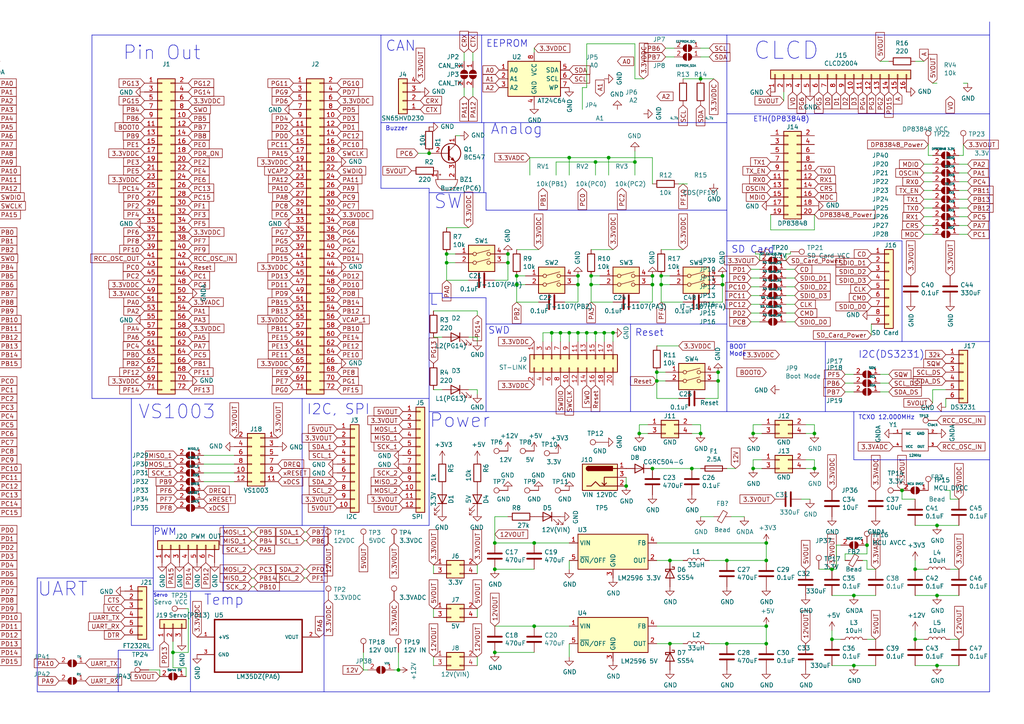
<source format=kicad_sch>
(kicad_sch (version 20250114) (generator "eeschema") (generator_version "9.0")
  (paper "A4")
  (text "Pin Out" (at 35.56 17.78 0) (effects (font (size 3.9878 3.9878)) (justify left bottom)))
  (text "PWM" (at 44.45 155.575 0) (effects (font (size 2.0066 2.0066)) (justify left bottom)))
  (text "CLCD" (at 218.44 17.78 0) (effects (font (size 5.0038 5.0038)) (justify left bottom)))
  (text "I2C(DS3231)" (at 248.92 104.14 0) (effects (font (size 2.0066 2.0066)) (justify left bottom)))
  (text "ETH(DP83848)" (at 218.44 35.56 0) (effects (font (size 1.4986 1.4986)) (justify left bottom)))
  (text "EEPROM" (at 140.97 13.97 0) (effects (font (size 2.0066 2.0066)) (justify left bottom)))
  (text "UART" (at 10.795 173.355 0) (effects (font (size 3.9878 3.9878)) (justify left bottom)))
  (text "SD Card" (at 212.09 73.66 0) (effects (font (size 2.0066 2.0066)) (justify left bottom)))
  (text "BOOT\nMode" (at 211.455 103.505 0) (effects (font (size 1.27 1.27)) (justify left bottom)))
  (text "Analog" (at 142.24 39.37 0) (effects (font (size 2.9972 2.9972)) (justify left bottom)))
  (text "Power" (at 124.46 124.46 0) (effects (font (size 3.9878 3.9878)) (justify left bottom)))
  (text "Temp" (at 59.055 175.895 0) (effects (font (size 2.9972 2.9972)) (justify left bottom)))
  (text "VS1003" (at 40.005 121.92 0) (effects (font (size 3.9878 3.9878)) (justify left bottom)))
  (text "Buzzer" (at 111.76 38.1 0) (effects (font (size 1.27 1.27)) (justify left bottom)))
  (text "L" (at 124.46 88.9 0) (effects (font (size 2.9972 2.9972)) (justify left bottom)))
  (text "SW" (at 125.73 60.96 0) (effects (font (size 3.9878 3.9878)) (justify left bottom)))
  (text "CAN" (at 111.76 15.24 0) (effects (font (size 2.9972 2.9972)) (justify left bottom)))
  (text "TCXO 12.000MHz" (at 248.92 121.92 0) (effects (font (size 1.27 1.27)) (justify left bottom)))
  (text "Reset" (at 184.15 97.79 0) (effects (font (size 2.0066 2.0066)) (justify left bottom)))
  (text "Servo" (at 44.45 173.355 0) (effects (font (size 0.9906 0.9906)) (justify left bottom)))
  (text "I2C, SPI" (at 88.9 120.65 0) (effects (font (size 2.9972 2.9972)) (justify left bottom)))
  (text "SWD" (at 147.955 97.155 0) (effects (font (size 2.0066 2.0066)) (justify right bottom)))
  (junction (at 167.64 82.55))
  (junction (at -16.51 16.51))
  (junction (at 236.22 125.73))
  (junction (at 175.26 96.52))
  (junction (at 210.82 162.56))
  (junction (at 203.2 125.73))
  (junction (at 209.55 80.01))
  (junction (at 160.02 96.52))
  (junction (at 191.77 80.01))
  (junction (at -34.29 16.51))
  (junction (at 143.51 189.23))
  (junction (at 147.32 73.66))
  (junction (at -36.83 199.39))
  (junction (at 149.86 80.01))
  (junction (at 261.62 142.24))
  (junction (at -39.37 199.39))
  (junction (at -19.05 16.51))
  (junction (at 162.56 96.52))
  (junction (at 218.44 135.89))
  (junction (at 129.54 73.66))
  (junction (at 171.45 82.55))
  (junction (at 265.43 165.1))
  (junction (at 143.51 165.1))
  (junction (at 181.61 140.97))
  (junction (at -31.75 199.39))
  (junction (at 124.46 44.45))
  (junction (at 171.45 80.01))
  (junction (at 208.28 110.49))
  (junction (at 222.25 181.61))
  (junction (at 271.78 152.4))
  (junction (at -24.13 16.51))
  (junction (at 222.25 186.69))
  (junction (at 149.86 82.55))
  (junction (at -21.59 16.51))
  (junction (at -24.13 199.39))
  (junction (at -36.83 16.51))
  (junction (at 167.64 96.52))
  (junction (at 191.77 82.55))
  (junction (at 129.54 76.2))
  (junction (at -26.67 16.51))
  (junction (at -46.99 16.51))
  (junction (at 50.165 189.23))
  (junction (at -41.91 16.51))
  (junction (at 189.23 80.01))
  (junction (at 172.72 46.99))
  (junction (at 177.8 96.52))
  (junction (at 165.1 96.52))
  (junction (at 236.22 135.89))
  (junction (at 241.3 165.1))
  (junction (at 247.65 172.72))
  (junction (at 170.18 96.52))
  (junction (at 115.57 194.31))
  (junction (at 185.42 125.73))
  (junction (at 189.23 135.89))
  (junction (at 147.32 76.2))
  (junction (at -39.37 16.51))
  (junction (at 200.66 135.89))
  (junction (at 189.23 82.55))
  (junction (at 271.78 193.04))
  (junction (at 154.94 181.61))
  (junction (at 265.43 185.42))
  (junction (at -29.21 16.51))
  (junction (at 241.3 185.42))
  (junction (at -30.48 199.39))
  (junction (at 271.78 172.72))
  (junction (at 208.28 107.95))
  (junction (at 210.82 186.69))
  (junction (at 143.51 157.48))
  (junction (at 247.65 193.04))
  (junction (at 218.44 125.73))
  (junction (at 172.72 96.52))
  (junction (at 222.25 162.56))
  (junction (at -29.21 199.39))
  (junction (at 190.5 107.95))
  (junction (at 203.2 22.86))
  (junction (at -34.29 199.39))
  (junction (at 251.46 158.115))
  (junction (at 165.1 45.72))
  (junction (at 176.53 45.72))
  (junction (at 190.5 110.49))
  (junction (at 184.15 46.99))
  (junction (at -31.75 16.51))
  (junction (at 222.25 157.48))
  (junction (at 194.31 186.69))
  (junction (at -44.45 16.51))
  (junction (at 209.55 82.55))
  (junction (at 194.31 162.56))
  (junction (at 154.94 157.48))
  (junction (at 167.64 80.01))
  (junction (at -26.67 199.39))
  (wire (pts (xy 53.975 176.53) (xy 54.61 176.53)))
  (polyline (pts (xy 140.97 86.36) (xy 140.97 119.38)))
  (polyline (pts (xy 124.46 119.38) (xy 287.02 119.38)))
  (wire (pts (xy 280.67 24.13) (xy 279.4 24.13)))
  (wire (pts (xy 105.41 189.23) (xy 105.41 194.31)))
  (wire (pts (xy 54.61 176.53) (xy 54.61 189.23)))
  (wire (pts (xy 236.22 62.23) (xy 236.22 66.675)))
  (polyline (pts (xy 287.02 6.35) (xy 287.02 200.66)))
  (polyline (pts (xy 44.45 171.45) (xy 93.98 171.45)))
  (wire (pts (xy 73.025 154.305) (xy 73.66 154.305)))
  (wire (pts (xy 251.46 165.1) (xy 251.46 162.56)))
  (wire (pts (xy -21.59 16.51) (xy -24.13 16.51)))
  (wire (pts (xy 218.44 135.89) (xy 220.98 135.89)))
  (wire (pts (xy 165.1 96.52) (xy 165.1 99.06)))
  (wire (pts (xy 265.43 17.78) (xy 267.97 17.78)))
  (wire (pts (xy 189.23 82.55) (xy 189.23 87.63)))
  (wire (pts (xy 143.51 165.1) (xy 154.94 165.1)))
  (wire (pts (xy -31.75 16.51) (xy -29.21 16.51)))
  (wire (pts (xy -36.83 199.39) (xy -39.37 199.39)))
  (wire (pts (xy 152.4 82.55) (xy 149.86 82.55)))
  (wire (pts (xy 203.2 22.86) (xy 207.01 22.86)))
  (wire (pts (xy 160.02 96.52) (xy 160.02 99.06)))
  (wire (pts (xy 88.265 167.64) (xy 88.9 167.64)))
  (wire (pts (xy 165.1 45.72) (xy 176.53 45.72)))
  (wire (pts (xy 251.46 158.115) (xy 251.46 160.655)))
  (wire (pts (xy -26.67 199.39) (xy -24.13 199.39)))
  (wire (pts (xy 245.11 113.665) (xy 247.65 113.665)))
  (wire (pts (xy 278.13 50.165) (xy 280.67 50.165)))
  (wire (pts (xy 161.29 46.99) (xy 172.72 46.99)))
  (wire (pts (xy 134.62 25.4) (xy 134.62 27.94)))
  (wire (pts (xy 203.2 22.86) (xy 198.12 22.86)))
  (wire (pts (xy 147.32 81.28) (xy 143.51 81.28)))
  (wire (pts (xy 154.94 181.61) (xy 143.51 181.61)))
  (wire (pts (xy 236.22 123.19) (xy 236.22 125.73)))
  (wire (pts (xy 227.965 88.265) (xy 230.505 88.265)))
  (wire (pts (xy 176.53 45.72) (xy 176.53 50.8)))
  (wire (pts (xy 265.43 185.42) (xy 265.43 182.88)))
  (wire (pts (xy 167.64 82.55) (xy 167.64 87.63)))
  (wire (pts (xy 236.22 133.35) (xy 236.22 135.89)))
  (wire (pts (xy 191.77 82.55) (xy 191.77 80.01)))
  (wire (pts (xy 184.15 12.7) (xy 184.15 22.86)))
  (wire (pts (xy 234.95 144.78) (xy 232.41 144.78)))
  (wire (pts (xy 265.43 185.42) (xy 267.97 185.42)))
  (wire (pts (xy -83.82 39.37) (xy -62.23 39.37)))
  (wire (pts (xy 227.965 83.185) (xy 230.505 83.185)))
  (wire (pts (xy 172.72 46.99) (xy 184.15 46.99)))
  (wire (pts (xy 170.18 12.7) (xy 184.15 12.7)))
  (wire (pts (xy 242.57 158.115) (xy 242.57 165.1)))
  (polyline (pts (xy 247.65 133.35) (xy 287.02 133.35)))
  (wire (pts (xy 54.61 189.23) (xy 50.165 189.23)))
  (wire (pts (xy 125.73 190.5) (xy 125.73 193.04)))
  (wire (pts (xy 278.13 57.785) (xy 280.67 57.785)))
  (wire (pts (xy 278.13 67.945) (xy 280.67 67.945)))
  (wire (pts (xy 184.15 46.99) (xy 184.15 50.8)))
  (wire (pts (xy 271.78 152.4) (xy 278.13 152.4)))
  (wire (pts (xy 59.055 134.62) (xy 67.945 134.62)))
  (wire (pts (xy 205.74 162.56) (xy 210.82 162.56)))
  (wire (pts (xy 128.27 113.03) (xy 125.73 113.03)))
  (wire (pts (xy 267.97 57.785) (xy 270.51 57.785)))
  (wire (pts (xy 129.54 76.2) (xy 129.54 73.66)))
  (wire (pts (xy 134.62 17.78) (xy 134.62 15.24)))
  (wire (pts (xy -82.55 30.48) (xy -81.28 30.48)))
  (wire (pts (xy 43.18 194.31) (xy 46.355 194.31)))
  (polyline (pts (xy 110.49 54.61) (xy 110.49 10.16)))
  (wire (pts (xy 154.94 181.61) (xy 165.1 181.61)))
  (wire (pts (xy 189.23 53.34) (xy 189.23 45.72)))
  (wire (pts (xy 191.77 72.39) (xy 198.12 72.39)))
  (wire (pts (xy 162.56 96.52) (xy 162.56 99.06)))
  (wire (pts (xy 247.65 172.72) (xy 254 172.72)))
  (wire (pts (xy 53.975 193.675) (xy 50.165 193.675)))
  (wire (pts (xy 218.44 123.19) (xy 220.98 123.19)))
  (wire (pts (xy 198.12 186.69) (xy 194.31 186.69)))
  (wire (pts (xy 217.805 88.265) (xy 220.345 88.265)))
  (wire (pts (xy 171.45 87.63) (xy 171.45 82.55)))
  (wire (pts (xy 162.56 96.52) (xy 165.1 96.52)))
  (polyline (pts (xy 26.67 115.57) (xy 124.46 115.57)))
  (wire (pts (xy 171.45 80.01) (xy 173.99 80.01)))
  (polyline (pts (xy 247.65 133.35) (xy 247.65 119.38)))
  (polyline (pts (xy 10.795 200.66) (xy 10.795 167.64)))
  (wire (pts (xy 59.055 139.7) (xy 67.945 139.7)))
  (polyline (pts (xy 124.46 54.61) (xy 124.46 152.4)))
  (wire (pts (xy 255.27 111.125) (xy 257.81 111.125)))
  (wire (pts (xy 209.55 87.63) (xy 205.74 87.63)))
  (wire (pts (xy -41.91 8.89) (xy -41.91 16.51)))
  (wire (pts (xy 265.43 193.04) (xy 271.78 193.04)))
  (wire (pts (xy 241.3 193.04) (xy 247.65 193.04)))
  (polyline (pts (xy 93.98 152.4) (xy 93.98 200.66)))
  (wire (pts (xy 278.13 55.245) (xy 280.67 55.245)))
  (wire (pts (xy 208.28 107.95) (xy 208.28 110.49)))
  (wire (pts (xy 88.265 165.1) (xy 88.9 165.1)))
  (wire (pts (xy -19.05 16.51) (xy -16.51 16.51)))
  (wire (pts (xy 170.18 12.7) (xy 170.18 25.4)))
  (wire (pts (xy 200.66 123.19) (xy 203.2 123.19)))
  (wire (pts (xy 181.61 140.97) (xy 181.61 138.43)))
  (wire (pts (xy 267.97 62.865) (xy 270.51 62.865)))
  (polyline (pts (xy 140.97 93.98) (xy 210.82 93.98)))
  (wire (pts (xy 267.97 47.625) (xy 270.51 47.625)))
  (polyline (pts (xy 140.97 60.96) (xy 140.97 55.88)))
  (wire (pts (xy -30.48 199.39) (xy -29.21 199.39)))
  (wire (pts (xy 138.43 91.44) (xy 138.43 90.17)))
  (polyline (pts (xy 110.49 54.61) (xy 124.46 54.61)))
  (wire (pts (xy 267.97 60.325) (xy 270.51 60.325)))
  (wire (pts (xy 227.965 78.105) (xy 230.505 78.105)))
  (wire (pts (xy 227.33 29.21) (xy 227.33 26.67)))
  (wire (pts (xy 143.51 157.48) (xy 154.94 157.48)))
  (wire (pts (xy 203.2 135.89) (xy 200.66 135.89)))
  (wire (pts (xy 190.5 100.33) (xy 196.85 100.33)))
  (polyline (pts (xy 210.82 33.02) (xy 287.02 33.02)))
  (wire (pts (xy -34.29 199.39) (xy -36.83 199.39)))
  (wire (pts (xy 251.46 185.42) (xy 254 185.42)))
  (wire (pts (xy 138.43 113.03) (xy 138.43 114.3)))
  (polyline (pts (xy 26.67 10.16) (xy 26.67 115.57)))
  (wire (pts (xy 209.55 80.01) (xy 209.55 82.55)))
  (wire (pts (xy 218.44 125.73) (xy 218.44 123.19)))
  (wire (pts (xy -26.67 16.51) (xy -24.13 16.51)))
  (wire (pts (xy 278.13 62.865) (xy 280.67 62.865)))
  (polyline (pts (xy 124.46 85.09) (xy 128.27 85.09)))
  (wire (pts (xy 154.94 189.23) (xy 143.51 189.23)))
  (wire (pts (xy 138.43 190.5) (xy 138.43 193.04)))
  (wire (pts (xy 175.26 99.06) (xy 175.26 96.52)))
  (polyline (pts (xy 55.245 171.45) (xy 55.245 200.66)))
  (wire (pts (xy 160.02 96.52) (xy 162.56 96.52)))
  (wire (pts (xy 168.91 25.4) (xy 170.18 25.4)))
  (wire (pts (xy 137.16 25.4) (xy 137.16 27.94)))
  (wire (pts (xy 50.165 193.675) (xy 50.165 189.23)))
  (wire (pts (xy 185.42 123.19) (xy 187.96 123.19)))
  (polyline (pts (xy 128.27 85.09) (xy 128.27 86.36)))
  (wire (pts (xy 59.055 137.16) (xy 67.945 137.16)))
  (wire (pts (xy 271.78 193.04) (xy 278.13 193.04)))
  (wire (pts (xy 267.97 50.165) (xy 270.51 50.165)))
  (wire (pts (xy 143.51 149.86) (xy 147.32 149.86)))
  (wire (pts (xy 271.78 172.72) (xy 278.13 172.72)))
  (wire (pts (xy 156.21 87.63) (xy 149.86 87.63)))
  (wire (pts (xy -24.13 16.51) (xy -24.13 1.27)))
  (wire (pts (xy 247.65 108.585) (xy 245.11 108.585)))
  (wire (pts (xy 190.5 110.49) (xy 190.5 107.95)))
  (wire (pts (xy 167.64 96.52) (xy 170.18 96.52)))
  (wire (pts (xy -24.13 199.39) (xy -21.59 199.39)))
  (wire (pts (xy 265.43 152.4) (xy 271.78 152.4)))
  (wire (pts (xy 208.28 110.49) (xy 208.28 115.57)))
  (wire (pts (xy -16.51 16.51) (xy -16.51 1.27)))
  (wire (pts (xy 185.42 125.73) (xy 185.42 123.19)))
  (wire (pts (xy 265.43 144.78) (xy 261.62 144.78)))
  (polyline (pts (xy 44.45 188.595) (xy 34.29 188.595)))
  (wire (pts (xy -30.48 203.2) (xy -30.48 199.39)))
  (wire (pts (xy 125.73 176.53) (xy 125.73 179.07)))
  (polyline (pts (xy 140.97 60.96) (xy 210.82 60.96)))
  (polyline (pts (xy 139.7 35.56) (xy 139.7 10.16)))
  (wire (pts (xy 88.265 156.845) (xy 88.9 156.845)))
  (wire (pts (xy 265.43 172.72) (xy 271.78 172.72)))
  (wire (pts (xy 73.025 170.18) (xy 73.66 170.18)))
  (wire (pts (xy 275.59 165.1) (xy 278.13 165.1)))
  (wire (pts (xy 236.22 66.675) (xy 223.52 66.675)))
  (wire (pts (xy 251.46 165.1) (xy 254 165.1)))
  (wire (pts (xy 230.505 93.345) (xy 227.965 93.345)))
  (wire (pts (xy -66.04 41.91) (xy -62.23 41.91)))
  (wire (pts (xy 243.84 158.115) (xy 242.57 158.115)))
  (wire (pts (xy 217.805 78.105) (xy 220.345 78.105)))
  (wire (pts (xy 233.68 123.19) (xy 236.22 123.19)))
  (wire (pts (xy 190.5 181.61) (xy 222.25 181.61)))
  (wire (pts (xy 135.89 97.79) (xy 138.43 97.79)))
  (wire (pts (xy 189.23 45.72) (xy 176.53 45.72)))
  (polyline (pts (xy 44.45 188.595) (xy 44.45 152.4)))
  (wire (pts (xy 217.805 83.185) (xy 220.345 83.185)))
  (wire (pts (xy 132.08 76.2) (xy 129.54 76.2)))
  (wire (pts (xy -39.37 1.27) (xy -39.37 16.51)))
  (wire (pts (xy 193.04 16.51) (xy 195.58 16.51)))
  (wire (pts (xy 198.12 87.63) (xy 191.77 87.63)))
  (wire (pts (xy 278.13 65.405) (xy 280.67 65.405)))
  (wire (pts (xy 171.45 82.55) (xy 171.45 80.01)))
  (wire (pts (xy -31.75 199.39) (xy -34.29 199.39)))
  (wire (pts (xy 73.025 159.385) (xy 73.66 159.385)))
  (wire (pts (xy 233.68 135.89) (xy 236.22 135.89)))
  (wire (pts (xy 261.62 144.78) (xy 261.62 142.24)))
  (wire (pts (xy 212.09 149.86) (xy 215.9 149.86)))
  (wire (pts (xy 251.46 162.56) (xy 250.19 162.56)))
  (wire (pts (xy -31.75 1.27) (xy -31.75 16.51)))
  (wire (pts (xy 267.97 67.945) (xy 270.51 67.945)))
  (wire (pts (xy 149.86 72.39) (xy 156.21 72.39)))
  (wire (pts (xy 135.89 113.03) (xy 138.43 113.03)))
  (wire (pts (xy 217.805 93.345) (xy 220.345 93.345)))
  (wire (pts (xy 267.97 52.705) (xy 270.51 52.705)))
  (wire (pts (xy 275.59 144.78) (xy 275.59 142.24)))
  (polyline (pts (xy 10.795 167.64) (xy 44.45 167.64)))
  (wire (pts (xy 189.23 135.89) (xy 200.66 135.89)))
  (wire (pts (xy 241.3 172.72) (xy 247.65 172.72)))
  (wire (pts (xy 227.965 73.66) (xy 229.235 73.66)))
  (wire (pts (xy -30.48 199.39) (xy -31.75 199.39)))
  (polyline (pts (xy 110.49 35.56) (xy 210.82 35.56)))
  (wire (pts (xy 275.59 185.42) (xy 278.13 185.42)))
  (wire (pts (xy 243.84 185.42) (xy 241.3 185.42)))
  (wire (pts (xy 227.965 85.725) (xy 230.505 85.725)))
  (wire (pts (xy 274.32 118.11) (xy 274.32 115.57)))
  (wire (pts (xy 170.18 99.06) (xy 170.18 96.52)))
  (wire (pts (xy 138.43 163.83) (xy 138.43 166.37)))
  (wire (pts (xy 203.2 13.97) (xy 205.74 13.97)))
  (wire (pts (xy 210.82 135.89) (xy 213.36 135.89)))
  (wire (pts (xy 205.74 186.69) (xy 210.82 186.69)))
  (wire (pts (xy 50.165 189.23) (xy 50.165 186.055)))
  (wire (pts (xy 265.43 165.1) (xy 265.43 162.56)))
  (polyline (pts (xy 128.27 86.36) (xy 140.97 86.36)))
  (wire (pts (xy 172.72 96.52) (xy 175.26 96.52)))
  (polyline (pts (xy 10.795 200.66) (xy 287.02 200.66)))
  (wire (pts (xy 191.77 87.63) (xy 191.77 82.55)))
  (wire (pts (xy 121.285 44.45) (xy 124.46 44.45)))
  (wire (pts (xy 267.97 65.405) (xy 270.51 65.405)))
  (polyline (pts (xy 87.63 115.57) (xy 87.63 152.4)))
  (polyline (pts (xy 261.62 69.85) (xy 261.62 99.06)))
  (wire (pts (xy 161.29 50.8) (xy 161.29 46.99)))
  (wire (pts (xy 154.94 157.48) (xy 165.1 157.48)))
  (wire (pts (xy 185.42 125.73) (xy 187.96 125.73)))
  (wire (pts (xy 59.055 132.08) (xy 67.945 132.08)))
  (wire (pts (xy 129.54 66.04) (xy 135.89 66.04)))
  (wire (pts (xy 157.48 96.52) (xy 160.02 96.52)))
  (wire (pts (xy 167.64 96.52) (xy 167.64 99.06)))
  (wire (pts (xy -55.245 16.51) (xy -46.99 16.51)))
  (wire (pts (xy 132.08 39.37) (xy 133.35 39.37)))
  (wire (pts (xy 190.5 186.69) (xy 194.31 186.69)))
  (wire (pts (xy 165.1 96.52) (xy 167.64 96.52)))
  (polyline (pts (xy 26.67 10.16) (xy 287.02 10.16)))
  (wire (pts (xy -36.83 16.51) (xy -34.29 16.51)))
  (wire (pts (xy 53.975 196.215) (xy 53.975 193.675)))
  (wire (pts (xy 208.28 115.57) (xy 204.47 115.57)))
  (wire (pts (xy 129.54 73.66) (xy 132.08 73.66)))
  (wire (pts (xy 147.32 76.2) (xy 147.32 81.28)))
  (wire (pts (xy 218.44 135.89) (xy 218.44 133.35)))
  (wire (pts (xy 252.73 97.155) (xy 252.73 93.98)))
  (wire (pts (xy 194.31 162.56) (xy 190.5 162.56)))
  (wire (pts (xy 153.67 50.8) (xy 153.67 45.72)))
  (wire (pts (xy 128.27 97.79) (xy 125.73 97.79)))
  (wire (pts (xy 138.43 97.79) (xy 138.43 99.06)))
  (wire (pts (xy 138.43 90.17) (xy 125.73 90.17)))
  (wire (pts (xy 278.13 52.705) (xy 280.67 52.705)))
  (wire (pts (xy 219.075 73.66) (xy 219.075 73.025)))
  (wire (pts (xy 217.805 85.725) (xy 220.345 85.725)))
  (polyline (pts (xy 210.82 119.38) (xy 210.82 10.16)))
  (wire (pts (xy -39.37 16.51) (xy -36.83 16.51)))
  (wire (pts (xy 172.72 46.99) (xy 172.72 50.8)))
  (wire (pts (xy 247.65 193.04) (xy 254 193.04)))
  (wire (pts (xy 149.86 87.63) (xy 149.86 82.55)))
  (wire (pts (xy 170.18 96.52) (xy 172.72 96.52)))
  (wire (pts (xy 173.99 82.55) (xy 171.45 82.55)))
  (wire (pts (xy 227.965 80.645) (xy 230.505 80.645)))
  (wire (pts (xy 200.66 125.73) (xy 203.2 125.73)))
  (wire (pts (xy 143.51 149.86) (xy 143.51 157.48)))
  (wire (pts (xy 184.15 46.99) (xy 184.15 43.815)))
  (wire (pts (xy 167.64 87.63) (xy 163.83 87.63)))
  (wire (pts (xy -29.21 16.51) (xy -26.67 16.51)))
  (wire (pts (xy 203.2 149.86) (xy 207.01 149.86)))
  (polyline (pts (xy 182.88 93.98) (xy 182.88 119.38)))
  (wire (pts (xy 279.4 41.91) (xy 279.4 45.085)))
  (wire (pts (xy 275.59 144.78) (xy 278.13 144.78)))
  (wire (pts (xy 267.97 55.245) (xy 270.51 55.245)))
  (wire (pts (xy 73.025 156.845) (xy 73.66 156.845)))
  (wire (pts (xy 222.25 157.48) (xy 222.25 162.56)))
  (wire (pts (xy -19.05 8.89) (xy -19.05 16.51)))
  (wire (pts (xy 210.82 186.69) (xy 222.25 186.69)))
  (wire (pts (xy 196.85 115.57) (xy 190.5 115.57)))
  (wire (pts (xy 189.23 87.63) (xy 185.42 87.63)))
  (wire (pts (xy 270.51 24.13) (xy 271.78 24.13)))
  (wire (pts (xy 115.57 194.31) (xy 114.3 194.31)))
  (wire (pts (xy 177.8 96.52) (xy 177.8 99.06)))
  (wire (pts (xy -46.99 16.51) (xy -44.45 16.51)))
  (wire (pts (xy 217.805 90.805) (xy 220.345 90.805)))
  (wire (pts (xy 194.31 162.56) (xy 198.12 162.56)))
  (wire (pts (xy 278.13 47.625) (xy 280.67 47.625)))
  (wire (pts (xy 237.49 165.1) (xy 241.3 165.1)))
  (wire (pts (xy 270.51 113.03) (xy 274.32 113.03)))
  (wire (pts (xy 229.235 73.66) (xy 229.235 73.025)))
  (wire (pts (xy 73.025 167.64) (xy 73.66 167.64)))
  (wire (pts (xy 218.44 133.35) (xy 220.98 133.35)))
  (wire (pts (xy 129.54 81.28) (xy 129.54 76.2)))
  (wire (pts (xy 105.41 194.31) (xy 106.68 194.31)))
  (wire (pts (xy 172.72 99.06) (xy 172.72 96.52)))
  (wire (pts (xy -44.45 16.51) (xy -41.91 16.51)))
  (wire (pts (xy -29.21 199.39) (xy -26.67 199.39)))
  (wire (pts (xy 193.04 13.97) (xy 195.58 13.97)))
  (wire (pts (xy 255.27 108.585) (xy 257.81 108.585)))
  (wire (pts (xy 210.82 162.56) (xy 222.25 162.56)))
  (wire (pts (xy 267.97 165.1) (xy 265.43 165.1)))
  (wire (pts (xy 275.59 142.24) (xy 274.32 142.24)))
  (polyline (pts (xy 124.46 55.88) (xy 140.97 55.88)))
  (wire (pts (xy 269.24 45.085) (xy 270.51 45.085)))
  (wire (pts (xy 203.2 16.51) (xy 205.74 16.51)))
  (wire (pts (xy 279.4 45.085) (xy 278.13 45.085)))
  (wire (pts (xy 115.57 189.23) (xy 115.57 194.31)))
  (wire (pts (xy 190.5 115.57) (xy 190.5 110.49)))
  (wire (pts (xy 165.1 45.72) (xy 165.1 50.8)))
  (wire (pts (xy 270.51 116.84) (xy 270.51 113.03)))
  (wire (pts (xy -41.91 16.51) (xy -39.37 16.51)))
  (wire (pts (xy 245.11 111.125) (xy 247.65 111.125)))
  (wire (pts (xy 154.94 13.97) (xy 154.94 15.24)))
  (wire (pts (xy 255.27 17.78) (xy 257.81 17.78)))
  (wire (pts (xy 223.52 62.23) (xy 223.52 66.675)))
  (wire (pts (xy -39.37 199.39) (xy -41.91 199.39)))
  (wire (pts (xy 203.2 123.19) (xy 203.2 125.73)))
  (wire (pts (xy 165.1 165.1) (xy 165.1 162.56)))
  (wire (pts (xy 194.31 82.55) (xy 191.77 82.55)))
  (polyline (pts (xy 64.77 152.4) (xy 64.77 171.45)))
  (wire (pts (xy 149.86 82.55) (xy 149.86 80.01)))
  (wire (pts (xy 222.25 181.61) (xy 222.25 186.69)))
  (wire (pts (xy 196.85 53.34) (xy 199.39 53.34)))
  (wire (pts (xy 193.04 110.49) (xy 190.5 110.49)))
  (polyline (pts (xy 239.395 119.38) (xy 239.395 99.06)))
  (wire (pts (xy 165.1 186.69) (xy 165.1 190.5)))
  (wire (pts (xy -8.89 16.51) (xy -13.97 16.51)))
  (wire (pts (xy 245.11 160.655) (xy 245.11 162.56)))
  (wire (pts (xy 46.355 194.31) (xy 46.355 196.215)))
  (wire (pts (xy 189.23 80.01) (xy 189.23 82.55)))
  (polyline (pts (xy 210.82 99.06) (xy 287.02 99.06)))
  (wire (pts (xy 88.265 154.305) (xy 88.9 154.305)))
  (wire (pts (xy 278.13 60.325) (xy 280.67 60.325)))
  (wire (pts (xy 171.45 72.39) (xy 177.8 72.39)))
  (wire (pts (xy 184.15 22.86) (xy 186.69 22.86)))
  (polyline (pts (xy 38.1 152.4) (xy 38.1 115.57)))
  (wire (pts (xy 242.57 165.1) (xy 241.3 165.1)))
  (polyline (pts (xy 140.335 35.56) (xy 140.335 55.88)))
  (wire (pts (xy 157.48 99.06) (xy 157.48 96.52)))
  (wire (pts (xy 177.8 87.63) (xy 171.45 87.63)))
  (wire (pts (xy 227.965 90.805) (xy 230.505 90.805)))
  (polyline (pts (xy 38.1 152.4) (xy 124.46 152.4)))
  (wire (pts (xy 153.67 45.72) (xy 165.1 45.72)))
  (wire (pts (xy 255.27 113.665) (xy 257.81 113.665)))
  (wire (pts (xy 190.5 107.95) (xy 193.04 107.95)))
  (wire (pts (xy -34.29 16.51) (xy -34.29 8.89)))
  (wire (pts (xy -34.29 16.51) (xy -31.75 16.51)))
  (wire (pts (xy 149.86 80.01) (xy 152.4 80.01)))
  (wire (pts (xy 269.24 41.91) (xy 269.24 45.085)))
  (wire (pts (xy 233.68 133.35) (xy 236.22 133.35)))
  (wire (pts (xy 191.77 80.01) (xy 194.31 80.01)))
  (polyline (pts (xy 34.29 188.595) (xy 34.29 200.66)))
  (wire (pts (xy -26.67 8.89) (xy -26.67 16.51)))
  (polyline (pts (xy 210.82 69.85) (xy 261.62 69.85)))
  (wire (pts (xy 251.46 160.655) (xy 245.11 160.655)))
  (wire (pts (xy 73.025 165.1) (xy 73.66 165.1)))
  (wire (pts (xy 218.44 125.73) (xy 220.98 125.73)))
  (wire (pts (xy 125.73 163.83) (xy 125.73 166.37)))
  (wire (pts (xy 220.345 75.565) (xy 220.345 73.66)))
  (wire (pts (xy 227.965 75.565) (xy 227.965 73.66)))
  (wire (pts (xy 137.16 17.78) (xy 137.16 15.24)))
  (wire (pts (xy 190.5 157.48) (xy 222.25 157.48)))
  (wire (pts (xy 220.345 73.66) (xy 219.075 73.66)))
  (wire (pts (xy 167.64 80.01) (xy 167.64 82.55)))
  (wire (pts (xy 175.26 96.52) (xy 177.8 96.52)))
  (wire (pts (xy 168.91 31.75) (xy 168.91 25.4)))
  (wire (pts (xy 233.68 125.73) (xy 236.22 125.73)))
  (wire (pts (xy -99.06 36.83) (xy -62.23 36.83)))
  (wire (pts (xy 241.3 185.42) (xy 241.3 182.88)))
  (wire (pts (xy 147.32 73.66) (xy 147.32 76.2)))
  (wire (pts (xy 209.55 82.55) (xy 209.55 87.63)))
  (wire (pts (xy 135.89 81.28) (xy 129.54 81.28)))
  (wire (pts (xy 138.43 176.53) (xy 138.43 179.07)))
  (wire (pts (xy -21.59 16.51) (xy -19.05 16.51)))
  (wire (pts (xy 217.805 80.645) (xy 220.345 80.645)))
  (global_label "PG3" (shape input) (at 252.73 26.67 270) (property "Intersheetrefs" "${INTERSHEET_REFS}" (effects (hide yes))))
  (global_label "PC1" (shape input) (at -1.27 113.03 0) (property "Intersheetrefs" "${INTERSHEET_REFS}" (effects (hide yes))))
  (global_label "PF0" (shape input) (at -62.23 110.49 180) (property "Intersheetrefs" "${INTERSHEET_REFS}" (effects (hide yes))))
  (global_label "PA3" (shape input) (at 171.45 87.63 270) (property "Intersheetrefs" "${INTERSHEET_REFS}" (effects (hide yes))))
  (global_label "PG13" (shape input) (at 41.91 24.13 180) (property "Intersheetrefs" "${INTERSHEET_REFS}" (effects (hide yes))))
  (global_label "D3" (shape input) (at 247.65 26.67 270) (property "Intersheetrefs" "${INTERSHEET_REFS}" (effects (hide yes))))
  (global_label "SDIO_D1" (shape input) (at 230.505 80.645 0) (property "Intersheetrefs" "${INTERSHEET_REFS}" (effects (hide yes))))
  (global_label "PE13" (shape input) (at 85.09 100.33 180) (property "Intersheetrefs" "${INTERSHEET_REFS}" (effects (hide yes))))
  (global_label "PB7" (shape input) (at -1.27 85.09 0) (property "Intersheetrefs" "${INTERSHEET_REFS}" (effects (hide yes))))
  (global_label "PF2" (shape input) (at 41.91 59.69 180) (property "Intersheetrefs" "${INTERSHEET_REFS}" (effects (hide yes))))
  (global_label "SWO" (shape input) (at -1.27 74.93 0) (property "Intersheetrefs" "${INTERSHEET_REFS}" (effects (hide yes))))
  (global_label "DP83848_Power" (shape input) (at 236.22 62.23 0) (property "Intersheetrefs" "${INTERSHEET_REFS}" (effects (hide yes))))
  (global_label "12V" (shape input) (at 213.36 135.89 90) (property "Intersheetrefs" "${INTERSHEET_REFS}" (effects (hide yes))))
  (global_label "3.3VDDC" (shape input) (at 97.79 29.21 0) (property "Intersheetrefs" "${INTERSHEET_REFS}" (effects (hide yes))))
  (global_label "PC7" (shape input) (at 97.79 59.69 0) (property "Intersheetrefs" "${INTERSHEET_REFS}" (effects (hide yes))))
  (global_label "PB1" (shape input) (at 54.61 105.41 0) (property "Intersheetrefs" "${INTERSHEET_REFS}" (effects (hide yes))))
  (global_label "PF12" (shape input) (at -62.23 140.97 180) (property "Intersheetrefs" "${INTERSHEET_REFS}" (effects (hide yes))))
  (global_label "PG7" (shape input) (at 85.09 67.31 180) (property "Intersheetrefs" "${INTERSHEET_REFS}" (effects (hide yes))))
  (global_label "3.3VOUT" (shape input) (at 241.3 165.1 90) (property "Intersheetrefs" "${INTERSHEET_REFS}" (effects (hide yes))))
  (global_label "PC12" (shape input) (at -1.27 140.97 0) (property "Intersheetrefs" "${INTERSHEET_REFS}" (effects (hide yes))))
  (global_label "PE0" (shape input) (at 54.61 41.91 0) (property "Intersheetrefs" "${INTERSHEET_REFS}" (effects (hide yes))))
  (global_label "PA11" (shape input) (at -1.27 52.07 0) (property "Intersheetrefs" "${INTERSHEET_REFS}" (effects (hide yes))))
  (global_label "PB1" (shape input) (at 157.48 54.61 270) (property "Intersheetrefs" "${INTERSHEET_REFS}" (effects (hide yes))))
  (global_label "PB11" (shape input) (at -1.27 95.25 0) (property "Intersheetrefs" "${INTERSHEET_REFS}" (effects (hide yes))))
  (global_label "VO" (shape input) (at 275.59 27.94 270) (property "Intersheetrefs" "${INTERSHEET_REFS}" (effects (hide yes))))
  (global_label "PF14" (shape input) (at 41.91 113.03 180) (property "Intersheetrefs" "${INTERSHEET_REFS}" (effects (hide yes))))
  (global_label "PC14" (shape input) (at 41.91 54.61 180) (property "Intersheetrefs" "${INTERSHEET_REFS}" (effects (hide yes))))
  (global_label "PB12" (shape input) (at 97.79 90.17 0) (property "Intersheetrefs" "${INTERSHEET_REFS}" (effects (hide yes))))
  (global_label "PD5" (shape input) (at -1.27 166.37 0) (property "Intersheetrefs" "${INTERSHEET_REFS}" (effects (hide yes))))
  (global_label "PG2" (shape input) (at 255.27 26.67 270) (property "Intersheetrefs" "${INTERSHEET_REFS}" (effects (hide yes))))
  (global_label "MDIO" (shape input) (at 267.97 47.625 180) (property "Intersheetrefs" "${INTERSHEET_REFS}" (effects (hide yes))))
  (global_label "PG15" (shape input) (at 41.91 29.21 180) (property "Intersheetrefs" "${INTERSHEET_REFS}" (effects (hide yes))))
  (global_label "12V" (shape input) (at 105.41 194.31 180) (property "Intersheetrefs" "${INTERSHEET_REFS}" (effects (hide yes))))
  (global_label "PG15" (shape input) (at -62.23 105.41 180) (property "Intersheetrefs" "${INTERSHEET_REFS}" (effects (hide yes))))
  (global_label "3.3VADC" (shape input) (at 254 142.24 90) (property "Intersheetrefs" "${INTERSHEET_REFS}" (effects (hide yes))))
  (global_label "PF0" (shape input) (at 88.9 165.1 0) (property "Intersheetrefs" "${INTERSHEET_REFS}" (effects (hide yes))))
  (global_label "PA12" (shape input) (at -1.27 54.61 0) (property "Intersheetrefs" "${INTERSHEET_REFS}" (effects (hide yes))))
  (global_label "MOSI_1" (shape input) (at 73.025 154.305 180) (property "Intersheetrefs" "${INTERSHEET_REFS}" (effects (hide yes))))
  (global_label "PD14" (shape input) (at 97.79 74.93 0) (property "Intersheetrefs" "${INTERSHEET_REFS}" (effects (hide yes))))
  (global_label "PC4" (shape input) (at 41.91 100.33 180) (property "Intersheetrefs" "${INTERSHEET_REFS}" (effects (hide yes))))
  (global_label "PF10" (shape input) (at 198.12 53.34 270) (property "Intersheetrefs" "${INTERSHEET_REFS}" (effects (hide yes))))
  (global_label "PG5" (shape input) (at 85.09 69.85 180) (property "Intersheetrefs" "${INTERSHEET_REFS}" (effects (hide yes))))
  (global_label "3.3VDDC" (shape input) (at 95.25 173.99 270) (property "Intersheetrefs" "${INTERSHEET_REFS}" (effects (hide yes))))
  (global_label "3.3VDDC" (shape input) (at 186.69 22.86 90) (property "Intersheetrefs" "${INTERSHEET_REFS}" (effects (hide yes))))
  (global_label "PB8" (shape input) (at -1.27 87.63 0) (property "Intersheetrefs" "${INTERSHEET_REFS}" (effects (hide yes))))
  (global_label "PD1" (shape input) (at -1.27 156.21 0) (property "Intersheetrefs" "${INTERSHEET_REFS}" (effects (hide yes))))
  (global_label "CRS" (shape input) (at 267.97 65.405 180) (property "Intersheetrefs" "${INTERSHEET_REFS}" (effects (hide yes))))
  (global_label "PA0" (shape input) (at 41.91 87.63 180) (property "Intersheetrefs" "${INTERSHEET_REFS}" (effects (hide yes))))
  (global_label "PF5" (shape input) (at -62.23 123.19 180) (property "Intersheetrefs" "${INTERSHEET_REFS}" (effects (hide yes))))
  (global_label "PG6" (shape input) (at -62.23 82.55 180) (property "Intersheetrefs" "${INTERSHEET_REFS}" (effects (hide yes))))
  (global_label "3.3VADC" (shape input) (at -13.97 16.51 90) (property "Intersheetrefs" "${INTERSHEET_REFS}" (effects (hide yes))))
  (global_label "PC15" (shape input) (at -1.27 148.59 0) (property "Intersheetrefs" "${INTERSHEET_REFS}" (effects (hide yes))))
  (global_label "MOSI_2" (shape input) (at 73.025 165.1 180) (property "Intersheetrefs" "${INTERSHEET_REFS}" (effects (hide yes))))
  (global_label "PD13" (shape input) (at 47.625 186.055 270) (property "Intersheetrefs" "${INTERSHEET_REFS}" (effects (hide yes))))
  (global_label "PF11" (shape input) (at 54.61 107.95 0) (property "Intersheetrefs" "${INTERSHEET_REFS}" (effects (hide yes))))
  (global_label "SCK_2" (shape input) (at 116.84 137.16 180) (property "Intersheetrefs" "${INTERSHEET_REFS}" (effects (hide yes))))
  (global_label "PF6" (shape input) (at -62.23 125.73 180) (property "Intersheetrefs" "${INTERSHEET_REFS}" (effects (hide yes))))
  (global_label "3.3VDDC" (shape input) (at 198.12 72.39 90) (property "Intersheetrefs" "${INTERSHEET_REFS}" (effects (hide yes))))
  (global_label "SCL" (shape input) (at 198.12 30.48 270) (property "Intersheetrefs" "${INTERSHEET_REFS}" (effects (hide yes))))
  (global_label "SQW" (shape input) (at 274.32 105.41 180) (property "Intersheetrefs" "${INTERSHEET_REFS}" (effects (hide yes))))
  (global_label "PA3" (shape input) (at -1.27 31.75 0) (property "Intersheetrefs" "${INTERSHEET_REFS}" (effects (hide yes))))
  (global_label "PA3" (shape input) (at 54.61 92.71 0) (property "Intersheetrefs" "${INTERSHEET_REFS}" (effects (hide yes))))
  (global_label "BOOT0" (shape input) (at 222.25 107.95 180) (property "Intersheetrefs" "${INTERSHEET_REFS}" (effects (hide yes))))
  (global_label "MISO_1" (shape input) (at 51.435 132.08 180) (property "Intersheetrefs" "${INTERSHEET_REFS}" (effects (hide yes))))
  (global_label "PG0" (shape input) (at -62.23 67.31 180) (property "Intersheetrefs" "${INTERSHEET_REFS}" (effects (hide yes))))
  (global_label "3.3VDDC" (shape input) (at 156.21 72.39 90) (property "Intersheetrefs" "${INTERSHEET_REFS}" (effects (hide yes))))
  (global_label "SCK_1" (shape input) (at 51.435 137.16 180) (property "Intersheetrefs" "${INTERSHEET_REFS}" (effects (hide yes))))
  (global_label "CMD" (shape input) (at 230.505 90.805 0) (property "Intersheetrefs" "${INTERSHEET_REFS}" (effects (hide yes))))
  (global_label "32k" (shape input) (at 274.32 102.87 180) (property "Intersheetrefs" "${INTERSHEET_REFS}" (effects (hide yes))))
  (global_label "PG12" (shape input) (at 54.61 24.13 0) (property "Intersheetrefs" "${INTERSHEET_REFS}" (effects (hide yes))))
  (global_label "PB5" (shape input) (at 73.66 154.305 0) (property "Intersheetrefs" "${INTERSHEET_REFS}" (effects (hide yes))))
  (global_label "3.3VADC" (shape input) (at 153.67 45.72 180) (property "Intersheetrefs" "${INTERSHEET_REFS}" (effects (hide yes))))
  (global_label "A" (shape input) (at 267.97 17.78 90) (property "Intersheetrefs" "${INTERSHEET_REFS}" (effects (hide yes))))
  (global_label "PB13" (shape input) (at 85.09 90.17 180) (property "Intersheetrefs" "${INTERSHEET_REFS}" (effects (hide yes))))
  (global_label "3.3VDDC" (shape input) (at 241.3 142.24 90) (property "Intersheetrefs" "${INTERSHEET_REFS}" (effects (hide yes))))
  (global_label "CLK" (shape input) (at 252.73 83.82 180) (property "Intersheetrefs" "${INTERSHEET_REFS}" (effects (hide yes))))
  (global_label "PC13" (shape input) (at 54.61 54.61 0) (property "Intersheetrefs" "${INTERSHEET_REFS}" (effects (hide yes))))
  (global_label "3.3VDDC" (shape input) (at 54.61 95.25 0) (property "Intersheetrefs" "${INTERSHEET_REFS}" (effects (hide yes))))
  (global_label "A1" (shape input) (at 173.99 27.94 90) (property "Intersheetrefs" "${INTERSHEET_REFS}" (effects (hide yes))))
  (global_label "SDA_2" (shape input) (at 88.265 165.1 180) (property "Intersheetrefs" "${INTERSHEET_REFS}" (effects (hide yes))))
  (global_label "3.3VOUT" (shape input) (at 138.43 163.83 90) (property "Intersheetrefs" "${INTERSHEET_REFS}" (effects (hide yes))))
  (global_label "PB13" (shape input) (at 280.67 57.785 0) (property "Intersheetrefs" "${INTERSHEET_REFS}" (effects (hide yes))))
  (global_label "PC11" (shape input) (at -1.27 138.43 0) (property "Intersheetrefs" "${INTERSHEET_REFS}" (effects (hide yes))))
  (global_label "5VOUT" (shape input) (at 125.73 176.53 90) (property "Intersheetrefs" "${INTERSHEET_REFS}" (effects (hide yes))))
  (global_label "MOSI_2" (shape input) (at 116.84 142.24 180) (property "Intersheetrefs" "${INTERSHEET_REFS}" (effects (hide yes))))
  (global_label "PC8" (shape input) (at -1.27 130.81 0) (property "Intersheetrefs" "${INTERSHEET_REFS}" (effects (hide yes))))
  (global_label "SDA_1" (shape input) (at 88.265 154.305 180) (property "Intersheetrefs" "${INTERSHEET_REFS}" (effects (hide yes))))
  (global_label "PG14" (shape input) (at 54.61 26.67 0) (property "Intersheetrefs" "${INTERSHEET_REFS}" (effects (hide yes))))
  (global_label "PD3" (shape input) (at -1.27 161.29 0) (property "Intersheetrefs" "${INTERSHEET_REFS}" (effects (hide yes))))
  (global_label "SDIO_D3" (shape input) (at 252.73 81.28 180) (property "Intersheetrefs" "${INTERSHEET_REFS}" (effects (hide yes))))
  (global_label "3.3VOUT" (shape input) (at 116.84 144.78 180) (property "Intersheetrefs" "${INTERSHEET_REFS}" (effects (hide yes))))
  (global_label "PA15" (shape input) (at 85.09 44.45 180) (property "Intersheetrefs" "${INTERSHEET_REFS}" (effects (hide yes))))
  (global_label "PF14" (shape input) (at -62.23 146.05 180) (property "Intersheetrefs" "${INTERSHEET_REFS}" (effects (hide yes))))
  (global_label "PG13" (shape input) (at -62.23 100.33 180) (property "Intersheetrefs" "${INTERSHEET_REFS}" (effects (hide yes))))
  (global_label "PB4" (shape input) (at -1.27 77.47 0) (property "Intersheetrefs" "${INTERSHEET_REFS}" (effects (hide yes))))
  (global_label "PB7" (shape input) (at 88.9 154.305 0) (property "Intersheetrefs" "${INTERSHEET_REFS}" (effects (hide yes))))
  (global_label "PA12" (shape input) (at 85.09 52.07 180) (property "Intersheetrefs" "${INTERSHEET_REFS}" (effects (hide yes))))
  (global_label "Reset" (shape input) (at 190.5 110.49 180) (property "Intersheetrefs" "${INTERSHEET_REFS}" (effects (hide yes))))
  (global_label "RX0" (shape input) (at 267.97 52.705 180) (property "Intersheetrefs" "${INTERSHEET_REFS}" (effects (hide yes))))
  (global_label "PG5" (shape input) (at 237.49 26.67 270) (property "Intersheetrefs" "${INTERSHEET_REFS}" (effects (hide yes))))
  (global_label "PG14" (shape input) (at 138.43 91.44 270) (property "Intersheetrefs" "${INTERSHEET_REFS}" (effects (hide yes))))
  (global_label "PE1" (shape input) (at -62.23 156.21 180) (property "Intersheetrefs" "${INTERSHEET_REFS}" (effects (hide yes))))
  (global_label "PC3" (shape input) (at -1.27 118.11 0) (property "Intersheetrefs" "${INTERSHEET_REFS}" (effects (hide yes))))
  (global_label "3.3VDDC" (shape input) (at 41.91 82.55 180) (property "Intersheetrefs" "${INTERSHEET_REFS}" (effects (hide yes))))
  (global_label "PE15" (shape input) (at -62.23 191.77 180) (property "Intersheetrefs" "${INTERSHEET_REFS}" (effects (hide yes))))
  (global_label "PD10" (shape input) (at -1.27 179.07 0) (property "Intersheetrefs" "${INTERSHEET_REFS}" (effects (hide yes))))
  (global_label "PD3" (shape input) (at 97.79 34.29 0) (property "Intersheetrefs" "${INTERSHEET_REFS}" (effects (hide yes))))
  (global_label "PA1" (shape input) (at -1.27 26.67 0) (property "Intersheetrefs" "${INTERSHEET_REFS}" (effects (hide yes))))
  (global_label "PG8" (shape input) (at -62.23 87.63 180) (property "Intersheetrefs" "${INTERSHEET_REFS}" (effects (hide yes))))
  (global_label "SCL_2" (shape input) (at 97.79 142.24 180) (property "Intersheetrefs" "${INTERSHEET_REFS}" (effects (hide yes))))
  (global_label "PG8" (shape input) (at 97.79 64.77 0) (property "Intersheetrefs" "${INTERSHEET_REFS}" (effects (hide yes))))
  (global_label "5VOUT" (shape input) (at 97.79 147.32 180) (property "Intersheetrefs" "${INTERSHEET_REFS}" (effects (hide yes))))
  (global_label "PA8" (shape input) (at -1.27 44.45 0) (property "Intersheetrefs" "${INTERSHEET_REFS}" (effects (hide yes))))
  (global_label "PA5" (shape input) (at 54.61 97.79 0) (property "Intersheetrefs" "${INTERSHEET_REFS}" (effects (hide yes))))
  (global_label "PB14" (shape input) (at 97.79 87.63 0) (property "Intersheetrefs" "${INTERSHEET_REFS}" (effects (hide yes))))
  (global_label "PC14" (shape input) (at -1.27 146.05 0) (property "Intersheetrefs" "${INTERSHEET_REFS}" (effects (hide yes))))
  (global_label "SCK_1" (shape input) (at 73.025 159.385 180) (property "Intersheetrefs" "${INTERSHEET_REFS}" (effects (hide yes))))
  (global_label "5VOUT" (shape input) (at 270.51 116.84 180) (property "Intersheetrefs" "${INTERSHEET_REFS}" (effects (hide yes))))
  (global_label "PA15" (shape input) (at -1.27 62.23 0) (property "Intersheetrefs" "${INTERSHEET_REFS}" (effects (hide yes))))
  (global_label "PC12" (shape input) (at 217.805 88.265 180) (property "Intersheetrefs" "${INTERSHEET_REFS}" (effects (hide yes))))
  (global_label "PF13" (shape input) (at 54.61 113.03 0) (property "Intersheetrefs" "${INTERSHEET_REFS}" (effects (hide yes))))
  (global_label "5VOUT" (shape input) (at 233.68 165.1 90) (property "Intersheetrefs" "${INTERSHEET_REFS}" (effects (hide yes))))
  (global_label "PB1" (shape input) (at -1.27 69.85 0) (property "Intersheetrefs" "${INTERSHEET_REFS}" (effects (hide yes))))
  (global_label "A2" (shape input) (at 144.78 25.4 180) (property "Intersheetrefs" "${INTERSHEET_REFS}" (effects (hide yes))))
  (global_label "PF9" (shape input) (at 54.61 72.39 0) (property "Intersheetrefs" "${INTERSHEET_REFS}" (effects (hide yes))))
  (global_label "xDCS" (shape input) (at 80.645 139.7 0) (property "Intersheetrefs" "${INTERSHEET_REFS}" (effects (hide yes))))
  (global_label "5VOUT" (shape input) (at 270.51 24.13 90) (property "Intersheetrefs" "${INTERSHEET_REFS}" (effects (hide yes))))
  (global_label "D0" (shape input) (at 240.03 26.67 270) (property "Intersheetrefs" "${INTERSHEET_REFS}" (effects (hide yes))))
  (global_label "PB8" (shape input) (at 54.61 39.37 0) (property "Intersheetrefs" "${INTERSHEET_REFS}" (effects (hide yes))))
  (global_label "5VOUT" (shape input) (at 255.27 17.78 90) (property "Intersheetrefs" "${INTERSHEET_REFS}" (effects (hide yes))))
  (global_label "PF4" (shape input) (at -62.23 120.65 180) (property "Intersheetrefs" "${INTERSHEET_REFS}" (effects (hide yes))))
  (global_label "MISO_2" (shape input) (at 116.84 139.7 180) (property "Intersheetrefs" "${INTERSHEET_REFS}" (effects (hide yes))))
  (global_label "PA2" (shape input) (at 280.67 47.625 0) (property "Intersheetrefs" "${INTERSHEET_REFS}" (effects (hide yes))))
  (global_label "3.3VADC" (shape input) (at 114.3 173.99 270) (property "Intersheetrefs" "${INTERSHEET_REFS}" (effects (hide yes))))
  (global_label "CTS" (shape input) (at 36.195 173.99 180) (property "Intersheetrefs" "${INTERSHEET_REFS}" (effects (hide yes))))
  (global_label "PC5" (shape input) (at 54.61 102.87 0) (property "Intersheetrefs" "${INTERSHEET_REFS}" (effects (hide yes))))
  (global_label "12VOUT" (shape input) (at 95.25 157.48 270) (property "Intersheetrefs" "${INTERSHEET_REFS}" (effects (hide yes))))
  (global_label "PD14" (shape input) (at 54.61 163.195 270) (property "Intersheetrefs" "${INTERSHEET_REFS}" (effects (hide yes))))
  (global_label "SWDIO" (shape input) (at -1.27 57.15 0) (property "Intersheetrefs" "${INTERSHEET_REFS}" (effects (hide yes))))
  (global_label "UART_TX" (shape input) (at 36.195 179.07 180) (property "Intersheetrefs" "${INTERSHEET_REFS}" (effects (hide yes))))
  (global_label "PA10" (shape input) (at 85.09 54.61 180) (property "Intersheetrefs" "${INTERSHEET_REFS}" (effects (hide yes))))
  (global_label "SDA_DS" (shape input) (at 257.81 113.665 0) (property "Intersheetrefs" "${INTERSHEET_REFS}" (effects (hide yes))))
  (global_label "PD12" (shape input) (at 97.79 80.01 0) (property "Intersheetrefs" "${INTERSHEET_REFS}" (effects (hide yes))))
  (global_label "5VOUT" (shape input) (at 227.33 29.21 180) (property "Intersheetrefs" "${INTERSHEET_REFS}" (effects (hide yes))))
  (global_label "PG6" (shape input) (at 97.79 67.31 0) (property "Intersheetrefs" "${INTERSHEET_REFS}" (effects (hide yes))))
  (global_label "PA12" (shape input) (at 137.16 27.94 270) (property "Intersheetrefs" "${INTERSHEET_REFS}" (effects (hide yes))))
  (global_label "PF4" (shape input) (at 191.77 87.63 270) (property "Intersheetrefs" "${INTERSHEET_REFS}" (effects (hide yes))))
  (global_label "PF2" (shape input) (at -62.23 115.57 180) (property "Intersheetrefs" "${INTERSHEET_REFS}" (effects (hide yes))))
  (global_label "PD14" (shape input) (at -1.27 189.23 0) (property "Intersheetrefs" "${INTERSHEET_REFS}" (effects (hide yes))))
  (global_label "PD4" (shape input) (at 85.09 34.29 180) (property "Intersheetrefs" "${INTERSHEET_REFS}" (effects (hide yes))))
  (global_label "PF6" (shape input) (at 51.435 142.24 180) (property "Intersheetrefs" "${INTERSHEET_REFS}" (effects (hide yes))))
  (global_label "PF4" (shape input) (at 41.91 62.23 180) (property "Intersheetrefs" "${INTERSHEET_REFS}" (effects (hide yes))))
  (global_label "PD11" (shape input) (at 85.09 82.55 180) (property "Intersheetrefs" "${INTERSHEET_REFS}" (effects (hide yes))))
  (global_label "PF13" (shape input) (at -62.23 143.51 180) (property "Intersheetrefs" "${INTERSHEET_REFS}" (effects (hide yes))))
  (global_label "SD_Card_Power" (shape input) (at 227.965 75.565 0) (property "Intersheetrefs" "${INTERSHEET_REFS}" (effects (hide yes))))
  (global_label "PB6" (shape input) (at -1.27 82.55 0) (property "Intersheetrefs" "${INTERSHEET_REFS}" (effects (hide yes))))
  (global_label "PG3" (shape input) (at 85.09 72.39 180) (property "Intersheetrefs" "${INTERSHEET_REFS}" (effects (hide yes))))
  (global_label "PG2" (shape input) (at -62.23 72.39 180) (property "Intersheetrefs" "${INTERSHEET_REFS}" (effects (hide yes))))
  (global_label "3.3VOUT" (shape input) (at 224.79 144.78 180) (property "Intersheetrefs" "${INTERSHEET_REFS}" (effects (hide yes))))
  (global_label "PF9" (shape input) (at -62.23 133.35 180) (property "Intersheetrefs" "${INTERSHEET_REFS}" (effects (hide yes))))
  (global_label "PE12" (shape input) (at -62.23 184.15 180) (property "Intersheetrefs" "${INTERSHEET_REFS}" (effects (hide yes))))
  (global_label "PE2" (shape input) (at -62.23 158.75 180) (property "Intersheetrefs" "${INTERSHEET_REFS}" (effects (hide yes))))
  (global_label "PA8" (shape input) (at 85.09 57.15 180) (property "Intersheetrefs" "${INTERSHEET_REFS}" (effects (hide yes))))
  (global_label "PD4" (shape input) (at -1.27 163.83 0) (property "Intersheetrefs" "${INTERSHEET_REFS}" (effects (hide yes))))
  (global_label "PG11" (shape input) (at 85.09 24.13 180) (property "Intersheetrefs" "${INTERSHEET_REFS}" (effects (hide yes))))
  (global_label "PA9" (shape input) (at 97.79 54.61 0) (property "Intersheetrefs" "${INTERSHEET_REFS}" (effects (hide yes))))
  (global_label "PB15" (shape input) (at -1.27 105.41 0) (property "Intersheetrefs" "${INTERSHEET_REFS}" (effects (hide yes))))
  (global_label "SDA_DS" (shape input) (at 274.32 110.49 180) (property "Intersheetrefs" "${INTERSHEET_REFS}" (effects (hide yes))))
  (global_label "CTX" (shape input) (at 121.92 31.75 0) (property "Intersheetrefs" "${INTERSHEET_REFS}" (effects (hide yes))))
  (global_label "PC2" (shape input) (at 180.34 54.61 270) (property "Intersheetrefs" "${INTERSHEET_REFS}" (effects (hide yes))))
  (global_label "SCL_1" (shape input) (at 97.79 132.08 180) (property "Intersheetrefs" "${INTERSHEET_REFS}" (effects (hide yes))))
  (global_label "SDIO_D0" (shape input) (at 252.73 88.9 180) (property "Intersheetrefs" "${INTERSHEET_REFS}" (effects (hide yes))))
  (global_label "PC12" (shape input) (at 97.79 39.37 0) (property "Intersheetrefs" "${INTERSHEET_REFS}" (effects (hide yes))))
  (global_label "CTX" (shape input) (at 137.16 15.24 90) (property "Intersheetrefs" "${INTERSHEET_REFS}" (effects (hide yes))))
  (global_label "PE9" (shape input) (at -62.23 176.53 180) (property "Intersheetrefs" "${INTERSHEET_REFS}" (effects (hide yes))))
  (global_label "MOSI_1" (shape input) (at 51.435 134.62 180) (property "Intersheetrefs" "${INTERSHEET_REFS}" (effects (hide yes))))
  (global_label "CMD" (shape input) (at 252.73 86.36 180) (property "Intersheetrefs" "${INTERSHEET_REFS}" (effects (hide yes))))
  (global_label "PE14" (shape input) (at 97.79 97.79 0) (property "Intersheetrefs" "${INTERSHEET_REFS}" (effects (hide yes))))
  (global_label "PD13" (shape input) (at -1.27 186.69 0) (property "Intersheetrefs" "${INTERSHEET_REFS}" (effects (hide yes))))
  (global_label "3.3VADC" (shape input) (at 259.08 129.54 180) (property "Intersheetrefs" "${INTERSHEET_REFS}" (effects (hide yes))))
  (global_label "PD8" (shape input) (at -1.27 173.99 0) (property "Intersheetrefs" "${INTERSHEET_REFS}" (effects (hide yes))))
  (global_label "3.3VDDC" (shape input) (at 57.15 184.785 90) (property "Intersheetrefs" "${INTERSHEET_REFS}" (effects (hide yes))))
  (global_label "PE7" (shape input) (at -62.23 171.45 180) (property "Intersheetrefs" "${INTERSHEET_REFS}" (effects (hide yes))))
  (global_label "PA1" (shape input) (at 280.67 50.165 0) (property "Intersheetrefs" "${INTERSHEET_REFS}" (effects (hide yes))))
  (global_label "3.3VDDC" (shape input) (at 154.94 99.06 180) (property "Intersheetrefs" "${INTERSHEET_REFS}" (effects (hide yes))))
  (global_label "PC3" (shape input) (at 73.66 165.1 0) (property "Intersheetrefs" "${INTERSHEET_REFS}" (effects (hide yes))))
  (global_label "PG13" (shape input) (at 125.73 105.41 90) (property "Intersheetrefs" "${INTERSHEET_REFS}" (effects (hide yes))))
  (global_label "PE14" (shape input) (at -62.23 189.23 180) (property "Intersheetrefs" "${INTERSHEET_REFS}" (effects (hide yes))))
  (global_label "PD15" (shape input) (at -1.27 191.77 0) (property "Intersheetrefs" "${INTERSHEET_REFS}" (effects (hide yes))))
  (global_label "3.3VADC" (shape input) (at 54.61 87.63 0) (property "Intersheetrefs" "${INTERSHEET_REFS}" (effects (hide yes))))
  (global_label "RCC_OSC_OUT" (shape input) (at -62.23 62.23 180) (property "Intersheetrefs" "${INTERSHEET_REFS}" (effects (hide yes))))
  (global_label "PB6" (shape input) (at 193.04 13.97 180) (property "Intersheetrefs" "${INTERSHEET_REFS}" (effects (hide yes))))
  (global_label "TX0" (shape input) (at 236.22 49.53 0) (property "Intersheetrefs" "${INTERSHEET_REFS}" (effects (hide yes))))
  (global_label "PC8" (shape input) (at 217.805 93.345 180) (property "Intersheetrefs" "${INTERSHEET_REFS}" (effects (hide yes))))
  (global_label "PF1" (shape input) (at 54.61 59.69 0) (property "Intersheetrefs" "${INTERSHEET_REFS}" (effects (hide yes))))
  (global_label "PC10" (shape input) (at 97.79 41.91 0) (property "Intersheetrefs" "${INTERSHEET_REFS}" (effects (hide yes))))
  (global_label "PA15" (shape input) (at 49.53 163.195 270) (property "Intersheetrefs" "${INTERSHEET_REFS}" (effects (hide yes))))
  (global_label "PE10" (shape input) (at 97.79 102.87 0) (property "Intersheetrefs" "${INTERSHEET_REFS}" (effects (hide yes))))
  (global_label "5VOUT" (shape input) (at 46.355 196.215 180) (property "Intersheetrefs" "${INTERSHEET_REFS}" (effects (hide yes))))
  (global_label "RCC_OSC_IN" (shape input) (at 271.78 121.92 0) (property "Intersheetrefs" "${INTERSHEET_REFS}" (effects (hide yes))))
  (global_label "3.3VDDC" (shape input) (at -82.55 30.48 180) (property "Intersheetrefs" "${INTERSHEET_REFS}" (effects (hide yes))))
  (global_label "PB7" (shape input) (at 193.04 16.51 180) (property "Intersheetrefs" "${INTERSHEET_REFS}" (effects (hide yes))))
  (global_label "SWO" (shape input) (at 54.61 31.75 0) (property "Intersheetrefs" "${INTERSHEET_REFS}" (effects (hide yes))))
  (global_label "PDR_ON" (shape input) (at -81.28 30.48 0) (property "Intersheetrefs" "${INTERSHEET_REFS}" (effects (hide yes))))
  (global_label "3.3VOUT" (shape input) (at 275.59 80.01 90) (property "Intersheetrefs" "${INTERSHEET_REFS}" (effects (hide yes))))
  (global_label "PD7" (shape input) (at 97.79 26.67 0) (property "Intersheetrefs" "${INTERSHEET_REFS}" (effects (hide yes))))
  (global_label "PC0" (shape input) (at 41.91 77.47 180) (property "Intersheetrefs" "${INTERSHEET_REFS}" (effects (hide yes))))
  (global_label "PA9" (shape input) (at -1.27 46.99 0) (property "Intersheetrefs" "${INTERSHEET_REFS}" (effects (hide yes))))
  (global_label "MDC" (shape input) (at 267.97 67.945 180) (property "Intersheetrefs" "${INTERSHEET_REFS}" (effects (hide yes))))
  (global_label "DREQ" (shape input) (at 80.645 134.62 0) (property "Intersheetrefs" "${INTERSHEET_REFS}" (effects (hide yes))))
  (global_label "3.3VOUT" (shape input) (at 97.79 144.78 180) (property "Intersheetrefs" "${INTERSHEET_REFS}" (effects (hide yes))))
  (global_label "5VOUT" (shape input) (at 97.79 124.46 180) (property "Intersheetrefs" "${INTERSHEET_REFS}" (effects (hide yes))))
  (global_label "PC0" (shape input) (at -1.27 110.49 0) (property "Intersheetrefs" "${INTERSHEET_REFS}" (effects (hide yes))))
  (global_label "SWDIO" (shape input) (at 162.56 111.76 270) (property "Intersheetrefs" "${INTERSHEET_REFS}" (effects (hide yes))))
  (global_label "xRESET" (shape input) (at 80.645 137.16 0) (property "Intersheetrefs" "${INTERSHEET_REFS}" (effects (hide yes))))
  (global_label "3.3VOUT" (shape input) (at 67.945 127 90) (property "Intersheetrefs" "${INTERSHEET_REFS}" (effects (hide yes))))
  (global_label "PE0" (shape input) (at -62.23 153.67 180) (property "Intersheetrefs" "${INTERSHEET_REFS}" (effects (hide yes))))
  (global_label "PA6" (shape input) (at -1.27 39.37 0) (property "Intersheetrefs" "${INTERSHEET_REFS}" (effects (hide yes))))
  (global_label "5VOUT" (shape input) (at 119.38 49.53 180) (property "Intersheetrefs" "${INTERSHEET_REFS}" (effects (hide yes))))
  (global_label "PD6" (shape input) (at 85.09 29.21 180) (property "Intersheetrefs" "${INTERSHEET_REFS}" (effects (hide yes))))
  (global_label "PC10" (shape input) (at 217.805 83.185 180) (property "Intersheetrefs" "${INTERSHEET_REFS}" (effects (hide yes))))
  (global_label "PB14" (shape input) (at -1.27 102.87 0) (property "Intersheetrefs" "${INTERSHEET_REFS}" (effects (hide yes))))
  (global_label "PC6" (shape input) (at -1.27 125.73 0) (property "Intersheetrefs" "${INTERSHEET_REFS}" (effects (hide yes))))
  (global_label "SDA" (shape input) (at 205.74 16.51 0) (property "Intersheetrefs" "${INTERSHEET_REFS}" (effects (hide yes))))
  (global_label "PE1" (shape input) (at 41.91 41.91 180) (property "Intersheetrefs" "${INTERSHEET_REFS}" (effects (hide yes))))
  (global_label "PA6" (shape input) (at 41.91 97.79 180) (property "Intersheetrefs" "${INTERSHEET_REFS}" (effects (hide yes))))
  (global_label "PA1" (shape input) (at 54.61 90.17 0) (property "Intersheetrefs" "${INTERSHEET_REFS}" (effects (hide yes))))
  (global_label "PF15" (shape input) (at 97.79 113.03 0) (property "Intersheetrefs" "${INTERSHEET_REFS}" (effects (hide yes))))
  (global_label "PC1" (shape input) (at 280.67 67.945 0) (property "Intersheetrefs" "${INTERSHEET_REFS}" (effects (hide yes))))
  (global_label "RX1" (shape input) (at 267.97 62.865 180) (property "Intersheetrefs" "${INTERSHEET_REFS}" (effects (hide yes))))
  (global_label "PB15" (shape input) (at 85.09 87.63 180) (property "Intersheetrefs" "${INTERSHEET_REFS}" (effects (hide yes))))
  (global_label "PC2" (shape input) (at -1.27 115.57 0) (property "Intersheetrefs" "${INTERSHEET_REFS}" (effects (hide yes))))
  (global_label "PE2" (shape input) (at 54.61 46.99 0) (property "Intersheetrefs" "${INTERSHEET_REFS}" (effects (hide yes))))
  (global_label "SCK_2" (shape input) (at 73.025 170.18 180) (property "Intersheetrefs" "${INTERSHEET_REFS}" (effects (hide yes))))
  (global_label "TX_EN" (shape input) (at 223.52 49.53 180) (property "Intersheetrefs" "${INTERSHEET_REFS}" (effects (hide yes))))
  (global_label "3.3VADC" (shape input) (at 254 165.1 90) (property "Intersheetrefs" "${INTERSHEET_REFS}" (effects (hide yes))))
  (global_label "SCL_DS" (shape input) (at 274.32 107.95 180) (property "Intersheetrefs" "${INTERSHEET_REFS}" (effects (hide yes))))
  (global_label "PB4" (shape input) (at 41.91 31.75 180) (property "Intersheetrefs" "${INTERSHEET_REFS}" (effects (hide yes))))
  (global_label "PD10" (shape input) (at 97.79 82.55 0) (property "Intersheetrefs" "${INTERSHEET_REFS}" (effects (hide yes))))
  (global_label "PC11" (shape input) (at 85.09 41.91 180) (property "Intersheetrefs" "${INTERSHEET_REFS}" (effects (hide yes))))
  (global_label "PB13" (shape input) (at -1.27 100.33 0) (property "Intersheetrefs" "${INTERSHEET_REFS}" (effects (hide yes))))
  (global_label "PD9" (shape input) (at 85.09 85.09 180) (property "Intersheetrefs" "${INTERSHEET_REFS}" (effects (hide yes))))
  (global_label "TX1" (shape input) (at 267.97 57.785 180) (property "Intersheetrefs" "${INTERSHEET_REFS}" (effects (hide yes))))
  (global_label "PE15" (shape input) (at 85.09 97.79 180) (property "Intersheetrefs" "${INTERSHEET_REFS}" (effects (hide yes))))
  (global_label "PC6" (shape input) (at 121.285 44.45 180) (property "Intersheetrefs" "${INTERSHEET_REFS}" (effects (hide yes))))
  (global_label "SCL_DS" (shape input) (at 257.81 111.125 0) (property "Intersheetrefs" "${INTERSHEET_REFS}" (effects (hide yes))))
  (global_label "PDR_ON" (shape input) (at 54.61 44.45 0) (property "Intersheetrefs" "${INTERSHEET_REFS}" (effects (hide yes))))
  (global_label "SDA" (shape input) (at 203.2 30.48 270) (property "Intersheetrefs" "${INTERSHEET_REFS}" (effects (hide yes))))
  (global_label "3.3VDDC" (shape input) (at 54.61 67.31 0) (property "Intersheetrefs" "${INTERSHEET_REFS}" (effects (hide yes))))
  (global_label "PF15" (shape input) (at -62.23 148.59 180) (property "Intersheetrefs" "${INTERSHEET_REFS}" (effects (hide yes))))
  (global_label "PG7" (shape input) (at -62.23 85.09 180) (property "Intersheetrefs" "${INTERSHEET_REFS}" (effects (hide yes))))
  (global_label "VO" (shape input) (at 229.87 26.67 270) (property "Intersheetrefs" "${INTERSHEET_REFS}" (effects (hide yes))))
  (global_label "PA11" (shape input) (at 134.62 27.94 270) (property "Intersheetrefs" "${INTERSHEET_REFS}" (effects (hide yes))))
  (global_label "SDIO_D3" (shape input) (at 230.505 85.725 0) (property "Intersheetrefs" "${INTERSHEET_REFS}" (effects (hide yes))))
  (global_label "PC11" (shape input) (at 217.805 85.725 180) (property "Intersheetrefs" "${INTERSHEET_REFS}" (effects (hide yes))))
  (global_label "UART_TX" (shape input) (at 24.765 192.405 0) (property "Intersheetrefs" "${INTERSHEET_REFS}" (effects (hide yes))))
  (global_label "A" (shape input) (at 260.35 26.67 270) (property "Intersheetrefs" "${INTERSHEET_REFS}" (effects (hide yes))))
  (global_label "3.3VOUT" (shape input) (at 278.13 165.1 90) (property "Intersheetrefs" "${INTERSHEET_REFS}" (effects (hide yes))))
  (global_label "PG0" (shape input) (at 85.09 113.03 180) (property "Intersheetrefs" "${INTERSHEET_REFS}" (effects (hide yes))))
  (global_label "CRX" (shape input) (at 121.92 29.21 0) (property "Intersheetrefs" "${INTERSHEET_REFS}" (effects (hide yes))))
  (global_label "PE11" (shape input) (at 85.09 102.87 180) (property "Intersheetrefs" "${INTERSHEET_REFS}" (effects (hide yes))))
  (global_label "PB10" (shape input) (at 97.79 95.25 0) (property "Intersheetrefs" "${INTERSHEET_REFS}" (effects (hide yes))))
  (global_label "A0" (shape input) (at 179.07 17.78 0) (property "Intersheetrefs" "${INTERSHEET_REFS}" (effects (hide yes))))
  (global_label "PD2" (shape input) (at -1.27 158.75 0) (property "Intersheetrefs" "${INTERSHEET_REFS}" (effects (hide yes))))
  (global_label "PC7" (shape input) (at -1.27 128.27 0) (property "Intersheetrefs" "${INTERSHEET_REFS}" (effects (hide yes))))
  (global_label "PG9" (shape input) (at 85.09 26.67 180) (property "Intersheetrefs" "${INTERSHEET_REFS}" (effects (hide yes))))
  (global_label "PA10" (shape input) (at 17.145 192.405 180) (property "Intersheetrefs" "${INTERSHEET_REFS}" (effects (hide yes))))
  (global_label "PB12" (shape input) (at 280.67 60.325 0) (property "Intersheetrefs" "${INTERSHEET_REFS}" (effects (hide yes))))
  (global_label "3.3VDDC" (shape input) (at 226.06 102.87 180) (property "Intersheetrefs" "${INTERSHEET_REFS}" (effects (hide yes))))
  (global_label "PF1" (shape input) (at -62.23 113.03 180) (property "Intersheetrefs" "${INTERSHEET_REFS}" (effects (hide yes))))
  (global_label "PC2" (shape input) (at 41.91 80.01 180) (property "Intersheetrefs" "${INTERSHEET_REFS}" (effects (hide yes))))
  (global_label "PF6" (shape input) (at 41.91 67.31 180) (property "Intersheetrefs" "${INTERSHEET_REFS}" (effects (hide yes))))
  (global_label "PF3" (shape input) (at 54.61 62.23 0) (property "Intersheetrefs" "${INTERSHEET_REFS}" (effects (hide yes))))
  (global_label "PB9" (shape input) (at -1.27 90.17 0) (property "Intersheetrefs" "${INTERSHEET_REFS}" (effects (hide yes))))
  (global_label "PA0" (shape input) (at 129.54 81.28 270) (property "Intersheetrefs" "${INTERSHEET_REFS}" (effects (hide yes))))
  (global_label "3.3VDDC" (shape input) (at 207.01 22.86 270) (property "Intersheetrefs" "${INTERSHEET_REFS}" (effects (hide yes))))
  (global_label "PA5" (shape input) (at 73.66 159.385 0) (property "Intersheetrefs" "${INTERSHEET_REFS}" (effects (hide yes))))
  (global_label "PA2" (shape input) (at -1.27 29.21 0) (property "Intersheetrefs" "${INTERSHEET_REFS}" (effects (hide yes))))
  (global_label "PC9" (shape input) (at 97.79 57.15 0) (property "Intersheetrefs" "${INTERSHEET_REFS}" (effects (hide yes))))
  (global_label "PD12" (shape input) (at 59.69 163.195 270) (property "Intersheetrefs" "${INTERSHEET_REFS}" (effects (hide yes))))
  (global_label "PD0" (shape input) (at -1.27 153.67 0) (property "Intersheetrefs" "${INTERSHEET_REFS}" (effects (hide yes))))
  (global_label "PE10" (shape input) (at -62.23 179.07 180) (property "Intersheetrefs" "${INTERSHEET_REFS}" (effects (hide yes))))
  (global_label "xDCS" (shape input) (at 59.055 147.32 0) (property "Intersheetrefs" "${INTERSHEET_REFS}" (effects (hide yes))))
  (global_label "RCC_OSC_IN" (shape input) (at -62.23 59.69 180) (property "Intersheetrefs" "${INTERSHEET_REFS}" (effects (hide yes))))
  (global_label "3.3VDDC" (shape input) (at 154.94 13.97 0) (property "Intersheetrefs" "${INTERSHEET_REFS}" (effects (hide yes))))
  (global_label "PB10" (shape input) (at -1.27 92.71 0) (property "Intersheetrefs" "${INTERSHEET_REFS}" (effects (hide yes))))
  (global_label "PF3" (shape input) (at -62.23 118.11 180) (property "Intersheetrefs" "${INTERSHEET_REFS}" (effects (hide yes))))
  (global_label "PC6" (shape input) (at 85.09 62.23 180) (property "Intersheetrefs" "${INTERSHEET_REFS}" (effects (hide yes))))
  (global_label "PF12" (shape input) (at 41.91 107.95 180) (property "Intersheetrefs" "${INTERSHEET_REFS}" (effects (hide yes))))
  (global_label "PE4" (shape input) (at -62.23 163.83 180) (property "Intersheetrefs" "${INTERSHEET_REFS}" (effects (hide yes))))
  (global_label "MOSI_1" (shape input) (at 116.84 124.46 180) (property "Intersheetrefs" "${INTERSHEET_REFS}" (effects (hide yes))))
  (global_label "PC0" (shape input) (at 168.91 54.61 270) (property "Intersheetrefs" "${INTERSHEET_REFS}" (effects (hide yes))))
  (global_label "PE7" (shape input) (at 85.09 110.49 180) (property "Intersheetrefs" "${INTERSHEET_REFS}" (effects (hide yes))))
  (global_label "PE9" (shape input) (at 85.09 107.95 180) (property "Intersheetrefs" "${INTERSHEET_REFS}" (effects (hide yes))))
  (global_label "PF10" (shape input) (at -62.23 135.89 180) (property "Intersheetrefs" "${INTERSHEET_REFS}" (effects (hide yes))))
  (global_label "SD_Card_Power" (shape input) (at 252.73 97.155 180) (property "Intersheetrefs" "${INTERSHEET_REFS}" (effects (hide yes))))
  (global_label "3.3VOUT" (shape input) (at 116.84 121.92 180) (property "Intersheetrefs" "${INTERSHEET_REFS}" (effects (hide yes))))
  (global_label "PD12" (shape input) (at -1.27 184.15 0) (property "Intersheetrefs" "${INTERSHEET_REFS}" (effects (hide yes))))
  (global_label "VCAP2" (shape input) (at -83.82 39.37 180) (property "Intersheetrefs" "${INTERSHEET_REFS}" (effects (hide yes))))
  (global_label "PG6" (shape input) (at 232.41 26.67 270) (property "Intersheetrefs" "${INTERSHEET_REFS}" (effects (hide yes))))
  (global_label "PG14" (shape input) (at -62.23 102.87 180) (property "Intersheetrefs" "${INTERSHEET_REFS}" (effects (hide yes))))
  (global_label "PD7" (shape input) (at -1.27 171.45 0) (property "Intersheetrefs" "${INTERSHEET_REFS}" (effects (hide yes))))
  (global_label "PA7" (shape input) (at 54.61 100.33 0) (property "Intersheetrefs" "${INTERSHEET_REFS}" (effects (hide yes))))
  (global_label "PB7" (shape input) (at 54.61 36.83 0) (property "Intersheetrefs" "${INTERSHEET_REFS}" (effects (hide yes))))
  (global_label "PA5" (shape input) (at -1.27 36.83 0) (property "Intersheetrefs" "${INTERSHEET_REFS}" (effects (hide yes))))
  (global_label "5VOUT" (shape input) (at 254 185.42 90) (property "Intersheetrefs" "${INTERSHEET_REFS}" (effects (hide yes))))
  (global_label "PF5" (shape input) (at 54.61 64.77 0) (property "Intersheetrefs" "${INTERSHEET_REFS}" (effects (hide yes))))
  (global_label "PG1" (shape input) (at 97.79 110.49 0) (property "Intersheetrefs" "${INTERSHEET_REFS}" (effects (hide yes))))
  (global_label "D1" (shape input) (at 242.57 26.67 270) (property "Intersheetrefs" "${INTERSHEET_REFS}" (effects (hide yes))))
  (global_label "12VOUT" (shape input) (at 143.51 181.61 90) (property "Intersheetrefs" "${INTERSHEET_REFS}" (effects (hide yes))))
  (global_label "PA4" (shape input) (at 41.91 95.25 180) (property "Intersheetrefs" "${INTERSHEET_REFS}" (effects (hide yes))))
  (global_label "SQW" (shape input) (at 257.81 108.585 0) (property "Intersheetrefs" "${INTERSHEET_REFS}" (effects (hide yes))))
  (global_label "PE6" (shape input) (at -62.23 168.91 180) (property "Intersheetrefs" "${INTERSHEET_REFS}" (effects (hide yes))))
  (global_label "3.3VOUT" (shape input) (at 114.3 157.48 270) (property "Intersheetrefs" "${INTERSHEET_REFS}" (effects (hide yes))))
  (global_label "PC4" (shape input) (at -1.27 120.65 0) (property "Intersheetrefs" "${INTERSHEET_REFS}" (effects (hide yes))))
  (global_label "PF8" (shape input) (at 41.91 69.85 180) (property "Intersheetrefs" "${INTERSHEET_REFS}" (effects (hide yes))))
  (global_label "PB6" (shape input) (at 88.9 156.845 0) (property "Intersheetrefs" "${INTERSHEET_REFS}" (effects (hide yes))))
  (global_label "PB12" (shape input) (at -1.27 97.79 0) (property "Intersheetrefs" "${INTERSHEET_REFS}" (effects (hide yes))))
  (global_label "CD" (shape input) (at 230.505 78.105 0) (property "Intersheetrefs" "${INTERSHEET_REFS}" (effects (hide yes))))
  (global_label "PD5" (shape input) (at 97.79 31.75 0) (property "Intersheetrefs" "${INTERSHEET_REFS}" (effects (hide yes))))
  (global_label "3.3VDDC" (shape input) (at 177.8 72.39 90) (property "Intersheetrefs" "${INTERSHEET_REFS}" (effects (hide yes))))
  (global_label "SWDIO" (shape input) (at 97.79 49.53 0) (property "Intersheetrefs" "${INTERSHEET_REFS}" (effects (hide yes))))
  (global_label "SWO" (shape input) (at 170.18 111.76 270) (property "Intersheetrefs" "${INTERSHEET_REFS}" (effects (hide yes))))
  (global_label "5VOUT" (shape input) (at 138.43 176.53 90) (property "Intersheetrefs" "${INTERSHEET_REFS}" (effects (hide yes))))
  (global_label "PB11" (shape input) (at 85.09 95.25 180) (property "Intersheetrefs" "${INTERSHEET_REFS}" (effects (hide yes))))
  (global_label "OSCIN" (shape input) (at 223.52 54.61 180) (property "Intersheetrefs" "${INTERSHEET_REFS}" (effects (hide yes))))
  (global_label "PF7" (shape input) (at 54.61 69.85 0) (property "Intersheetrefs" "${INTERSHEET_REFS}" (effects (hide yes))))
  (global_label "3.3VDDC" (shape input) (at 85.09 92.71 180) (property "Intersheetrefs" "${INTERSHEET_REFS}" (effects (hide yes))))
  (global_label "PG4" (shape input) (at -62.23 77.47 180) (property "Intersheetrefs" "${INTERSHEET_REFS}" (effects (hide yes))))
  (global_label "PE3" (shape input) (at 41.91 46.99 180) (property "Intersheetrefs" "${INTERSHEET_REFS}" (effects (hide yes))))
  (global_label "12VOUT" (shape input) (at 233.68 186.69 90) (property "Intersheetrefs" "${INTERSHEET_REFS}" (effects (hide yes))))
  (global_label "PA9" (shape input) (at 17.145 197.485 180) (property "Intersheetrefs" "${INTERSHEET_REFS}" (effects (hide yes))))
  (global_label "PA7" (shape input) (at -1.27 41.91 0) (property "Intersheetrefs" "${INTERSHEET_REFS}" (effects (hide yes))))
  (global_label "3.3VOUT" (shape input) (at 80.645 127 90) (property "Intersheetrefs" "${INTERSHEET_REFS}" (effects (hide yes))))
  (global_label "PG4" (shape input) (at 97.79 69.85 0) (property "Intersheetrefs" "${INTERSHEET_REFS}" (effects (hide yes))))
  (global_label "PB11" (shape input) (at 280.67 55.245 0) (property "Intersheetrefs" "${INTERSHEET_REFS}" (effects (hide yes))))
  (global_label "3.3VADC" (shape input) (at 41.91 85.09 180) (property "Intersheetrefs" "${INTERSHEET_REFS}" (effects (hide yes))))
  (global_label "PA6" (shape input) (at 92.71 184.785 90) (property "Intersheetrefs" "${INTERSHEET_REFS}" (effects (hide yes))))
  (global_label "PC1" (shape input) (at 54.61 80.01 0) (property "Intersheetrefs" "${INTERSHEET_REFS}" (effects (hide yes))))
  (global_label "PB9" (shape input) (at 51.435 139.7 180) (property "Intersheetrefs" "${INTERSHEET_REFS}" (effects (hide yes))))
  (global_label "PE6" (shape input) (at 54.61 52.07 0) (property "Intersheetrefs" "${INTERSHEET_REFS}" (effects (hide yes))))
  (global_label "3.3VDDC" (shape input) (at 54.61 29.21 0) (property "Intersheetrefs" "${INTERSHEET_REFS}" (effects (hide yes))))
  (global_label "PD8" (shape input) (at 97.79 85.09 0) (property "Intersheetrefs" "${INTERSHEET_REFS}" (effects (hide yes))))
  (global_label "RCC_OSC_IN" (shape input) (at 54.61 74.93 0) (property "Intersheetrefs" "${INTERSHEET_REFS}" (effects (hide yes))))
  (global_label "PB2" (shape input) (at 149.86 87.63 270) (property "Intersheetrefs" "${INTERSHEET_REFS}" (effects (hide yes))))
  (global_label "PC5" (shape input) (at 280.67 62.865 0) (property "Intersheetrefs" "${INTERSHEET_REFS}" (effects (hide yes))))
  (global_label "PB0" (shape input) (at 41.91 102.87 180) (property "Intersheetrefs" "${INTERSHEET_REFS}" (effects (hide yes))))
  (global_label "5VOUT" (shape input) (at 105.41 157.48 270) (property "Intersheetrefs" "${INTERSHEET_REFS}" (effects (hide yes))))
  (global_label "3.3VDDC" (shape input) (at 97.79 62.23 0) (property "Intersheetrefs" "${INTERSHEET_REFS}" (effects (hide yes))))
  (global_label "SDIO_D0" (shape input) (at 230.505 93.345 0) (property "Intersheetrefs" "${INTERSHEET_REFS}" (effects (hide yes))))
  (global_label "3.3VOUT" (shape input) (at 264.16 80.01 90) (property "Intersheetrefs" "${INTERSHEET_REFS}" (effects (hide yes))))
  (global_label "SWCLK" (shape input) (at -1.27 59.69 0) (property "Intersheetrefs" "${INTERSHEET_REFS}" (effects (hide yes))))
  (global_label "SDA" (shape input) (at 165.1 20.32 0) (property "Intersheetrefs" "${INTERSHEET_REFS}" (effects (hide yes))))
  (global_label "CLK" (shape input) (at 230.505 88.265 0) (property "Intersheetrefs" "${INTERSHEET_REFS}" (effects (hide yes))))
  (global_label "A1" (shape input) (at 144.78 22.86 180) (property "Intersheetrefs" "${INTERSHEET_REFS}" (effects (hide yes))))
  (global_label "5VOUT" (shape input) (at 116.84 119.38 180) (property "Intersheetrefs" "${INTERSHEET_REFS}" (effects (hide yes))))
  (global_label "12VOUT" (shape input) (at 143.51 154.94 0) (property "Intersheetrefs" "${INTERSHEET_REFS}" (effects (hide yes))))
  (global_label "PE3" (shape input) (at -62.23 161.29 180) (property "Intersheetrefs" "${INTERSHEET_REFS}" (effects (hide yes))))
  (global_label "3.3VDDC" (shape input) (at 85.09 77.47 180) (property "Intersheetrefs" "${INTERSHEET_REFS}" (effects (hide yes))))
  (global_label "PD11" (shape input) (at -1.27 181.61 0) (property "Intersheetrefs" "${INTERSHEET_REFS}" (effects (hide yes))))
  (global_label "PD6" (shape input) (at -1.27 168.91 0) (property "Intersheetrefs" "${INTERSHEET_REFS}" (effects (hide yes))))
  (global_label "PG11" (shape input) (at -62.23 95.25 180) (property "Intersheetrefs" "${INTERSHEET_REFS}" (effects (hide yes))))
  (global_label "UART_RX" (shape input) (at 36.195 181.61 180) (property "Intersheetrefs" "${INTERSHEET_REFS}" (effects (hide yes))))
  (global_label "PA2" (shape input) (at 41.91 90.17 180) (property "Intersheetrefs" "${INTERSHEET_REFS}" (effects (hide yes))))
  (global_label "SCL" (shape input) (at 165.1 22.86 0) (property "Intersheetrefs" "${INTERSHEET_REFS}" (effects (hide yes))))
  (global_label "PC4" (shape input) (at 280.67 52.705 0) (property "Intersheetrefs" "${INTERSHEET_REFS}" (effects (hide yes))))
  (global_label "UART_RX" (shape input) (at 24.765 197.485 0) (property "Intersheetrefs" "${INTERSHEET_REFS}" (effects (hide yes))))
  (global_label "5VOUT" (shape input) (at 116.84 147.32 180) (property "Intersheetrefs" "${INTERSHEET_REFS}" (effects (hide yes))))
  (global_label "PC10" (shape input) (at -1.27 135.89 0) (property "Intersheetrefs" "${INTERSHEET_REFS}" (effects (hide yes))))
  (global_label "PC5" (shape input) (at -1.27 123.19 0) (property "Intersheetrefs" "${INTERSHEET_REFS}" (effects (hide yes))))
  (global_label "DTR" (shape input) (at 36.195 184.15 180) (property "Intersheetrefs" "${INTERSHEET_REFS}" (effects (hide yes))))
  (global_label "3.3VDDC" (shape input) (at 41.91 44.45 180) (property "Intersheetrefs" "${INTERSHEET_REFS}" (effects (hide yes))))
  (global_label "RCC_OSC_IN" (shape input) (at 271.78 129.54 0) (property "Intersheetrefs" "${INTERSHEET_REFS}" (effects (hide yes))))
  (global_label "PD15" (shape input) (at 85.09 74.93 180) (property "Intersheetrefs" "${INTERSHEET_REFS}" (effects (hide yes))))
  (global_label "PF10" (shape input) (at 41.91 72.39 180) (property "Intersheetrefs" "${INTERSHEET_REFS}" (effects (hide yes))))
  (global_label "PB5" (shape input) (at 54.61 34.29 0) (property "Intersheetrefs" "${INTERSHEET_REFS}" (effects (hide yes))))
  (global_label "SCL_2" (shape input) (at 88.265 167.64 180) (property "Intersheetrefs" "${INTERSHEET_REFS}" (effects (hide yes))))
  (global_label "3.3VADC" (shape input) (at -66.04 41.91 180) (property "Intersheetrefs" "${INTERSHEET_REFS}" (effects (hide yes))))
  (global_label "SDIO_D2" (shape input) (at 230.505 83.185 0) (property "Intersheetrefs" "${INTERSHEET_REFS}" (effects (hide yes))))
  (global_label "3.3VOUT" (shape input) (at 220.345 75.565 180) (property "Intersheetrefs" "${INTERSHEET_REFS}" (effects (hide yes))))
  (global_label "3.3VDDC" (shape input) (at 41.91 110.49 180) (property "Intersheetrefs" "${INTERSHEET_REFS}" (effects (hide yes))))
  (global_label "3.3VDDC" (shape input) (at 154.94 111.76 180) (property "Intersheetrefs" "${INTERSHEET_REFS}" (effects (hide yes))))
  (global_label "Reset" (shape input) (at -62.23 24.13 180) (property "Intersheetrefs" "${INTERSHEET_REFS}" (effects (hide yes))))
  (global_label "PG1" (shape input) (at -62.23 69.85 180) (property "Intersheetrefs" "${INTERSHEET_REFS}" (effects (hide yes))))
  (global_label "12VOUT" (shape input) (at 138.43 190.5 90) (property "Intersheetrefs" "${INTERSHEET_REFS}" (effects (hide yes))))
  (global_label "PF8" (shape input) (at -62.23 130.81 180) (property "Intersheetrefs" "${INTERSHEET_REFS}" (effects (hide yes))))
  (global_label "PG10" (shape input) (at 97.79 24.13 0) (property "Intersheetrefs" "${INTERSHEET_REFS}" (effects (hide yes))))
  (global_label "CD" (shape input) (at 252.73 73.66 180) (property "Intersheetrefs" "${INTERSHEET_REFS}" (effects (hide yes))))
  (global_label "TX_EN" (shape input) (at 267.97 55.245 180) (property "Intersheetrefs" "${INTERSHEET_REFS}" (effects (hide yes))))
  (global_label "PG4" (shape input) (at 250.19 26.67 270) (property "Intersheetrefs" "${INTERSHEET_REFS}" (effects (hide yes))))
  (global_label "TX0" (shape input) (at 267.97 60.325 180) (property "Intersheetrefs" "${INTERSHEET_REFS}" (effects (hide yes))))
  (global_label "SDIO_D1" (shape input) (at 252.73 76.2 180) (property "Intersheetrefs" "${INTERSHEET_REFS}" (effects (hide yes))))
  (global_label "PG10" (shape input) (at -62.23 92.71 180) (property "Intersheetrefs" "${INTERSHEET_REFS}" (effects (hide yes))))
  (global_label "PB6" (shape input) (at 41.91 34.29 180) (property "Intersheetrefs" "${INTERSHEET_REFS}" (effects (hide yes))))
  (global_label "PE5" (shape input) (at -62.23 166.37 180) (property "Intersheetrefs" "${INTERSHEET_REFS}" (effects (hide yes))))
  (global_label "A2" (shape input) (at 190.5 27.94 0) (property "Intersheetrefs" "${INTERSHEET_REFS}" (effects (hide yes))))
  (global_label "PE13" (shape input) (at -62.23 186.69 180) (property "Intersheetrefs" "${INTERSHEET_REFS}" (effects (hide yes))))
  (global_label "PA10" (shape input) (at -1.27 49.53 0) (property "Intersheetrefs" "${INTERSHEET_REFS}" (effects (hide yes))))
  (global_label "PC13" (shape input) (at -1.27 143.51 0) (property "Intersheetrefs" "${INTERSHEET_REFS}" (effects (hide yes))))
  (global_label "PB7" (shape input) (at 245.11 113.665 180) (property "Intersheetrefs" "${INTERSHEET_REFS}" (effects (hide yes))))
  (global_label "SDA_2" (shape input) (at 97.79 139.7 180) (property "Intersheetrefs" "${INTERSHEET_REFS}" (effects (hide yes))))
  (global_label "VCAP_1" (shape input) (at -99.06 36.83 180) (property "Intersheetrefs" "${INTERSHEET_REFS}" (effects (hide yes))))
  (global_label "DREQ" (shape input) (at 59.055 142.24 0) (property "Intersheetrefs" "${INTERSHEET_REFS}" (effects (hide yes))))
  (global_label "PF7" (shape input) (at 51.435 144.78 180) (property "Intersheetrefs" "${INTERSHEET_REFS}" (effects (hide yes))))
  (global_label "PC9" (shape input) (at -1.27 133.35 0) (property "Intersheetrefs" "${INTERSHEET_REFS}" (effects (hide yes))))
  (global_label "SDIO_D2" (shape input) (at 252.73 78.74 180) (property "Intersheetrefs" "${INTERSHEET_REFS}" (effects (hide yes))))
  (global_label "PB6" (shape input) (at 245.11 111.125 180) (property "Intersheetrefs" "${INTERSHEET_REFS}" (effects (hide yes))))
  (global_label "3.3VDDC" (shape input) (at 278.13 144.78 90) (property "Intersheetrefs" "${INTERSHEET_REFS}" (effects (hide yes))))
  (global_label "VCC" (shape input) (at 36.195 176.53 180) (property "Intersheetrefs" "${INTERSHEET_REFS}" (effects (hide yes))))
  (global_label "BOOT0" (shape input) (at -62.23 31.75 180) (property "Intersheetrefs" "${INTERSHEET_REFS}" (effects (hide yes))))
  (global_label "PA7" (shape input) (at 280.67 65.405 0) (property "Intersheetrefs" "${INTERSHEET_REFS}" (effects (hide yes))))
  (global_label "PD13" (shape input) (at 85.09 80.01 180) (property "Intersheetrefs" "${INTERSHEET_REFS}" (effects (hide yes))))
  (global_label "PC15" (shape input) (at 54.61 57.15 0) (property "Intersheetrefs" "${INTERSHEET_REFS}" (effects (hide yes))))
  (global_label "PE12" (shape input) (at 97.79 100.33 0) (property "Intersheetrefs" "${INTERSHEET_REFS}" (effects (hide yes))))
  (global_label "CRS" (shape input) (at 236.22 54.61 0) (property "Intersheetrefs" "${INTERSHEET_REFS}" (effects (hide yes))))
  (global_label "PE11" (shape input) (at -62.23 181.61 180) (property "Intersheetrefs" "${INTERSHEET_REFS}" (effects (hide yes))))
  (global_label "PB2" (shape input) (at 41.91 105.41 180) (property "Intersheetrefs" "${INTERSHEET_REFS}" (effects (hide yes))))
  (global_label "3.3VOUT" (shape input) (at 279.4 41.91 0) (property "Intersheetrefs" "${INTERSHEET_REFS}" (effects (hide yes))))
  (global_label "3.3VDDC" (shape input) (at 135.89 66.04 90) (property "Intersheetrefs" "${INTERSHEET_REFS}" (effects (hide yes))))
  (global_label "PB0" (shape input) (at -1.27 67.31 0) (property "Intersheetrefs" "${INTERSHEET_REFS}" (effects (hide yes))))
  (global_label "A0" (shape input) (at 144.78 20.32 180) (property "Intersheetrefs" "${INTERSHEET_REFS}" (effects (hide yes))))
  (global_label "3.3VDDC" (shape input) (at 85.09 105.41 180) (property "Intersheetrefs" "${INTERSHEET_REFS}" (effects (hide yes))))
  (global_label "RX0" (shape input) (at 223.52 52.07 180) (property "Intersheetrefs" "${INTERSHEET_REFS}" (effects (hide yes))))
  (global_label "PD2" (shape input) (at 85.09 36.83 180) (property "Intersheetrefs" "${INTERSHEET_REFS}" (effects (hide yes))))
  (global_label "PF8" (shape input) (at 51.435 147.32 180) (property "Intersheetrefs" "${INTERSHEET_REFS}" (effects (hide yes))))
  (global_label "MDC" (shape input) (at 236.22 57.15 0) (property "Intersheetrefs" "${INTERSHEET_REFS}" (effects (hide yes))))
  (global_label "PG12" (shape input) (at -62.23 97.79 180) (property "Intersheetrefs" "${INTERSHEET_REFS}" (effects (hide yes))))
  (global_label "PF1" (shape input) (at 88.9 167.64 0) (property "Intersheetrefs" "${INTERSHEET_REFS}" (effects (hide yes))))
  (global_label "SCL_1" (shape input) (at 88.265 156.845 180) (property "Intersheetrefs" "${INTERSHEET_REFS}" (effects (hide yes))))
  (global_label "PD2" (shape input) (at 217.805 90.805 180) (property "Intersheetrefs" "${INTERSHEET_REFS}" (effects (hide yes))))
  (global_label "xRESET" (shape input) (at 59.055 144.78 0) (property "Intersheetrefs" "${INTERSHEET_REFS}" (effects (hide yes))))
  (global_label "PB14" (shape input) (at 73.66 167.64 0) (property "Intersheetrefs" "${INTERSHEET_REFS}" (effects (hide yes))))
  (global_label "PC8" (shape input) (at 85.09 59.69 180) (property "Intersheetrefs" "${INTERSHEET_REFS}" (effects (hide yes))))
  (global_label "3.3VOUT" (shape input) (at 125.73 163.83 90) (property "Intersheetrefs" "${INTERSHEET_REFS}" (effects (hide yes))))
  (global_label "PF11" (shape input) (at -62.23 138.43 180) (property "Intersheetrefs" "${INTERSHEET_REFS}" (effects (hide yes))))
  (global_label "PF7" (shape input) (at -62.23 128.27 180) (property "Intersheetrefs" "${INTERSHEET_REFS}" (effects (hide yes))))
  (global_label "SCK_1" (shape input) (at 116.84 129.54 180) (property "Intersheetrefs" "${INTERSHEET_REFS}" (effects (hide yes))))
  (global_label "PG9" (shape input) (at -62.23 90.17 180) (property "Intersheetrefs" "${INTERSHEET_REFS}" (effects (hide yes))))
  (global_label "3.3VOUT" (shape input) (at 121.92 24.13 90) (property "Intersheetrefs" "${INTERSHEET_REFS}" (effects (hide yes))))
  (global_label "PDR_ON" (shape input) (at -62.23 26.67 180) (property "Intersheetrefs" "${INTERSHEET_REFS}" (effects (hide yes))))
  (global_label "PB5" (shape input) (at -1.27 80.01 0) (property "Intersheetrefs" "${INTERSHEET_REFS}" (effects (hide yes))))
  (global_label "3.3VDDC" (shape input) (at 196.85 100.33 0) (property "Intersheetrefs" "${INTERSHEET_REFS}" (effects (hide yes))))
  (global_label "RX1" (shape input) (at 236.22 52.07 0) (property "Intersheetrefs" "${INTERSHEET_REFS}" (effects (hide yes))))
  (global_label "3.3VDDC" (shape input) (at 85.09 46.99 180) (property "Intersheetrefs" "${INTERSHEET_REFS}" (effects (hide yes))))
  (global_label "TX1" (shape input) (at 223.52 46.99 180) (property "Intersheetrefs" "${INTERSHEET_REFS}" (effects (hide yes))))
  (global_label "OSCIN" (shape input) (at 267.97 50.165 180) (property "Intersheetrefs" "${INTERSHEET_REFS}" (effects (hide yes))))
  (global_label "MDIO" (shape input) (at 223.52 57.15 180) (property "Intersheetrefs" "${INTERSHEET_REFS}" (effects (hide yes))))
  (global_label "DP83848_Power" (shape input) (at 269.24 41.91 180) (property "Intersheetrefs" "${INTERSHEET_REFS}" (effects (hide yes))))
  (global_label "Reset" (shape input) (at 172.72 111.76 270) (property "Intersheetrefs" "${INTERSHEET_REFS}" (effects (hide yes))))
  (global_label "12VOUT" (shape input) (at 278.13 185.42 90) (property "Intersheetrefs" "${INTERSHEET_REFS}" (effects (hide yes))))
  (global_label "RCC_OSC_OUT" (shape input) (at 41.91 74.93 180) (property "Intersheetrefs" "${INTERSHEET_REFS}" (effects (hide yes))))
  (global_label "VCAP2" (shape input) (at 85.09 49.53 180) (property "Intersheetrefs" "${INTERSHEET_REFS}" (effects (hide yes))))
  (global_label "PA11" (shape input) (at 97.79 52.07 0) (property "Intersheetrefs" "${INTERSHEET_REFS}" (effects (hide yes))))
  (global_label "PD0" (shape input) (at 85.09 39.37 180) (property "Intersheetrefs" "${INTERSHEET_REFS}" (effects (hide yes))))
  (global_label "PG3" (shape input) (at -62.23 74.93 180) (property "Intersheetrefs" "${INTERSHEET_REFS}" (effects (hide yes))))
  (global_label "MISO_1" (shape input) (at 116.84 127 180) (property "Intersheetrefs" "${INTERSHEET_REFS}" (effects (hide yes))))
  (global_label "12VOUT" (shape input) (at 125.73 190.5 90) (property "Intersheetrefs" "${INTERSHEET_REFS}" (effects (hide yes))))
  (global_label "PC3" (shape input) (at 54.61 82.55 0) (property "Intersheetrefs" "${INTERSHEET_REFS}" (effects (hide yes))))
  (global_label "PC9" (shape input) (at 217.805 80.645 180) (property "Intersheetrefs" "${INTERSHEET_REFS}" (effects (hide yes))))
  (global_label "SWCLK" (shape input) (at 97.79 44.45 0) (property "Intersheetrefs" "${INTERSHEET_REFS}" (effects (hide yes))))
  (global_label "PD15" (shape input) (at 257.81 26.67 270) (property "Intersheetrefs" "${INTERSHEET_REFS}" (effects (hide yes))))
  (global_label "PE8" (shape input) (at -62.23 173.99 180) (property "Intersheetrefs" "${INTERSHEET_REFS}" (effects (hide yes))))
  (global_label "3.3VDDC" (shape input) (at 41.91 52.07 180) (property "Intersheetrefs" "${INTERSHEET_REFS}" (effects (hide yes))))
  (global_label "PE5" (shape input) (at 41.91 49.53 180) (property "Intersheetrefs" "${INTERSHEET_REFS}" (effects (hide yes))))
  (global_label "PA0" (shape input) (at -1.27 24.13 0) (property "Intersheetrefs" "${INTERSHEET_REFS}" (effects (hide yes))))
  (global_label "PD9" (shape input) (at -1.27 176.53 0) (property "Intersheetrefs" "${INTERSHEET_REFS}" (effects (hide yes))))
  (global_label "Reset" (shape input) (at 54.61 77.47 0) (property "Intersheetrefs" "${INTERSHEET_REFS}" (effects (hide yes))))
  (global_label "BOOT0" (shape input) (at 41.91 36.83 180) (property "Intersheetrefs" "${INTERSHEET_REFS}" (effects (hide yes))))
  (global_label "PF0" (shape input) (at 41.91 57.15 180) (property "Intersheetrefs" "${INTERSHEET_REFS}" (effects (hide yes))))
  (global_label "VCAP_1" (shape input) (at 97.79 92.71 0) (property "Intersheetrefs" "${INTERSHEET_REFS}" (effects (hide yes))))
  (global_label "PG2" (shape input) (at 97.79 72.39 0) (property "Intersheetrefs" "${INTERSHEET_REFS}" (effects (hide yes))))
  (global_label "D2" (shape input) (at 245.11 26.67 270) (property "Intersheetrefs" "${INTERSHEET_REFS}" (effects (hide yes))))
  (global_label "MISO_2" (shape input) (at 73.025 167.64 180) (property "Intersheetrefs" "${INTERSHEET_REFS}" (effects (hide yes))))
  (global_label "3.3VOUT" (shape input) (at 261.62 142.24 90) (property "Intersheetrefs" "${INTERSHEET_REFS}" (effects (hide yes))))
  (global_label "3.3VOUT" (shape input) (at 97.79 127 180) (property "Intersheetrefs" "${INTERSHEET_REFS}" (effects (hide yes))))
  (global_label "PD1" (shape input) (at 97.79 36.83 0) (property "Intersheetrefs" "${INTERSHEET_REFS}" (effects (hide yes))))
  (global_label "SWCLK" (shape input) (at 165.1 111.76 270) (property "Intersheetrefs" "${INTERSHEET_REFS}" (effects (hide yes))))
  (global_label "CRX" (shape input) (at 134.62 15.24 90) (property "Intersheetrefs" "${INTERSHEET_REFS}" (effects (hide yes))))
  (global_label "PB4" (shape input) (at 73.66 156.845 0) (property "Intersheetrefs" "${INTERSHEET_REFS}" (effects (hide yes))))
  (global_label "PB2" (shape input) (at -1.27 72.39 0) (property "Intersheetrefs" "${INTERSHEET_REFS}" (effects (hide yes))))
  (global_label "PA4" (shape input) (at -1.27 34.29 0) (property "Intersheetrefs" "${INTERSHEET_REFS}" (effects (hide yes))))
  (global_label "3.3VDDC" (shape input) (at -55.245 16.51 180) (property "Intersheetrefs" "${INTERSHEET_REFS}" (effects (hide yes))))
  (global_label "PG5" (shape input) (at -62.23 80.01 180) (property "Intersheetrefs" "${INTERSHEET_REFS}" (effects (hide yes))))
  (global_label "SDA_1" (shape input) (at 97.79 129.54 180) (property "Intersheetrefs" "${INTERSHEET_REFS}" (effects (hide yes))))
  (global_label "PB10" (shape input) (at 73.66 170.18 0) (property "Intersheetrefs" "${INTERSHEET_REFS}" (effects (hide yes))))
  (global_label "PD1" (shape input) (at 217.805 78.105 180) (property "Intersheetrefs" "${INTERSHEET_REFS}" (effects (hide yes))))
  (global_label "SCL" (shape input) (at 205.74 13.97 0) (property "Intersheetrefs" "${INTERSHEET_REFS}" (effects (hide yes))))
  (global_label "PE4" (shape input) (at 54.61 49.53 0) (property "Intersheetrefs" "${INTERSHEET_REFS}" (effects (hide yes))))
  (global_label "PF5" (shape input) (at 245.11 108.585 180) (property "Intersheetrefs" "${INTERSHEET_REFS}" (effects (hide yes))))
  (global_label "MISO_1" (shape input) (at 73.025 156.845 180) (property "Intersheetrefs" "${INTERSHEET_REFS}" (effects (hide yes))))
  (global_label "PE8" (shape input) (at 97.79 107.95 0) (property "Intersheetrefs" "${INTERSHEET_REFS}" (effects (hide yes))))
  (global_label "PB9" (shape input) (at 41.91 39.37 180) (property "Intersheetrefs" "${INTERSHEET_REFS}" (effects (hide yes))))
  (symbol (lib_id "power:GND") (at 224.79 26.67 270) (unit 1)
    (property "Reference" "#PWR0101" (effects (hide yes)))
    (property "Value" "GND" (at 221.5388 26.797 90) (effects (justify right)))
  )
  (symbol (lib_id "STM32F4개발보드-rescue:R_POT-Device") (at 275.59 24.13 270) (unit 1)
    (property "Reference" "RV4" (at 275.59 18.8722 90))
    (property "Value" "10k" (at 275.59 21.1836 90))
    (property "Footprint" "PCB:3362P-103LF" (effects (hide yes)))
  )
  (symbol (lib_id "power:GND") (at 280.67 24.13 0) (unit 1)
    (property "Reference" "#PWR0104" (effects (hide yes)))
    (property "Value" "GND" (at 280.797 28.5242 0))
  )
  (symbol (lib_id "power:GND") (at 262.89 26.67 90) (unit 1)
    (property "Reference" "#PWR0105" (effects (hide yes)))
    (property "Value" "GND" (at 266.1412 26.543 90) (effects (justify right)))
  )
  (symbol (lib_id "Device:R") (at 261.62 17.78 270) (unit 1)
    (property "Reference" "R16" (at 261.62 12.5222 90))
    (property "Value" "220" (at 261.62 14.8336 90))
    (property "Footprint" "Resistor_SMD:R_0805_2012Metric_Pad1.15x1.40mm_HandSolder" (effects (hide yes)))
  )
  (symbol (lib_id "power:GND") (at 234.95 26.67 0) (unit 1)
    (property "Reference" "#PWR0107" (effects (hide yes)))
    (property "Value" "GND" (at 235.077 31.0642 0))
  )
  (symbol (lib_id "power:GND") (at 223.52 59.69 270) (unit 1)
    (property "Reference" "#PWR0110" (effects (hide yes)))
    (property "Value" "GND" (at 220.2688 59.817 90) (effects (justify right)))
  )
  (symbol (lib_id "power:GND") (at 236.22 59.69 90) (unit 1)
    (property "Reference" "#PWR0111" (effects (hide yes)))
    (property "Value" "GND" (at 239.4712 59.563 90) (effects (justify right)))
  )
  (symbol (lib_id "power:GND") (at 275.59 87.63 0) (unit 1)
    (property "Reference" "#PWR0113" (effects (hide yes)))
    (property "Value" "GND" (at 275.717 90.8812 90) (effects (justify right)))
  )
  (symbol (lib_id "Device:C") (at 275.59 83.82 180) (unit 1)
    (property "Reference" "C44" (at 278.511 82.6516 0) (effects (justify right)))
    (property "Value" "330uF" (at 278.511 84.963 0) (effects (justify right)))
    (property "Footprint" "PCB:c1" (effects (hide yes)))
  )
  (symbol (lib_id "power:GND") (at 264.16 87.63 0) (unit 1)
    (property "Reference" "#PWR0115" (effects (hide yes)))
    (property "Value" "GND" (at 264.287 90.8812 90) (effects (justify right)))
  )
  (symbol (lib_id "Device:C") (at 264.16 83.82 180) (unit 1)
    (property "Reference" "C40" (at 267.081 82.6516 0) (effects (justify right)))
    (property "Value" "0.1uF" (at 267.081 84.963 0) (effects (justify right)))
    (property "Footprint" "Capacitor_SMD:C_0805_2012Metric_Pad1.15x1.40mm_HandSolder" (effects (hide yes)))
  )
  (symbol (lib_id "MCU_ST_STM32F4:STM32F407ZETx") (at -31.75 107.95 0) (unit 1)
    (property "Reference" "U1" (at -54.61 20.32 0))
    (property "Value" "STM32F407ZETx" (at -10.16 196.85 0))
    (property "Footprint" "Package_QFP:LQFP-144_20x20mm_P0.5mm" (effects (hide yes)))
    (property "Datasheet" "http://www.st.com/st-web-ui/static/active/en/resource/technical/document/datasheet/DM00037051.pdf" (effects (hide yes)))
  )
  (symbol (lib_id "Connector_Generic:Conn_01x09") (at 257.81 83.82 0) (unit 1)
    (property "Reference" "J16" (at 256.54 71.12 0) (effects (justify left)))
    (property "Value" "SD Card" (at 252.73 96.52 0) (effects (justify left)))
    (property "Footprint" "Connector_PinSocket_2.54mm:PinSocket_1x09_P2.54mm_Vertical" (effects (hide yes)))
  )
  (symbol (lib_id "Connector_Generic:Conn_01x16") (at 242.57 21.59 90) (unit 1)
    (property "Reference" "J15" (at 243.9416 16.0782 90))
    (property "Value" "CLCD2004" (at 243.9416 18.3896 90))
    (property "Footprint" "Connector_PinSocket_2.54mm:PinSocket_1x16_P2.54mm_Vertical" (effects (hide yes)))
  )
  (symbol (lib_id "power:GND") (at 252.73 91.44 270) (mirror x) (unit 1)
    (property "Reference" "#PWR0117" (effects (hide yes)))
    (property "Value" "GND" (at 249.4788 91.313 90) (effects (justify right)))
  )
  (symbol (lib_id "STM32F4개발보드-rescue:FOX924B-12.000MHz_TCXO-FOX924B-12.000MHz_TCXO") (at 265.43 127 0) (unit 1)
    (property "Reference" "Y1" (at 259.08 123.19 0))
    (property "Value" "12MHz" (at 265.43 132.08 0) (effects (font (size 0.7112 0.7112))))
    (property "Footprint" "PCB:FT5HNBPK12.0-T1" (effects (hide yes)))
  )
  (symbol (lib_id "Connector_Generic:Conn_01x06") (at 279.4 107.95 0) (unit 1)
    (property "Reference" "J17" (at 279.4 100.33 0) (effects (justify left)))
    (property "Value" "DS3231" (at 275.59 118.11 0) (effects (justify left)))
    (property "Footprint" "Connector_PinSocket_2.54mm:PinSocket_1x06_P2.54mm_Vertical" (effects (hide yes)))
  )
  (symbol (lib_id "power:GND") (at 274.32 118.11 270) (unit 1)
    (property "Reference" "#PWR0119" (effects (hide yes)))
    (property "Value" "GND" (at 271.0688 118.237 90) (effects (justify right)))
  )
  (symbol (lib_id "Device:C") (at -44.45 12.7 0) (unit 1)
    (property "Reference" "C4" (at -41.529 11.5316 0) (effects (justify left)))
    (property "Value" "0.1uF" (at -41.529 13.843 0) (effects (justify left)))
    (property "Footprint" "Capacitor_SMD:C_0805_2012Metric_Pad1.15x1.40mm_HandSolder" (effects (hide yes)))
  )
  (symbol (lib_id "power:GNDA") (at -1.27 16.51 0) (unit 1)
    (property "Reference" "#PWR0208" (effects (hide yes)))
    (property "Value" "GNDA" (at -1.143 20.9042 0))
  )
  (symbol (lib_id "power:GNDA") (at -19.05 199.39 0) (unit 1)
    (property "Reference" "#PWR0207" (effects (hide yes)))
    (property "Value" "GNDA" (at -18.923 203.7842 0))
  )
  (symbol (lib_id "Device:C") (at -41.91 5.08 0) (unit 1)
    (property "Reference" "C5" (at -38.989 3.9116 0) (effects (justify left)))
    (property "Value" "0.1uF" (at -38.989 6.223 0) (effects (justify left)))
    (property "Footprint" "Capacitor_SMD:C_0805_2012Metric_Pad1.15x1.40mm_HandSolder" (effects (hide yes)))
  )
  (symbol (lib_id "Device:C") (at -39.37 -2.54 0) (unit 1)
    (property "Reference" "C6" (at -36.449 -3.7084 0) (effects (justify left)))
    (property "Value" "0.1uF" (at -36.449 -1.397 0) (effects (justify left)))
    (property "Footprint" "Capacitor_SMD:C_0805_2012Metric_Pad1.15x1.40mm_HandSolder" (effects (hide yes)))
  )
  (symbol (lib_id "Device:C") (at -36.83 12.7 0) (unit 1)
    (property "Reference" "C7" (at -33.909 11.5316 0) (effects (justify left)))
    (property "Value" "0.1uF" (at -33.909 13.843 0) (effects (justify left)))
    (property "Footprint" "Capacitor_SMD:C_0805_2012Metric_Pad1.15x1.40mm_HandSolder" (effects (hide yes)))
  )
  (symbol (lib_id "STM32F4개발보드-rescue:GND-nixie-cache") (at -30.48 203.2 0) (unit 1)
    (property "Reference" "#PWR0206" (effects (hide yes)))
    (property "Value" "GND" (at -30.353 207.5942 0))
  )
  (symbol (lib_id "Device:C") (at -34.29 5.08 0) (unit 1)
    (property "Reference" "C8" (at -31.369 3.9116 0) (effects (justify left)))
    (property "Value" "0.1uF" (at -31.369 6.223 0) (effects (justify left)))
    (property "Footprint" "Capacitor_SMD:C_0805_2012Metric_Pad1.15x1.40mm_HandSolder" (effects (hide yes)))
  )
  (symbol (lib_id "Device:C") (at -31.75 -2.54 0) (unit 1)
    (property "Reference" "C9" (at -28.829 -3.7084 0) (effects (justify left)))
    (property "Value" "0.1uF" (at -28.829 -1.397 0) (effects (justify left)))
    (property "Footprint" "Capacitor_SMD:C_0805_2012Metric_Pad1.15x1.40mm_HandSolder" (effects (hide yes)))
  )
  (symbol (lib_id "Device:C") (at -29.21 12.7 0) (unit 1)
    (property "Reference" "C10" (at -26.289 11.5316 0) (effects (justify left)))
    (property "Value" "0.1uF" (at -26.289 13.843 0) (effects (justify left)))
    (property "Footprint" "Capacitor_SMD:C_0805_2012Metric_Pad1.15x1.40mm_HandSolder" (effects (hide yes)))
  )
  (symbol (lib_id "Device:C") (at -26.67 5.08 0) (unit 1)
    (property "Reference" "C11" (at -23.749 3.9116 0) (effects (justify left)))
    (property "Value" "0.1uF" (at -23.749 6.223 0) (effects (justify left)))
    (property "Footprint" "Capacitor_SMD:C_0805_2012Metric_Pad1.15x1.40mm_HandSolder" (effects (hide yes)))
  )
  (symbol (lib_id "Device:C") (at -24.13 -2.54 0) (unit 1)
    (property "Reference" "C12" (at -21.209 -3.7084 0) (effects (justify left)))
    (property "Value" "0.1uF" (at -21.209 -1.397 0) (effects (justify left)))
    (property "Footprint" "Capacitor_SMD:C_0805_2012Metric_Pad1.15x1.40mm_HandSolder" (effects (hide yes)))
  )
  (symbol (lib_id "Device:C") (at -21.59 12.7 0) (unit 1)
    (property "Reference" "C13" (at -18.669 11.5316 0) (effects (justify left)))
    (property "Value" "0.1uF" (at -18.669 13.843 0) (effects (justify left)))
    (property "Footprint" "Capacitor_SMD:C_0805_2012Metric_Pad1.15x1.40mm_HandSolder" (effects (hide yes)))
  )
  (symbol (lib_id "Device:C") (at -19.05 5.08 0) (unit 1)
    (property "Reference" "C14" (at -16.129 3.9116 0) (effects (justify left)))
    (property "Value" "0.1uF" (at -16.129 6.223 0) (effects (justify left)))
    (property "Footprint" "Capacitor_SMD:C_0805_2012Metric_Pad1.15x1.40mm_HandSolder" (effects (hide yes)))
  )
  (symbol (lib_id "Device:C") (at -16.51 -2.54 0) (unit 1)
    (property "Reference" "C15" (at -13.589 -3.7084 0) (effects (justify left)))
    (property "Value" "0.1uF" (at -13.589 -1.397 0) (effects (justify left)))
    (property "Footprint" "Capacitor_SMD:C_0805_2012Metric_Pad1.15x1.40mm_HandSolder" (effects (hide yes)))
  )
  (symbol (lib_id "STM32F4개발보드-rescue:GND-nixie-cache") (at -44.45 8.89 270) (unit 1)
    (property "Reference" "#PWR0220" (effects (hide yes)))
    (property "Value" "GND" (at -47.7012 9.017 90) (effects (justify right)))
  )
  (symbol (lib_id "STM32F4개발보드-rescue:GND-nixie-cache") (at -41.91 1.27 270) (unit 1)
    (property "Reference" "#PWR0219" (effects (hide yes)))
    (property "Value" "GND" (at -45.1612 1.397 90) (effects (justify right)))
  )
  (symbol (lib_id "STM32F4개발보드-rescue:GND-nixie-cache") (at -39.37 -6.35 270) (unit 1)
    (property "Reference" "#PWR0218" (effects (hide yes)))
    (property "Value" "GND" (at -42.6212 -6.223 90) (effects (justify right)))
  )
  (symbol (lib_id "STM32F4개발보드-rescue:GND-nixie-cache") (at -31.75 -6.35 270) (unit 1)
    (property "Reference" "#PWR0217" (effects (hide yes)))
    (property "Value" "GND" (at -35.0012 -6.223 90) (effects (justify right)))
  )
  (symbol (lib_id "STM32F4개발보드-rescue:GND-nixie-cache") (at -24.13 -6.35 270) (unit 1)
    (property "Reference" "#PWR0216" (effects (hide yes)))
    (property "Value" "GND" (at -27.3812 -6.223 90) (effects (justify right)))
  )
  (symbol (lib_id "STM32F4개발보드-rescue:GND-nixie-cache") (at -16.51 -6.35 270) (unit 1)
    (property "Reference" "#PWR0215" (effects (hide yes)))
    (property "Value" "GND" (at -19.7612 -6.223 90) (effects (justify right)))
  )
  (symbol (lib_id "STM32F4개발보드-rescue:GND-nixie-cache") (at -19.05 1.27 270) (unit 1)
    (property "Reference" "#PWR0214" (effects (hide yes)))
    (property "Value" "GND" (at -22.3012 1.397 90) (effects (justify right)))
  )
  (symbol (lib_id "STM32F4개발보드-rescue:GND-nixie-cache") (at -26.67 1.27 270) (unit 1)
    (property "Reference" "#PWR0213" (effects (hide yes)))
    (property "Value" "GND" (at -29.9212 1.397 90) (effects (justify right)))
  )
  (symbol (lib_id "STM32F4개발보드-rescue:GND-nixie-cache") (at -34.29 1.27 270) (unit 1)
    (property "Reference" "#PWR0212" (effects (hide yes)))
    (property "Value" "GND" (at -37.5412 1.397 90) (effects (justify right)))
  )
  (symbol (lib_id "STM32F4개발보드-rescue:GND-nixie-cache") (at -36.83 8.89 270) (unit 1)
    (property "Reference" "#PWR0211" (effects (hide yes)))
    (property "Value" "GND" (at -40.0812 9.017 90) (effects (justify right)))
  )
  (symbol (lib_id "STM32F4개발보드-rescue:GND-nixie-cache") (at -29.21 8.89 270) (unit 1)
    (property "Reference" "#PWR0210" (effects (hide yes)))
    (property "Value" "GND" (at -32.4612 9.017 90) (effects (justify right)))
  )
  (symbol (lib_id "STM32F4개발보드-rescue:GND-nixie-cache") (at -21.59 8.89 270) (unit 1)
    (property "Reference" "#PWR0209" (effects (hide yes)))
    (property "Value" "GND" (at -24.8412 9.017 90) (effects (justify right)))
  )
  (symbol (lib_id "power:GNDA") (at 215.9 149.86 0) (unit 1)
    (property "Reference" "#PWR0133" (effects (hide yes)))
    (property "Value" "GNDA" (at 216.027 154.2542 0))
  )
  (symbol (lib_id "STM32F4개발보드-rescue:GND-nixie-cache") (at 203.2 149.86 0) (unit 1)
    (property "Reference" "#PWR0134" (effects (hide yes)))
    (property "Value" "GND" (at 203.327 154.2542 0))
  )
  (symbol (lib_id "Regulator_Switching:LM2596S-3.3") (at 177.8 160.02 0) (unit 1)
    (property "Reference" "U3" (at 168.91 153.67 0))
    (property "Value" "LM2596 3.3V" (at 185.42 167.64 0))
    (property "Footprint" "Package_TO_SOT_SMD:TO-263-5_TabPin3" (effects (hide yes)))
    (property "Datasheet" "http://www.ti.com/lit/ds/symlink/lm2596.pdf" (effects (hide yes)))
  )
  (symbol (lib_id "Regulator_Switching:LM2596S-5") (at 177.8 184.15 0) (unit 1)
    (property "Reference" "U4" (at 168.91 177.8 0))
    (property "Value" "LM2596 5V" (at 185.42 191.77 0))
    (property "Footprint" "Package_TO_SOT_SMD:TO-263-5_TabPin3" (effects (hide yes)))
    (property "Datasheet" "http://www.ti.com/lit/ds/symlink/lm2596.pdf" (effects (hide yes)))
  )
  (symbol (lib_id "Connector:TestPoint") (at 147.32 130.81 90) (unit 1)
    (property "Reference" "TP6" (at 142.24 128.27 90) (effects (justify right)))
    (property "Value" "12V" (at 144.78 133.35 90) (effects (justify right)))
    (property "Footprint" "TestPoint:TestPoint_Bridge_Pitch6.35mm_Drill1.3mm" (effects (hide yes)))
  )
  (symbol (lib_id "Connector:TestPoint") (at 154.94 130.81 90) (unit 1)
    (property "Reference" "TP8" (at 152.4 128.27 90))
    (property "Value" "5V" (at 153.67 133.35 90))
    (property "Footprint" "TestPoint:TestPoint_Bridge_Pitch6.35mm_Drill1.3mm" (effects (hide yes)))
  )
  (symbol (lib_id "Device:C") (at 154.94 161.29 0) (unit 1)
    (property "Reference" "C19" (at 157.861 160.1216 0) (effects (justify left)))
    (property "Value" "470uF" (at 157.861 162.433 0) (effects (justify left)))
    (property "Footprint" "PCB:MVG25WV470M" (effects (hide yes)))
  )
  (symbol (lib_id "Connector:TestPoint") (at 161.925 131.445 90) (unit 1)
    (property "Reference" "TP10" (at 159.385 128.905 90))
    (property "Value" "3.3V" (at 160.655 133.985 90))
    (property "Footprint" "TestPoint:TestPoint_Bridge_Pitch6.35mm_Drill1.3mm" (effects (hide yes)))
  )
  (symbol (lib_id "STM32F4개발보드-rescue:GND-nixie-cache") (at 177.8 191.77 0) (unit 1)
    (property "Reference" "#PWR0135" (effects (hide yes)))
    (property "Value" "GND" (at 177.927 196.1642 0))
  )
  (symbol (lib_id "Device:C") (at 143.51 161.29 0) (unit 1)
    (property "Reference" "C17" (at 146.431 160.1216 0) (effects (justify left)))
    (property "Value" "470uF" (at 146.431 162.433 0) (effects (justify left)))
    (property "Footprint" "PCB:MVG25WV470M" (effects (hide yes)))
  )
  (symbol (lib_id "STM32F4개발보드-rescue:GND-nixie-cache") (at 165.1 190.5 0) (unit 1)
    (property "Reference" "#PWR0136" (effects (hide yes)))
    (property "Value" "GND" (at 165.227 194.8942 0))
  )
  (symbol (lib_id "STM32F4개발보드-rescue:GND-nixie-cache") (at 143.51 165.1 0) (unit 1)
    (property "Reference" "#PWR0123" (effects (hide yes)))
    (property "Value" "GND" (at 143.637 169.4942 0))
  )
  (symbol (lib_id "STM32F4개발보드-rescue:GND-nixie-cache") (at 177.8 167.64 0) (unit 1)
    (property "Reference" "#PWR0124" (effects (hide yes)))
    (property "Value" "GND" (at 177.927 172.0342 0))
  )
  (symbol (lib_id "STM32F4개발보드-rescue:GND-nixie-cache") (at 165.1 165.1 0) (unit 1)
    (property "Reference" "#PWR0125" (effects (hide yes)))
    (property "Value" "GND" (at 165.227 169.4942 0))
  )
  (symbol (lib_id "Device:C") (at 154.94 185.42 0) (unit 1)
    (property "Reference" "C20" (at 157.861 184.2516 0) (effects (justify left)))
    (property "Value" "470uF" (at 157.861 186.563 0) (effects (justify left)))
    (property "Footprint" "PCB:MVG25WV470M" (effects (hide yes)))
  )
  (symbol (lib_id "Device:C") (at 143.51 185.42 0) (unit 1)
    (property "Reference" "C18" (at 146.431 184.2516 0) (effects (justify left)))
    (property "Value" "470uF" (at 146.431 186.563 0) (effects (justify left)))
    (property "Footprint" "PCB:MVG25WV470M" (effects (hide yes)))
  )
  (symbol (lib_id "Device:D_Schottky") (at 194.31 166.37 270) (unit 1)
    (property "Reference" "D6" (at 196.3166 165.2016 90) (effects (justify left)))
    (property "Value" "SS54" (at 196.3166 167.513 90) (effects (justify left)))
    (property "Footprint" "PCB:SS54" (effects (hide yes)))
  )
  (symbol (lib_id "STM32F4개발보드-rescue:+12V-DS3231SN") (at 147.32 130.81 0) (unit 1)
    (property "Reference" "#PWR0200" (effects (hide yes)))
    (property "Value" "+12V" (at 147.701 126.4158 0))
  )
  (symbol (lib_id "STM32F4개발보드-rescue:GND-nixie-cache") (at 194.31 170.18 0) (unit 1)
    (property "Reference" "#PWR0126" (effects (hide yes)))
    (property "Value" "GND" (at 194.437 174.5742 0))
  )
  (symbol (lib_id "Device:C") (at 210.82 166.37 0) (unit 1)
    (property "Reference" "C27" (at 213.741 165.2016 0) (effects (justify left)))
    (property "Value" "470uF" (at 213.741 167.513 0) (effects (justify left)))
    (property "Footprint" "PCB:MVG25WV470M" (effects (hide yes)))
  )
  (symbol (lib_id "Device:L") (at 201.93 162.56 90) (unit 1)
    (property "Reference" "L1" (at 201.93 160.02 90))
    (property "Value" "33uH" (at 201.93 163.83 90))
    (property "Footprint" "PCB:SRR1806-330M" (effects (hide yes)))
  )
  (symbol (lib_id "STM32F4개발보드-rescue:GND-nixie-cache") (at 143.51 189.23 0) (unit 1)
    (property "Reference" "#PWR0137" (effects (hide yes)))
    (property "Value" "GND" (at 143.637 193.6242 0))
  )
  (symbol (lib_id "STM32F4개발보드-rescue:GND-nixie-cache") (at 194.31 194.31 0) (unit 1)
    (property "Reference" "#PWR0138" (effects (hide yes)))
    (property "Value" "GND" (at 194.437 198.7042 0))
  )
  (symbol (lib_id "Device:D_Schottky") (at 194.31 190.5 270) (unit 1)
    (property "Reference" "D7" (at 196.3166 189.3316 90) (effects (justify left)))
    (property "Value" "SS54" (at 196.3166 191.643 90) (effects (justify left)))
    (property "Footprint" "PCB:SS54" (effects (hide yes)))
  )
  (symbol (lib_id "STM32F4개발보드-rescue:GND-nixie-cache") (at 210.82 170.18 0) (unit 1)
    (property "Reference" "#PWR0127" (effects (hide yes)))
    (property "Value" "GND" (at 210.947 174.5742 0))
  )
  (symbol (lib_id "power:+3.3V") (at 222.25 157.48 0) (unit 1)
    (property "Reference" "#PWR0128" (effects (hide yes)))
    (property "Value" "+3V3" (at 222.631 153.0858 0))
  )
  (symbol (lib_id "STM32F4개발보드-rescue:+5V-nixie-cache") (at 154.94 130.81 0) (unit 1)
    (property "Reference" "#PWR0199" (effects (hide yes)))
    (property "Value" "+5V" (at 155.321 126.4158 0))
  )
  (symbol (lib_id "power:+3.3V") (at 161.925 131.445 0) (unit 1)
    (property "Reference" "#PWR0198" (effects (hide yes)))
    (property "Value" "+3V3" (at 162.306 127.0508 0))
  )
  (symbol (lib_id "Device:L") (at 201.93 186.69 90) (unit 1)
    (property "Reference" "L2" (at 201.93 184.15 90))
    (property "Value" "33uH" (at 201.93 187.96 90))
    (property "Footprint" "PCB:SRR1806-330M" (effects (hide yes)))
  )
  (symbol (lib_id "Device:C") (at 210.82 190.5 0) (unit 1)
    (property "Reference" "C28" (at 213.741 189.3316 0) (effects (justify left)))
    (property "Value" "470uF" (at 213.741 191.643 0) (effects (justify left)))
    (property "Footprint" "PCB:MVG25WV470M" (effects (hide yes)))
  )
  (symbol (lib_id "STM32F4개발보드-rescue:GND-nixie-cache") (at 210.82 194.31 0) (unit 1)
    (property "Reference" "#PWR0139" (effects (hide yes)))
    (property "Value" "GND" (at 210.947 198.7042 0))
  )
  (symbol (lib_id "Device:C") (at 222.25 166.37 0) (unit 1)
    (property "Reference" "C29" (at 225.171 165.2016 0) (effects (justify left)))
    (property "Value" "0.1uF" (at 225.171 167.513 0) (effects (justify left)))
    (property "Footprint" "Capacitor_SMD:C_0805_2012Metric_Pad1.15x1.40mm_HandSolder" (effects (hide yes)))
  )
  (symbol (lib_id "STM32F4개발보드-rescue:GND-nixie-cache") (at 222.25 170.18 0) (unit 1)
    (property "Reference" "#PWR0140" (effects (hide yes)))
    (property "Value" "GND" (at 222.377 174.5742 0))
  )
  (symbol (lib_id "Device:C") (at 265.43 148.59 0) (unit 1)
    (property "Reference" "C41" (at 268.351 147.4216 0) (effects (justify left)))
    (property "Value" "0.1uF" (at 268.351 149.733 0) (effects (justify left)))
    (property "Footprint" "Capacitor_SMD:C_0805_2012Metric_Pad1.15x1.40mm_HandSolder" (effects (hide yes)))
  )
  (symbol (lib_id "Device:C") (at 278.13 148.59 0) (unit 1)
    (property "Reference" "C45" (at 281.051 147.4216 0) (effects (justify left)))
    (property "Value" "0.1uF" (at 281.051 149.733 0) (effects (justify left)))
    (property "Footprint" "Capacitor_SMD:C_0805_2012Metric_Pad1.15x1.40mm_HandSolder" (effects (hide yes)))
  )
  (symbol (lib_id "Connector:TestPoint") (at 147.32 142.24 90) (unit 1)
    (property "Reference" "TP7" (at 144.78 139.7 90))
    (property "Value" "GND" (at 146.05 144.78 90))
    (property "Footprint" "TestPoint:TestPoint_Bridge_Pitch7.62mm_Drill1.3mm" (effects (hide yes)))
  )
  (symbol (lib_id "Connector:TestPoint") (at 156.21 142.24 90) (unit 1)
    (property "Reference" "TP9" (at 153.67 139.7 90))
    (property "Value" "GND" (at 154.94 144.78 90))
    (property "Footprint" "TestPoint:TestPoint_Bridge_Pitch7.62mm_Drill1.3mm" (effects (hide yes)))
  )
  (symbol (lib_id "Connector:TestPoint") (at 165.1 142.24 90) (unit 1)
    (property "Reference" "TP11" (at 162.56 139.7 90))
    (property "Value" "GND" (at 163.83 144.78 90))
    (property "Footprint" "TestPoint:TestPoint_Bridge_Pitch7.62mm_Drill1.3mm" (effects (hide yes)))
  )
  (symbol (lib_id "STM32F4개발보드-rescue:GND-nixie-cache") (at 147.32 142.24 180) (unit 1)
    (property "Reference" "#PWR0197" (effects (hide yes)))
    (property "Value" "GND" (at 147.193 137.8458 0))
  )
  (symbol (lib_id "STM32F4개발보드-rescue:GND-nixie-cache") (at 156.21 142.24 180) (unit 1)
    (property "Reference" "#PWR0196" (effects (hide yes)))
    (property "Value" "GND" (at 156.083 137.8458 0))
  )
  (symbol (lib_id "STM32F4개발보드-rescue:GND-nixie-cache") (at 165.1 142.24 180) (unit 1)
    (property "Reference" "#PWR0195" (effects (hide yes)))
    (property "Value" "GND" (at 164.973 137.8458 0))
  )
  (symbol (lib_id "Device:C") (at 222.25 190.5 0) (unit 1)
    (property "Reference" "C30" (at 225.171 189.3316 0) (effects (justify left)))
    (property "Value" "0.1uF" (at 225.171 191.643 0) (effects (justify left)))
    (property "Footprint" "Capacitor_SMD:C_0805_2012Metric_Pad1.15x1.40mm_HandSolder" (effects (hide yes)))
  )
  (symbol (lib_id "STM32F4개발보드-rescue:GND-nixie-cache") (at 222.25 194.31 0) (unit 1)
    (property "Reference" "#PWR0141" (effects (hide yes)))
    (property "Value" "GND" (at 222.377 198.7042 0))
  )
  (symbol (lib_id "STM32F4개발보드-rescue:GND-nixie-cache") (at 271.78 152.4 0) (unit 1)
    (property "Reference" "#PWR0130" (effects (hide yes)))
    (property "Value" "GND" (at 271.907 156.7942 0))
  )
  (symbol (lib_id "STM32F4개발보드-rescue:+5V-nixie-cache") (at 222.25 181.61 0) (unit 1)
    (property "Reference" "#PWR0142" (effects (hide yes)))
    (property "Value" "+5V" (at 222.631 177.2158 0))
  )
  (symbol (lib_id "Device:C") (at 189.23 139.7 0) (unit 1)
    (property "Reference" "C23" (at 192.151 138.5316 0) (effects (justify left)))
    (property "Value" "470uF" (at 192.151 140.843 0) (effects (justify left)))
    (property "Footprint" "PCB:MVG25WV470M" (effects (hide yes)))
  )
  (symbol (lib_id "Connector:Barrel_Jack_Switch") (at 173.99 138.43 0) (unit 1)
    (property "Reference" "J10" (at 170.18 133.35 0))
    (property "Value" "VIN 12VDC" (at 173.99 143.51 0))
    (property "Footprint" "Connector_BarrelJack:BarrelJack_Horizontal" (effects (hide yes)))
  )
  (symbol (lib_id "Device:C") (at 200.66 139.7 0) (unit 1)
    (property "Reference" "C26" (at 203.581 138.5316 0) (effects (justify left)))
    (property "Value" "0.1uF" (at 203.581 140.843 0) (effects (justify left)))
    (property "Footprint" "Capacitor_SMD:C_0805_2012Metric_Pad1.15x1.40mm_HandSolder" (effects (hide yes)))
  )
  (symbol (lib_id "power:GND") (at 165.1 25.4 0) (unit 1)
    (property "Reference" "#PWR0164" (effects (hide yes)))
    (property "Value" "GND" (at 165.227 28.6512 90) (effects (justify right)))
  )
  (symbol (lib_id "Device:C") (at 241.3 146.05 0) (unit 1)
    (property "Reference" "C34" (at 244.221 144.8816 0) (effects (justify left)))
    (property "Value" "10uF" (at 244.221 147.193 0) (effects (justify left)))
    (property "Footprint" "Capacitor_SMD:C_1210_3225Metric_Pad1.42x2.65mm_HandSolder" (effects (hide yes)))
  )
  (symbol (lib_id "STM32F4개발보드-rescue:+12V-DS3231SN") (at 115.57 194.31 270) (unit 1)
    (property "Reference" "#PWR0143" (effects (hide yes)))
    (property "Value" "+12V" (at 119.9642 194.691 0))
  )
  (symbol (lib_id "STM32F4개발보드-rescue:GND-nixie-cache") (at 241.3 149.86 0) (unit 1)
    (property "Reference" "#PWR0131" (effects (hide yes)))
    (property "Value" "GND" (at 241.427 154.2542 0))
  )
  (symbol (lib_id "STM32F4개발보드-rescue:GND-nixie-cache") (at 189.23 143.51 0) (unit 1)
    (property "Reference" "#PWR0144" (effects (hide yes)))
    (property "Value" "GND" (at 189.357 147.9042 0))
  )
  (symbol (lib_id "STM32F4개발보드-rescue:GND-nixie-cache") (at 200.66 143.51 0) (unit 1)
    (property "Reference" "#PWR0145" (effects (hide yes)))
    (property "Value" "GND" (at 200.787 147.9042 0))
  )
  (symbol (lib_id "STM32F4개발보드-rescue:GND-nixie-cache") (at 181.61 140.97 0) (unit 1)
    (property "Reference" "#PWR0146" (effects (hide yes)))
    (property "Value" "GND" (at 181.737 145.3642 0))
  )
  (symbol (lib_id "Connector:TestPoint") (at 271.78 121.92 90) (unit 1)
    (property "Reference" "TP13" (at 267.97 120.65 90) (effects (font (size 0.7112 0.7112))))
    (property "Value" "Clock" (at 270.51 123.19 90) (effects (font (size 0.7112 0.7112))))
    (property "Footprint" "TestPoint:TestPoint_Bridge_Pitch2.0mm_Drill0.7mm" (effects (hide yes)))
  )
  (symbol (lib_id "Connector:TestPoint") (at 175.26 128.27 90) (unit 1)
    (property "Reference" "TP12" (at 172.72 125.73 90))
    (property "Value" "GND" (at 173.99 130.81 90))
    (property "Footprint" "TestPoint:TestPoint_Bridge_Pitch7.62mm_Drill1.3mm" (effects (hide yes)))
  )
  (symbol (lib_id "STM32F4개발보드-rescue:GND-nixie-cache") (at 175.26 128.27 90) (unit 1)
    (property "Reference" "#PWR0190" (effects (hide yes)))
    (property "Value" "GND" (at 179.6542 128.143 0))
  )
  (symbol (lib_id "Device:Fuse") (at 207.01 135.89 270) (unit 1)
    (property "Reference" "F1" (at 207.01 130.8862 90))
    (property "Value" "2.5A" (at 207.01 133.1976 90))
    (property "Footprint" "Fuse:Fuse_1812_4532Metric_Pad1.30x3.40mm_HandSolder" (effects (hide yes)))
  )
  (symbol (lib_id "Device:R") (at 203.2 26.67 180) (unit 1)
    (property "Reference" "R14" (at 203.2 21.59 0))
    (property "Value" "4.7k" (at 205.74 34.29 0) (effects (font (size 0.7366 0.7366))))
    (property "Footprint" "Resistor_SMD:R_1206_3216Metric_Pad1.42x1.75mm_HandSolder" (effects (hide yes)))
  )
  (symbol (lib_id "power:GND") (at 226.06 113.03 270) (unit 1)
    (property "Reference" "#PWR0148" (effects (hide yes)))
    (property "Value" "GND" (at 222.8088 113.157 90) (effects (justify right)))
  )
  (symbol (lib_id "Device:C") (at 241.3 168.91 0) (unit 1)
    (property "Reference" "C35" (at 244.221 167.7416 0) (effects (justify left)))
    (property "Value" "0.1uF" (at 244.221 170.053 0) (effects (justify left)))
    (property "Footprint" "Capacitor_SMD:C_0805_2012Metric_Pad1.15x1.40mm_HandSolder" (effects (hide yes)))
  )
  (symbol (lib_id "Device:C") (at 254 168.91 0) (unit 1)
    (property "Reference" "C38" (at 256.921 167.7416 0) (effects (justify left)))
    (property "Value" "0.1uF" (at 256.921 170.053 0) (effects (justify left)))
    (property "Footprint" "Capacitor_SMD:C_0805_2012Metric_Pad1.15x1.40mm_HandSolder" (effects (hide yes)))
  )
  (symbol (lib_id "Device:C") (at -5.08 16.51 270) (unit 1)
    (property "Reference" "C16" (at -5.08 10.1092 90))
    (property "Value" "0.1uF" (at -5.08 12.4206 90))
    (property "Footprint" "Capacitor_SMD:C_0805_2012Metric_Pad1.15x1.40mm_HandSolder" (effects (hide yes)))
  )
  (symbol (lib_id "Device:C") (at -83.82 43.18 0) (unit 1)
    (property "Reference" "C2" (at -80.899 42.0116 0) (effects (justify left)))
    (property "Value" "2.2uF" (at -80.899 44.323 0) (effects (justify left)))
    (property "Footprint" "Capacitor_SMD:C_0805_2012Metric_Pad1.15x1.40mm_HandSolder" (effects (hide yes)))
  )
  (symbol (lib_id "Device:C") (at -99.06 40.64 0) (unit 1)
    (property "Reference" "C1" (at -96.139 39.4716 0) (effects (justify left)))
    (property "Value" "2.2uF" (at -96.139 41.783 0) (effects (justify left)))
    (property "Footprint" "Capacitor_SMD:C_0805_2012Metric_Pad1.15x1.40mm_HandSolder" (effects (hide yes)))
  )
  (symbol (lib_id "Switch:SW_DIP_x02") (at 139.7 76.2 0) (unit 1)
    (property "Reference" "SW1" (at 139.7 69.85 0))
    (property "Value" "IT-1107(PA0)" (at 144.78 82.55 0))
    (property "Footprint" "PCB:SW_SMD_IT-1107" (effects (hide yes)))
  )
  (symbol (lib_id "Device:R") (at 129.54 69.85 0) (unit 1)
    (property "Reference" "R7" (at 131.318 68.6816 0) (effects (justify left)))
    (property "Value" "10k" (at 131.318 70.993 0) (effects (justify left)))
    (property "Footprint" "Resistor_SMD:R_1206_3216Metric_Pad1.42x1.75mm_HandSolder" (effects (hide yes)))
  )
  (symbol (lib_id "Device:C") (at 139.7 81.28 270) (unit 1)
    (property "Reference" "C21" (at 135.89 80.01 90) (effects (justify left)))
    (property "Value" "0.1uF" (at 133.35 83.82 90) (effects (justify left)))
    (property "Footprint" "Capacitor_SMD:C_0805_2012Metric_Pad1.15x1.40mm_HandSolder" (effects (hide yes)))
  )
  (symbol (lib_id "power:GND") (at 147.32 73.66 180) (unit 1)
    (property "Reference" "#PWR0152" (effects (hide yes)))
    (property "Value" "GND" (at 147.193 70.4088 90) (effects (justify right)))
  )
  (symbol (lib_id "STM32F4개발보드-rescue:GND-nixie-cache") (at -99.06 44.45 0) (unit 1)
    (property "Reference" "#PWR0205" (effects (hide yes)))
    (property "Value" "GND" (at -98.933 48.8442 0))
  )
  (symbol (lib_id "STM32F4개발보드-rescue:GND-nixie-cache") (at -83.82 46.99 0) (unit 1)
    (property "Reference" "#PWR0204" (effects (hide yes)))
    (property "Value" "GND" (at -83.693 51.3842 0))
  )
  (symbol (lib_id "Device:C") (at -66.04 45.72 0) (unit 1)
    (property "Reference" "C3" (at -63.119 44.5516 0) (effects (justify left)))
    (property "Value" "0.1uF" (at -63.119 46.863 0) (effects (justify left)))
    (property "Footprint" "Capacitor_SMD:C_0805_2012Metric_Pad1.15x1.40mm_HandSolder" (effects (hide yes)))
  )
  (symbol (lib_id "STM32F4개발보드-rescue:GND-nixie-cache") (at 179.07 31.75 180) (unit 1)
    (property "Reference" "#PWR0169" (effects (hide yes)))
    (property "Value" "GND" (at 178.943 27.3558 0))
  )
  (symbol (lib_id "STM32F4개발보드-rescue:GND-nixie-cache") (at 186.69 33.02 90) (unit 1)
    (property "Reference" "#PWR0170" (effects (hide yes)))
    (property "Value" "GND" (at 191.0842 32.893 0))
  )
  (symbol (lib_id "STM32F4개발보드-rescue:GND-nixie-cache") (at 175.26 22.86 90) (unit 1)
    (property "Reference" "#PWR0171" (effects (hide yes)))
    (property "Value" "GND" (at 179.6542 22.733 0))
  )
  (symbol (lib_id "Device:C") (at 254 146.05 0) (unit 1)
    (property "Reference" "C37" (at 256.921 144.8816 0) (effects (justify left)))
    (property "Value" "10uF" (at 256.921 147.193 0) (effects (justify left)))
    (property "Footprint" "Capacitor_SMD:C_1210_3225Metric_Pad1.42x2.65mm_HandSolder" (effects (hide yes)))
  )
  (symbol (lib_id "power:GNDA") (at -66.04 49.53 0) (unit 1)
    (property "Reference" "#PWR0203" (effects (hide yes)))
    (property "Value" "GNDA" (at -65.913 53.9242 0))
  )
  (symbol (lib_id "Switch:SW_DIP_x02") (at 200.66 110.49 0) (unit 1)
    (property "Reference" "SW4" (at 200.66 104.14 0))
    (property "Value" "Reset" (at 205.74 116.84 0))
    (property "Footprint" "PCB:SW_SMD_IT-1107" (effects (hide yes)))
  )
  (symbol (lib_id "Device:R") (at 190.5 104.14 0) (unit 1)
    (property "Reference" "R11" (at 192.278 102.9716 0) (effects (justify left)))
    (property "Value" "10k" (at 192.278 105.283 0) (effects (justify left)))
    (property "Footprint" "Resistor_SMD:R_1206_3216Metric_Pad1.42x1.75mm_HandSolder" (effects (hide yes)))
  )
  (symbol (lib_id "Device:C") (at 200.66 115.57 270) (unit 1)
    (property "Reference" "C25" (at 196.85 114.3 90) (effects (justify left)))
    (property "Value" "0.1uF" (at 194.31 118.11 90) (effects (justify left)))
    (property "Footprint" "Capacitor_SMD:C_0805_2012Metric_Pad1.15x1.40mm_HandSolder" (effects (hide yes)))
  )
  (symbol (lib_id "Switch:SW_DIP_x02") (at 160.02 82.55 0) (unit 1)
    (property "Reference" "SW2" (at 160.02 76.2 0))
    (property "Value" "IT-1107(PB2)" (at 165.1 88.9 0))
    (property "Footprint" "PCB:SW_SMD_IT-1107" (effects (hide yes)))
  )
  (symbol (lib_id "Device:R") (at 149.86 76.2 0) (unit 1)
    (property "Reference" "R9" (at 151.638 75.0316 0) (effects (justify left)))
    (property "Value" "10k" (at 151.638 77.343 0) (effects (justify left)))
    (property "Footprint" "Resistor_SMD:R_1206_3216Metric_Pad1.42x1.75mm_HandSolder" (effects (hide yes)))
  )
  (symbol (lib_id "Device:C") (at 160.02 87.63 270) (unit 1)
    (property "Reference" "C22" (at 156.21 86.36 90) (effects (justify left)))
    (property "Value" "0.1uF" (at 153.67 90.17 90) (effects (justify left)))
    (property "Footprint" "Capacitor_SMD:C_0805_2012Metric_Pad1.15x1.40mm_HandSolder" (effects (hide yes)))
  )
  (symbol (lib_id "power:GND") (at 167.64 80.01 180) (unit 1)
    (property "Reference" "#PWR0154" (effects (hide yes)))
    (property "Value" "GND" (at 167.513 76.7588 90) (effects (justify right)))
  )
  (symbol (lib_id "power:GND") (at 208.28 107.95 180) (unit 1)
    (property "Reference" "#PWR0149" (effects (hide yes)))
    (property "Value" "GND" (at 208.153 104.6988 90) (effects (justify right)))
  )
  (symbol (lib_id "Switch:SW_DIP_x02") (at 181.61 82.55 0) (unit 1)
    (property "Reference" "SW3" (at 181.61 76.2 0))
    (property "Value" "IT-1107(PA3)" (at 186.69 88.9 0))
    (property "Footprint" "PCB:SW_SMD_IT-1107" (effects (hide yes)))
  )
  (symbol (lib_id "Device:R") (at 171.45 76.2 0) (unit 1)
    (property "Reference" "R10" (at 173.228 75.0316 0) (effects (justify left)))
    (property "Value" "10k" (at 173.228 77.343 0) (effects (justify left)))
    (property "Footprint" "Resistor_SMD:R_1206_3216Metric_Pad1.42x1.75mm_HandSolder" (effects (hide yes)))
  )
  (symbol (lib_id "Device:C") (at 181.61 87.63 270) (unit 1)
    (property "Reference" "C24" (at 177.8 86.36 90) (effects (justify left)))
    (property "Value" "0.1uF" (at 175.26 90.17 90) (effects (justify left)))
    (property "Footprint" "Capacitor_SMD:C_0805_2012Metric_Pad1.15x1.40mm_HandSolder" (effects (hide yes)))
  )
  (symbol (lib_id "power:GND") (at 189.23 80.01 180) (unit 1)
    (property "Reference" "#PWR0156" (effects (hide yes)))
    (property "Value" "GND" (at 189.103 76.7588 90) (effects (justify right)))
  )
  (symbol (lib_id "Connector_Generic:Conn_02x02_Odd_Even") (at 130.81 176.53 0) (unit 1)
    (property "Reference" "J7" (at 132.08 173.99 0))
    (property "Value" "5V" (at 132.08 181.61 0))
    (property "Footprint" "Connector_PinSocket_2.54mm:PinSocket_2x02_P2.54mm_Vertical" (effects (hide yes)))
  )
  (symbol (lib_id "Connector_Generic:Conn_02x02_Odd_Even") (at 130.81 190.5 0) (unit 1)
    (property "Reference" "J8" (at 132.08 187.96 0))
    (property "Value" "12V(VIN)" (at 132.08 195.58 0))
    (property "Footprint" "Connector_PinSocket_2.54mm:PinSocket_2x02_P2.54mm_Vertical" (effects (hide yes)))
  )
  (symbol (lib_id "Connector_Generic:Conn_02x02_Odd_Even") (at 193.04 123.19 0) (unit 1)
    (property "Reference" "J11" (at 194.31 120.65 0))
    (property "Value" "GND" (at 194.31 128.27 0))
    (property "Footprint" "Connector_PinSocket_2.54mm:PinSocket_2x02_P2.54mm_Vertical" (effects (hide yes)))
  )
  (symbol (lib_id "Connector_Generic:Conn_02x02_Odd_Even") (at 130.81 163.83 0) (unit 1)
    (property "Reference" "J6" (at 132.08 161.29 0))
    (property "Value" "3.3V" (at 132.08 168.91 0))
    (property "Footprint" "Connector_PinSocket_2.54mm:PinSocket_2x02_P2.54mm_Vertical" (effects (hide yes)))
  )
  (symbol (lib_id "STM32F4개발보드-rescue:R_POT-Device") (at 157.48 50.8 270) (unit 1)
    (property "Reference" "RV1" (at 157.48 48.26 90))
    (property "Value" "10k(PB1)" (at 160.02 53.34 90))
    (property "Footprint" "PCB:RV09H20SQ-B10K" (effects (hide yes)))
  )
  (symbol (lib_id "Device:R") (at 123.19 49.53 270) (unit 1)
    (property "Reference" "R2" (at 124.46 46.99 90))
    (property "Value" "220" (at 123.19 52.07 90))
    (property "Footprint" "Resistor_SMD:R_0805_2012Metric_Pad1.15x1.40mm_HandSolder" (effects (hide yes)))
  )
  (symbol (lib_id "STM32F4개발보드-rescue:R_POT-Device") (at 168.91 50.8 270) (unit 1)
    (property "Reference" "RV2" (at 168.91 48.26 90))
    (property "Value" "10k(PC0)" (at 171.45 53.34 90))
    (property "Footprint" "PCB:RV09H20SQ-B10K" (effects (hide yes)))
  )
  (symbol (lib_id "STM32F4개발보드-rescue:R_POT-Device") (at 180.34 50.8 270) (unit 1)
    (property "Reference" "RV3" (at 180.34 48.26 90))
    (property "Value" "10k(PC2)" (at 182.88 53.34 90))
    (property "Footprint" "PCB:RV09H20SQ-B10K" (effects (hide yes)))
  )
  (symbol (lib_id "STM32F4개발보드-rescue:GND-nixie-cache") (at 185.42 125.73 0) (unit 1)
    (property "Reference" "#PWR0172" (effects (hide yes)))
    (property "Value" "GND" (at 185.547 130.1242 0))
  )
  (symbol (lib_id "Connector_Generic:Conn_02x10_Odd_Even") (at 165.1 104.14 90) (mirror x) (unit 1)
    (property "Reference" "J9" (at 152.908 104.2416 90) (effects (justify left)))
    (property "Value" "ST-LINK" (at 152.908 106.553 90) (effects (justify left)))
    (property "Footprint" "Connector_PinSocket_2.54mm:PinSocket_2x10_P2.54mm_Vertical" (effects (hide yes)))
  )
  (symbol (lib_id "Device:Buzzer") (at 129.54 52.07 90) (mirror x) (unit 1)
    (property "Reference" "BZ1" (at 137.16 52.07 90) (effects (justify left)))
    (property "Value" "Buzzer(PC6)" (at 139.7 54.61 90) (effects (justify left)))
    (property "Footprint" "Buzzer_Beeper:Buzzer_12x9.5RM7.6" (effects (hide yes)))
  )
  (symbol (lib_id "Device:R") (at 193.04 53.34 270) (unit 1)
    (property "Reference" "R12" (at 193.04 50.8 90))
    (property "Value" "10k" (at 193.04 55.88 90))
    (property "Footprint" "Resistor_SMD:R_1206_3216Metric_Pad1.42x1.75mm_HandSolder" (effects (hide yes)))
  )
  (symbol (lib_id "Transistor_BJT:BC547") (at 129.54 44.45 0) (unit 1)
    (property "Reference" "Q1" (at 134.3914 43.2816 0) (effects (justify left)))
    (property "Value" "BC547" (at 134.3914 45.593 0) (effects (justify left)))
    (property "Footprint" "Package_TO_SOT_THT:TO-92_Inline" (effects (hide yes)))
    (property "Datasheet" "http://www.fairchildsemi.com/ds/BC/BC547.pdf" (effects (hide yes)))
  )
  (symbol (lib_id "Device:R") (at 124.46 40.64 180) (unit 1)
    (property "Reference" "R1" (at 127 41.275 90))
    (property "Value" "10k" (at 122.555 40.64 90))
    (property "Footprint" "Resistor_SMD:R_0805_2012Metric_Pad1.15x1.40mm_HandSolder" (effects (hide yes)))
  )
  (symbol (lib_id "STM32F4개발보드-rescue:GND-nixie-cache") (at 133.35 39.37 90) (unit 1)
    (property "Reference" "#PWR0221" (effects (hide yes)))
    (property "Value" "GND" (at 136.6012 39.243 90) (effects (justify right)))
  )
  (symbol (lib_id "STM32F4개발보드-rescue:GND-nixie-cache") (at 203.2 125.73 0) (unit 1)
    (property "Reference" "#PWR0173" (effects (hide yes)))
    (property "Value" "GND" (at 203.327 130.1242 0))
  )
  (symbol (lib_id "Connector_Generic:Conn_01x10") (at 102.87 134.62 0) (unit 1)
    (property "Reference" "J3" (at 101.6 121.92 0) (effects (justify left)))
    (property "Value" "I2C" (at 100.33 149.86 0) (effects (justify left)))
    (property "Footprint" "Connector_PinSocket_2.54mm:PinSocket_1x10_P2.54mm_Vertical" (effects (hide yes)))
  )
  (symbol (lib_id "STM32F4개발보드-rescue:GND-nixie-cache") (at 97.79 134.62 270) (unit 1)
    (property "Reference" "#PWR0233" (effects (hide yes)))
    (property "Value" "GND" (at 94.5388 134.747 90) (effects (justify right)))
  )
  (symbol (lib_id "STM32F4개발보드-rescue:GND-nixie-cache") (at 97.79 137.16 270) (unit 1)
    (property "Reference" "#PWR0234" (effects (hide yes)))
    (property "Value" "GND" (at 94.5388 137.287 90) (effects (justify right)))
  )
  (symbol (lib_id "STM32F4개발보드-rescue:GND-nixie-cache") (at 85.09 31.75 270) (unit 1)
    (property "Reference" "#PWR0222" (effects (hide yes)))
    (property "Value" "GND" (at 81.8388 31.877 90) (effects (justify right)))
  )
  (symbol (lib_id "STM32F4개발보드-rescue:GND-nixie-cache") (at 177.8 96.52 90) (unit 1)
    (property "Reference" "#PWR0151" (effects (hide yes)))
    (property "Value" "GND" (at 181.61 96.52 0))
  )
  (symbol (lib_id "STM32F4개발보드-rescue:GND-nixie-cache") (at 184.15 43.815 180) (unit 1)
    (property "Reference" "#PWR0159" (effects (hide yes)))
    (property "Value" "GND" (at 184.023 39.4208 0))
  )
  (symbol (lib_id "STM32F4개발보드-rescue:GND-nixie-cache") (at 97.79 46.99 90) (unit 1)
    (property "Reference" "#PWR0223" (effects (hide yes)))
    (property "Value" "GND" (at 101.0412 46.863 90) (effects (justify right)))
  )
  (symbol (lib_id "Connector_Generic:Conn_01x12") (at 121.92 132.08 0) (unit 1)
    (property "Reference" "J5" (at 120.65 116.84 0) (effects (justify left)))
    (property "Value" "SPI" (at 119.38 149.86 0) (effects (justify left)))
    (property "Footprint" "Connector_PinSocket_2.54mm:PinSocket_1x12_P2.54mm_Vertical" (effects (hide yes)))
  )
  (symbol (lib_id "STM32F4개발보드-rescue:SolderJumper_3_Open-Jumper") (at 226.06 107.95 270) (unit 1)
    (property "Reference" "JP9" (at 227.7872 106.7816 90) (effects (justify left)))
    (property "Value" "Boot Mode" (at 227.7872 109.093 90) (effects (justify left)))
    (property "Footprint" "Jumper:SolderJumper-3_P1.3mm_Open_RoundedPad1.0x1.5mm" (effects (hide yes)))
  )
  (symbol (lib_id "STM32F4개발보드-rescue:SolderJumper_3_Open-Jumper") (at 175.26 17.78 90) (unit 1)
    (property "Reference" "JP5" (at 173.5582 16.6116 90) (effects (justify left)))
    (property "Value" "A0" (at 173.5582 18.923 90) (effects (justify left)))
    (property "Footprint" "Jumper:SolderJumper-3_P1.3mm_Open_RoundedPad1.0x1.5mm" (effects (hide yes)))
  )
  (symbol (lib_id "Connector_Generic:Conn_02x02_Odd_Even") (at 226.06 133.35 0) (unit 1)
    (property "Reference" "J13" (at 227.33 130.81 0))
    (property "Value" "GND" (at 227.33 138.43 0))
    (property "Footprint" "Connector_PinSocket_2.54mm:PinSocket_2x02_P2.54mm_Vertical" (effects (hide yes)))
  )
  (symbol (lib_id "STM32F4개발보드-rescue:GND-nixie-cache") (at 218.44 135.89 0) (unit 1)
    (property "Reference" "#PWR0174" (effects (hide yes)))
    (property "Value" "GND" (at 218.567 140.2842 0))
  )
  (symbol (lib_id "STM32F4개발보드-rescue:GND-nixie-cache") (at 236.22 135.89 0) (unit 1)
    (property "Reference" "#PWR0175" (effects (hide yes)))
    (property "Value" "GND" (at 236.347 140.2842 0))
  )
  (symbol (lib_id "STM32F4개발보드-rescue:SolderJumper_3_Open-Jumper") (at 173.99 31.75 180) (unit 1)
    (property "Reference" "JP4" (at 171.45 30.48 0))
    (property "Value" "A1" (at 173.99 34.29 0))
    (property "Footprint" "Jumper:SolderJumper-3_P1.3mm_Open_RoundedPad1.0x1.5mm" (effects (hide yes)))
  )
  (symbol (lib_id "STM32F4개발보드-rescue:SolderJumper_3_Open-Jumper") (at 186.69 27.94 90) (unit 1)
    (property "Reference" "JP6" (at 184.9882 26.7716 90) (effects (justify left)))
    (property "Value" "A2" (at 184.9882 29.083 90) (effects (justify left)))
    (property "Footprint" "Jumper:SolderJumper-3_P1.3mm_Open_RoundedPad1.0x1.5mm" (effects (hide yes)))
  )
  (symbol (lib_id "STM32F4개발보드-rescue:RTRIM-Device") (at 203.2 53.34 90) (unit 1)
    (property "Reference" "R15" (at 203.2 50.8 90))
    (property "Value" "CDS(PF10)" (at 203.2 55.88 90))
    (property "Footprint" "OptoDevice:R_LDR_4.9x4.2mm_P2.54mm_Vertical" (effects (hide yes)))
  )
  (symbol (lib_id "Connector_Generic:Conn_02x02_Odd_Even") (at 226.06 123.19 0) (unit 1)
    (property "Reference" "J12" (at 227.33 120.65 0))
    (property "Value" "GND" (at 227.33 128.27 0))
    (property "Footprint" "Connector_PinSocket_2.54mm:PinSocket_2x02_P2.54mm_Vertical" (effects (hide yes)))
  )
  (symbol (lib_id "STM32F4개발보드-rescue:GND-nixie-cache") (at 218.44 125.73 0) (unit 1)
    (property "Reference" "#PWR0176" (effects (hide yes)))
    (property "Value" "GND" (at 218.567 130.1242 0))
  )
  (symbol (lib_id "STM32F4개발보드-rescue:GND-nixie-cache") (at 236.22 125.73 0) (unit 1)
    (property "Reference" "#PWR0177" (effects (hide yes)))
    (property "Value" "GND" (at 236.347 130.1242 0))
  )
  (symbol (lib_id "STM32F4개발보드-rescue:GND-nixie-cache") (at 207.01 53.34 0) (unit 1)
    (property "Reference" "#PWR0160" (effects (hide yes)))
    (property "Value" "GND" (at 207.137 57.7342 0))
  )
  (symbol (lib_id "STM32F4개발보드-rescue:GND-nixie-cache") (at 85.09 64.77 270) (unit 1)
    (property "Reference" "#PWR0224" (effects (hide yes)))
    (property "Value" "GND" (at 81.8388 64.897 90) (effects (justify right)))
  )
  (symbol (lib_id "STM32F4개발보드-rescue:GND-nixie-cache") (at 97.79 77.47 90) (unit 1)
    (property "Reference" "#PWR0225" (effects (hide yes)))
    (property "Value" "GND" (at 101.0412 77.343 90) (effects (justify right)))
  )
  (symbol (lib_id "Connector:TestPoint") (at 114.3 157.48 0) (unit 1)
    (property "Reference" "TP4" (at 115.7732 154.4828 0) (effects (justify left)))
    (property "Value" "3.3VDC" (at 115.7732 156.7942 0) (effects (justify left)))
    (property "Footprint" "TestPoint:TestPoint_Bridge_Pitch6.35mm_Drill1.3mm" (effects (hide yes)))
  )
  (symbol (lib_id "Connector:TestPoint") (at 105.41 157.48 0) (unit 1)
    (property "Reference" "TP3" (at 106.8832 154.4828 0) (effects (justify left)))
    (property "Value" "5VDC" (at 106.8832 156.7942 0) (effects (justify left)))
    (property "Footprint" "TestPoint:TestPoint_Bridge_Pitch6.35mm_Drill1.3mm" (effects (hide yes)))
  )
  (symbol (lib_id "Connector:TestPoint") (at 95.25 157.48 0) (unit 1)
    (property "Reference" "TP1" (at 96.7232 154.4828 0) (effects (justify left)))
    (property "Value" "12VDC" (at 96.7232 156.7942 0) (effects (justify left)))
    (property "Footprint" "TestPoint:TestPoint_Bridge_Pitch6.35mm_Drill1.3mm" (effects (hide yes)))
  )
  (symbol (lib_id "power:GNDA") (at 254 149.86 0) (unit 1)
    (property "Reference" "#PWR0245" (effects (hide yes)))
    (property "Value" "GNDA" (at 254.127 154.2542 0))
  )
  (symbol (lib_id "power:GNDA") (at 247.65 172.72 0) (unit 1)
    (property "Reference" "#PWR0246" (effects (hide yes)))
    (property "Value" "GNDA" (at 247.777 177.1142 0))
  )
  (symbol (lib_id "Connector:TestPoint") (at 114.3 173.99 0) (unit 1)
    (property "Reference" "TP5" (at 172.72 147.32 0) (effects (justify left)))
    (property "Value" "3.3VADC" (at 115.7732 173.3042 0) (effects (justify left)))
    (property "Footprint" "TestPoint:TestPoint_Bridge_Pitch6.35mm_Drill1.3mm" (effects (hide yes)))
  )
  (symbol (lib_id "STM32F4개발보드-rescue:GND-nixie-cache") (at 97.79 105.41 90) (unit 1)
    (property "Reference" "#PWR0226" (effects (hide yes)))
    (property "Value" "GND" (at 101.0412 105.283 90) (effects (justify right)))
  )
  (symbol (lib_id "Jumper:SolderJumper_2_Open") (at 251.46 108.585 180) (unit 1)
    (property "Reference" "JP17" (at 244.475 104.775 0) (effects (justify left)))
    (property "Value" "SQW" (at 254 106.68 0) (effects (font (size 0.6096 0.6096)) (justify left)))
    (property "Footprint" "Jumper:SolderJumper-2_P1.3mm_Open_TrianglePad1.0x1.5mm" (effects (hide yes)))
  )
  (symbol (lib_id "Jumper:SolderJumper_2_Open") (at 251.46 111.125 180) (unit 1)
    (property "Reference" "JP18" (at 244.475 106.68 0) (effects (justify left)))
    (property "Value" "SCL" (at 254 109.22 0) (effects (font (size 0.6096 0.6096)) (justify left)))
    (property "Footprint" "Jumper:SolderJumper-2_P1.3mm_Open_TrianglePad1.0x1.5mm" (effects (hide yes)))
  )
  (symbol (lib_id "Jumper:SolderJumper_2_Open") (at 251.46 113.665 180) (unit 1)
    (property "Reference" "JP19" (at 244.475 116.205 0) (effects (justify left)))
    (property "Value" "SDA" (at 254 111.76 0) (effects (font (size 0.6096 0.6096)) (justify left)))
    (property "Footprint" "Jumper:SolderJumper-2_P1.3mm_Open_TrianglePad1.0x1.5mm" (effects (hide yes)))
  )
  (symbol (lib_id "Memory_EEPROM:24LC64") (at 154.94 22.86 0) (unit 1)
    (property "Reference" "U2" (at 149.86 16.51 0))
    (property "Value" "AT24C64" (at 160.02 29.21 0))
    (property "Footprint" "Package_SO:SOIC-8_3.9x4.9mm_P1.27mm" (effects (hide yes)))
    (property "Datasheet" "http://ww1.microchip.com/downloads/en/DeviceDoc/21189f.pdf" (effects (hide yes)))
  )
  (symbol (lib_id "STM32F4개발보드-rescue:GND-nixie-cache") (at 41.91 26.67 270) (unit 1)
    (property "Reference" "#PWR0227" (effects (hide yes)))
    (property "Value" "GND" (at 38.6588 26.797 90) (effects (justify right)))
  )
  (symbol (lib_id "STM32F4개발보드-rescue:GND-nixie-cache") (at 154.94 30.48 0) (unit 1)
    (property "Reference" "#PWR0163" (effects (hide yes)))
    (property "Value" "GND" (at 155.067 34.8742 0))
  )
  (symbol (lib_id "STM32F4개발보드-rescue:GND-nixie-cache") (at 116.84 132.08 270) (unit 1)
    (property "Reference" "#PWR0243" (effects (hide yes)))
    (property "Value" "GND" (at 113.5888 132.207 90) (effects (justify right)))
  )
  (symbol (lib_id "STM32F4개발보드-rescue:GND-nixie-cache") (at 116.84 134.62 270) (unit 1)
    (property "Reference" "#PWR0244" (effects (hide yes)))
    (property "Value" "GND" (at 113.5888 134.747 90) (effects (justify right)))
  )
  (symbol (lib_id "Device:R") (at 198.12 26.67 180) (unit 1)
    (property "Reference" "R13" (at 198.12 21.59 0))
    (property "Value" "4.7k" (at 195.58 34.29 0) (effects (font (size 0.7366 0.7366))))
    (property "Footprint" "Resistor_SMD:R_1206_3216Metric_Pad1.42x1.75mm_HandSolder" (effects (hide yes)))
  )
  (symbol (lib_id "Connector:TestPoint") (at 95.25 173.99 0) (unit 1)
    (property "Reference" "TP2" (at 96.7232 170.9928 0) (effects (justify left)))
    (property "Value" "3.3VDDC" (at 96.7232 173.3042 0) (effects (justify left)))
    (property "Footprint" "TestPoint:TestPoint_Bridge_Pitch6.35mm_Drill1.3mm" (effects (hide yes)))
  )
  (symbol (lib_id "Connector:TestPoint") (at 105.41 189.23 0) (unit 1)
    (property "Reference" "TP18" (at 106.8832 186.2328 0) (effects (justify left)))
    (property "Value" "12V OUT" (at 106.8832 188.5442 0) (effects (justify left)))
    (property "Footprint" "TestPoint:TestPoint_Bridge_Pitch2.54mm_Drill0.7mm" (effects (hide yes)))
  )
  (symbol (lib_id "Connector:TestPoint") (at 115.57 189.23 0) (unit 1)
    (property "Reference" "TP19" (at 117.0432 186.2328 0) (effects (justify left)))
    (property "Value" "12V IN" (at 117.0432 188.5442 0) (effects (justify left)))
    (property "Footprint" "TestPoint:TestPoint_Bridge_Pitch2.54mm_Drill0.7mm" (effects (hide yes)))
  )
  (symbol (lib_id "Connector:TestPoint") (at 279.4 41.91 0) (unit 1)
    (property "Reference" "TP23" (at 280.8732 38.9128 0) (effects (justify left)))
    (property "Value" "3.3V" (at 282.575 44.45 0) (effects (justify left)))
    (property "Footprint" "TestPoint:TestPoint_Bridge_Pitch2.54mm_Drill0.7mm" (effects (hide yes)))
  )
  (symbol (lib_id "Connector:TestPoint") (at 269.24 41.91 0) (unit 1)
    (property "Reference" "TP22" (at 270.7132 38.9128 0) (effects (justify left)))
    (property "Value" "DP83848 VCC" (at 261.62 37.465 0) (effects (justify left)))
    (property "Footprint" "TestPoint:TestPoint_Bridge_Pitch2.54mm_Drill0.7mm" (effects (hide yes)))
  )
  (symbol (lib_id "STM32F4개발보드-rescue:GND-nixie-cache") (at 41.91 64.77 270) (unit 1)
    (property "Reference" "#PWR0229" (effects (hide yes)))
    (property "Value" "GND" (at 38.6588 64.897 90) (effects (justify right)))
  )
  (symbol (lib_id "Connector:TestPoint") (at 251.46 158.115 0) (unit 1)
    (property "Reference" "TP16" (at 252.9332 155.1178 0) (effects (justify left)))
    (property "Value" "MCU AVCC" (at 252.9332 157.4292 0) (effects (justify left)))
    (property "Footprint" "TestPoint:TestPoint_Bridge_Pitch2.54mm_Drill0.7mm" (effects (hide yes)))
  )
  (symbol (lib_id "Connector:TestPoint") (at 269.24 142.24 0) (unit 1)
    (property "Reference" "TP15" (at 270.7132 139.2428 0) (effects (justify left)))
    (property "Value" "MCU DVCC" (at 270.7132 141.5542 0) (effects (justify left)))
    (property "Footprint" "TestPoint:TestPoint_Bridge_Pitch2.54mm_Drill0.7mm" (effects (hide yes)))
  )
  (symbol (lib_id "Connector:TestPoint") (at 261.62 142.24 90) (unit 1)
    (property "Reference" "TP14" (at 259.7912 137.287 90))
    (property "Value" "3.3V" (at 259.7912 139.5984 90))
    (property "Footprint" "TestPoint:TestPoint_Bridge_Pitch2.54mm_Drill0.7mm" (effects (hide yes)))
  )
  (symbol (lib_id "Connector:TestPoint") (at 229.235 73.025 270) (unit 1)
    (property "Reference" "TP21" (at 234.0102 71.8566 90) (effects (justify left)))
    (property "Value" "SD Card VCC" (at 234.0102 74.168 90) (effects (justify left)))
    (property "Footprint" "TestPoint:TestPoint_Bridge_Pitch2.54mm_Drill0.7mm" (effects (hide yes)))
  )
  (symbol (lib_id "Connector:TestPoint") (at 219.075 73.025 270) (unit 1)
    (property "Reference" "TP20" (at 223.8502 71.8566 90) (effects (justify left)))
    (property "Value" "3.3V" (at 223.8502 74.168 90) (effects (justify left)))
    (property "Footprint" "TestPoint:TestPoint_Bridge_Pitch2.54mm_Drill0.7mm" (effects (hide yes)))
  )
  (symbol (lib_id "power:GNDA") (at 259.08 125.73 270) (unit 1)
    (property "Reference" "#PWR0120" (effects (hide yes)))
    (property "Value" "GNDA" (at 254.6858 125.857 0))
  )
  (symbol (lib_id "power:GNDA") (at 271.78 125.73 90) (unit 1)
    (property "Reference" "#PWR0121" (effects (hide yes)))
    (property "Value" "GNDA" (at 276.1742 125.603 0))
  )
  (symbol (lib_id "power:GNDA") (at 54.61 85.09 90) (unit 1)
    (property "Reference" "#PWR0230" (effects (hide yes)))
    (property "Value" "GNDA" (at 59.0042 84.963 0))
  )
  (symbol (lib_id "STM32F4개발보드-rescue:GND-nixie-cache") (at 41.91 92.71 270) (unit 1)
    (property "Reference" "#PWR0231" (effects (hide yes)))
    (property "Value" "GND" (at 38.6588 92.837 90) (effects (justify right)))
  )
  (symbol (lib_id "Switch:SW_DIP_x02") (at 201.93 82.55 0) (unit 1)
    (property "Reference" "SW5" (at 201.93 76.2 0))
    (property "Value" "IT-1107(PF4)" (at 203.835 88.9 0))
    (property "Footprint" "PCB:SW_SMD_IT-1107" (effects (hide yes)))
  )
  (symbol (lib_id "Device:R") (at 191.77 76.2 0) (unit 1)
    (property "Reference" "R17" (at 193.548 75.0316 0) (effects (justify left)))
    (property "Value" "10k" (at 193.548 77.343 0) (effects (justify left)))
    (property "Footprint" "Resistor_SMD:R_1206_3216Metric_Pad1.42x1.75mm_HandSolder" (effects (hide yes)))
  )
  (symbol (lib_id "Device:C") (at 201.93 87.63 270) (unit 1)
    (property "Reference" "C48" (at 198.12 86.36 90) (effects (justify left)))
    (property "Value" "0.1uF" (at 195.58 90.17 90) (effects (justify left)))
    (property "Footprint" "Capacitor_SMD:C_0805_2012Metric_Pad1.15x1.40mm_HandSolder" (effects (hide yes)))
  )
  (symbol (lib_id "power:GND") (at 209.55 80.01 180) (unit 1)
    (property "Reference" "#PWR0102" (effects (hide yes)))
    (property "Value" "GND" (at 209.423 76.7588 90) (effects (justify right)))
  )
  (symbol (lib_id "Device:L") (at 271.78 165.1 90) (unit 1)
    (property "Reference" "L4" (at 271.78 160.274 90))
    (property "Value" "10uH" (at 271.78 162.5854 90))
    (property "Footprint" "Inductor_SMD:L_12x12mm_H6mm" (effects (hide yes)))
  )
  (symbol (lib_id "Connector_Generic:Conn_01x06") (at 41.275 176.53 0) (unit 1)
    (property "Reference" "J21" (at 40.64 168.91 0) (effects (justify left)))
    (property "Value" "FT232RL" (at 35.56 187.325 0) (effects (justify left)))
    (property "Footprint" "Connector_PinSocket_2.54mm:PinSocket_1x06_P2.54mm_Vertical" (effects (hide yes)))
  )
  (symbol (lib_id "STM32F4개발보드-rescue:GND-nixie-cache") (at 36.195 171.45 270) (unit 1)
    (property "Reference" "#PWR0122" (effects (hide yes)))
    (property "Value" "GND" (at 32.9438 171.577 90) (effects (justify right)))
  )
  (symbol (lib_id "Device:L") (at 271.78 185.42 90) (unit 1)
    (property "Reference" "L5" (at 271.78 180.594 90))
    (property "Value" "10uH" (at 271.78 182.9054 90))
    (property "Footprint" "Inductor_SMD:L_12x12mm_H6mm" (effects (hide yes)))
  )
  (symbol (lib_id "Device:L") (at 247.65 185.42 90) (unit 1)
    (property "Reference" "L3" (at 247.65 180.594 90))
    (property "Value" "10uH" (at 247.65 182.9054 90))
    (property "Footprint" "Inductor_SMD:L_12x12mm_H6mm" (effects (hide yes)))
  )
  (symbol (lib_id "Jumper:SolderJumper_2_Open") (at 20.955 197.485 180) (unit 1)
    (property "Reference" "JP42" (at 14.605 195.58 0) (effects (justify left)))
    (property "Value" "RX" (at 23.495 195.58 0) (effects (font (size 0.6096 0.6096)) (justify left)))
    (property "Footprint" "Jumper:SolderJumper-2_P1.3mm_Open_TrianglePad1.0x1.5mm" (effects (hide yes)))
  )
  (symbol (lib_id "STM32F4개발보드-rescue:GND-nixie-cache") (at 54.61 110.49 90) (unit 1)
    (property "Reference" "#PWR0232" (effects (hide yes)))
    (property "Value" "GND" (at 57.8612 110.363 90) (effects (justify right)))
  )
  (symbol (lib_id "Jumper:SolderJumper_2_Open") (at 20.955 192.405 180) (unit 1)
    (property "Reference" "JP41" (at 14.605 190.5 0) (effects (justify left)))
    (property "Value" "TX" (at 23.495 190.5 0) (effects (font (size 0.6096 0.6096)) (justify left)))
    (property "Footprint" "Jumper:SolderJumper-2_P1.3mm_Open_TrianglePad1.0x1.5mm" (effects (hide yes)))
  )
  (symbol (lib_id "Jumper:SolderJumper_2_Open") (at 50.165 196.215 180) (unit 1)
    (property "Reference" "JP43" (at 38.1 196.215 0) (effects (justify left)))
    (property "Value" "Servo 5V" (at 52.705 194.31 0) (effects (font (size 0.6096 0.6096)) (justify left)))
    (property "Footprint" "Jumper:SolderJumper-2_P1.3mm_Open_TrianglePad1.0x1.5mm" (effects (hide yes)))
  )
  (symbol (lib_id "Device:D") (at 185.42 135.89 180) (unit 1)
    (property "Reference" "D8" (at 184.15 132.715 0))
    (property "Value" "CGRC504-G" (at 192.405 133.985 0))
    (property "Footprint" "PCB:SS54" (effects (hide yes)))
  )
  (symbol (lib_id "Connector:TestPoint") (at 43.18 194.31 90) (unit 1)
    (property "Reference" "TP24" (at 40.64 189.865 90))
    (property "Value" "5V" (at 40.005 192.405 90))
    (property "Footprint" "TestPoint:TestPoint_Bridge_Pitch2.54mm_Drill0.7mm" (effects (hide yes)))
  )
  (symbol (lib_id "Connector:TestPoint") (at 53.975 176.53 90) (unit 1)
    (property "Reference" "TP25" (at 52.07 172.72 90))
    (property "Value" "Servo VCC" (at 49.53 174.625 90))
    (property "Footprint" "TestPoint:TestPoint_Bridge_Pitch2.54mm_Drill0.7mm" (effects (hide yes)))
  )
  (symbol (lib_id "Jumper:SolderJumper_2_Open") (at 274.32 45.085 180) (unit 1)
    (property "Reference" "JP40" (at 257.81 45.085 0) (effects (justify left)))
    (property "Value" "DP83848 3.3V" (at 276.86 43.18 0) (effects (font (size 0.6096 0.6096)) (justify left)))
    (property "Footprint" "Jumper:SolderJumper-2_P1.3mm_Open_TrianglePad1.0x1.5mm" (effects (hide yes)))
  )
  (symbol (lib_id "power:+3.3V") (at 265.43 162.56 0) (unit 1)
    (property "Reference" "#PWR0178" (effects (hide yes)))
    (property "Value" "+3V3" (at 265.811 158.1658 0))
  )
  (symbol (lib_id "Device:C") (at 265.43 168.91 0) (unit 1)
    (property "Reference" "C42" (at 268.351 167.7416 0) (effects (justify left)))
    (property "Value" "0.1uF" (at 268.351 170.053 0) (effects (justify left)))
    (property "Footprint" "Capacitor_SMD:C_0805_2012Metric_Pad1.15x1.40mm_HandSolder" (effects (hide yes)))
  )
  (symbol (lib_id "Device:C") (at 278.13 168.91 0) (unit 1)
    (property "Reference" "C46" (at 281.051 167.7416 0) (effects (justify left)))
    (property "Value" "0.1uF" (at 281.051 170.053 0) (effects (justify left)))
    (property "Footprint" "Capacitor_SMD:C_0805_2012Metric_Pad1.15x1.40mm_HandSolder" (effects (hide yes)))
  )
  (symbol (lib_id "STM32F4개발보드-rescue:GND-nixie-cache") (at 271.78 172.72 0) (unit 1)
    (property "Reference" "#PWR0179" (effects (hide yes)))
    (property "Value" "GND" (at 271.907 177.1142 0))
  )
  (symbol (lib_id "STM32F4개발보드-rescue:Ferrite_Bead_Small-Device") (at 271.78 142.24 270) (unit 1)
    (property "Reference" "FB3" (at 271.78 138.43 90))
    (property "Value" "Bead" (at 271.78 144.78 90))
    (property "Footprint" "Inductor_SMD:L_0805_2012Metric_Pad1.15x1.40mm_HandSolder" (effects (hide yes)))
  )
  (symbol (lib_id "Device:C") (at 241.3 189.23 0) (unit 1)
    (property "Reference" "C36" (at 244.221 188.0616 0) (effects (justify left)))
    (property "Value" "0.1uF" (at 244.221 190.373 0) (effects (justify left)))
    (property "Footprint" "Capacitor_SMD:C_0805_2012Metric_Pad1.15x1.40mm_HandSolder" (effects (hide yes)))
  )
  (symbol (lib_id "Device:C") (at 254 189.23 0) (unit 1)
    (property "Reference" "C39" (at 256.921 188.0616 0) (effects (justify left)))
    (property "Value" "0.1uF" (at 256.921 190.373 0) (effects (justify left)))
    (property "Footprint" "Capacitor_SMD:C_0805_2012Metric_Pad1.15x1.40mm_HandSolder" (effects (hide yes)))
  )
  (symbol (lib_id "STM32F4개발보드-rescue:GND-nixie-cache") (at 247.65 193.04 0) (unit 1)
    (property "Reference" "#PWR0180" (effects (hide yes)))
    (property "Value" "GND" (at 247.777 197.4342 0))
  )
  (symbol (lib_id "Jumper:SolderJumper_2_Open") (at 134.62 21.59 270) (unit 1)
    (property "Reference" "JP2" (at 129.54 16.51 90) (effects (justify left)))
    (property "Value" "CAN_RX" (at 127 19.05 90) (effects (justify left)))
    (property "Footprint" "Jumper:SolderJumper-2_P1.3mm_Open_TrianglePad1.0x1.5mm" (effects (hide yes)))
  )
  (symbol (lib_id "Connector_Generic:Conn_02x06_Odd_Even") (at 75.565 132.08 0) (mirror y) (unit 1)
    (property "Reference" "J18" (at 74.295 124.46 0))
    (property "Value" "VS1003" (at 74.295 142.24 0))
    (property "Footprint" "Connector_PinSocket_2.54mm:PinSocket_2x06_P2.54mm_Vertical" (effects (hide yes)))
  )
  (symbol (lib_id "Jumper:SolderJumper_2_Open") (at 137.16 21.59 270) (unit 1)
    (property "Reference" "JP3" (at 129.54 21.59 90) (effects (justify left)))
    (property "Value" "CAN_TX" (at 127 24.13 90) (effects (justify left)))
    (property "Footprint" "Jumper:SolderJumper-2_P1.3mm_Open_TrianglePad1.0x1.5mm" (effects (hide yes)))
  )
  (symbol (lib_id "STM32F4개발보드-rescue:+5V-nixie-cache") (at 241.3 182.88 0) (unit 1)
    (property "Reference" "#PWR0181" (effects (hide yes)))
    (property "Value" "+5V" (at 241.681 178.4858 0))
  )
  (symbol (lib_id "STM32F4개발보드-rescue:GND-nixie-cache") (at 80.645 129.54 90) (mirror x) (unit 1)
    (property "Reference" "#PWR0103" (effects (hide yes)))
    (property "Value" "GND" (at 83.8962 129.667 90) (effects (justify right)))
  )
  (symbol (lib_id "STM32F4개발보드-rescue:GND-nixie-cache") (at 67.945 129.54 270) (mirror x) (unit 1)
    (property "Reference" "#PWR0106" (effects (hide yes)))
    (property "Value" "GND" (at 64.6938 129.413 90) (effects (justify right)))
  )
  (symbol (lib_id "Device:C") (at 265.43 189.23 0) (unit 1)
    (property "Reference" "C43" (at 268.351 188.0616 0) (effects (justify left)))
    (property "Value" "0.1uF" (at 268.351 190.373 0) (effects (justify left)))
    (property "Footprint" "Capacitor_SMD:C_0805_2012Metric_Pad1.15x1.40mm_HandSolder" (effects (hide yes)))
  )
  (symbol (lib_id "Device:C") (at 278.13 189.23 0) (unit 1)
    (property "Reference" "C47" (at 281.051 188.0616 0) (effects (justify left)))
    (property "Value" "0.1uF" (at 281.051 190.373 0) (effects (justify left)))
    (property "Footprint" "Capacitor_SMD:C_0805_2012Metric_Pad1.15x1.40mm_HandSolder" (effects (hide yes)))
  )
  (symbol (lib_id "STM32F4개발보드-rescue:GND-nixie-cache") (at 271.78 193.04 0) (unit 1)
    (property "Reference" "#PWR0182" (effects (hide yes)))
    (property "Value" "GND" (at 271.907 197.4342 0))
  )
  (symbol (lib_id "STM32F4개발보드-rescue:+12V-DS3231SN") (at 265.43 182.88 0) (unit 1)
    (property "Reference" "#PWR0183" (effects (hide yes)))
    (property "Value" "+12V" (at 265.811 178.4858 0))
  )
  (symbol (lib_id "Jumper:SolderJumper_2_Open") (at 199.39 13.97 180) (unit 1)
    (property "Reference" "JP7" (at 193.04 11.43 0) (effects (justify left)))
    (property "Value" "EEPROM_SCL" (at 201.93 12.065 0) (effects (font (size 0.6096 0.6096)) (justify left)))
    (property "Footprint" "Jumper:SolderJumper-2_P1.3mm_Open_TrianglePad1.0x1.5mm" (effects (hide yes)))
  )
  (symbol (lib_id "Jumper:SolderJumper_2_Open") (at 199.39 16.51 180) (unit 1)
    (property "Reference" "JP8" (at 193.04 19.05 0) (effects (justify left)))
    (property "Value" "EEPROM_SDA" (at 201.93 19.05 0) (effects (font (size 0.6096 0.6096)) (justify left)))
    (property "Footprint" "Jumper:SolderJumper-2_P1.3mm_Open_TrianglePad1.0x1.5mm" (effects (hide yes)))
  )
  (symbol (lib_id "Jumper:SolderJumper_2_Open") (at 55.245 134.62 180) (unit 1)
    (property "Reference" "JP30" (at 43.18 134.62 0) (effects (justify left)))
    (property "Value" "MOSI_1" (at 57.785 132.715 0) (effects (font (size 0.6096 0.6096)) (justify left)))
    (property "Footprint" "Jumper:SolderJumper-2_P1.3mm_Open_TrianglePad1.0x1.5mm" (effects (hide yes)))
  )
  (symbol (lib_id "Jumper:SolderJumper_2_Open") (at 55.245 132.08 180) (unit 1)
    (property "Reference" "JP29" (at 43.18 132.08 0) (effects (justify left)))
    (property "Value" "MISO_1" (at 57.785 130.175 0) (effects (font (size 0.6096 0.6096)) (justify left)))
    (property "Footprint" "Jumper:SolderJumper-2_P1.3mm_Open_TrianglePad1.0x1.5mm" (effects (hide yes)))
  )
  (symbol (lib_id "Jumper:SolderJumper_2_Open") (at 55.245 137.16 180) (unit 1)
    (property "Reference" "JP31" (at 43.18 137.16 0) (effects (justify left)))
    (property "Value" "SCK_1" (at 57.785 135.255 0) (effects (font (size 0.6096 0.6096)) (justify left)))
    (property "Footprint" "Jumper:SolderJumper-2_P1.3mm_Open_TrianglePad1.0x1.5mm" (effects (hide yes)))
  )
  (symbol (lib_id "Jumper:SolderJumper_2_Open") (at 55.245 139.7 180) (unit 1)
    (property "Reference" "JP32" (at 43.18 139.7 0) (effects (justify left)))
    (property "Value" "CSS" (at 57.785 137.795 0) (effects (font (size 0.6096 0.6096)) (justify left)))
    (property "Footprint" "Jumper:SolderJumper-2_P1.3mm_Open_TrianglePad1.0x1.5mm" (effects (hide yes)))
  )
  (symbol (lib_id "Jumper:SolderJumper_2_Open") (at 224.155 75.565 180) (unit 1)
    (property "Reference" "JP39" (at 207.645 75.565 0) (effects (justify left)))
    (property "Value" "SD_Card_3.3V" (at 226.695 73.66 0) (effects (font (size 0.6096 0.6096)) (justify left)))
    (property "Footprint" "Jumper:SolderJumper-2_P1.3mm_Open_TrianglePad1.0x1.5mm" (effects (hide yes)))
  )
  (symbol (lib_id "Jumper:SolderJumper_2_Open") (at 274.32 47.625 180) (unit 1)
    (property "Reference" "JP20" (at 257.81 47.625 0) (effects (justify left)))
    (property "Value" "MDIO" (at 276.86 45.72 0) (effects (font (size 0.6096 0.6096)) (justify left)))
    (property "Footprint" "Jumper:SolderJumper-2_P1.3mm_Open_TrianglePad1.0x1.5mm" (effects (hide yes)))
  )
  (symbol (lib_id "Jumper:SolderJumper_2_Open") (at 274.32 50.165 180) (unit 1)
    (property "Reference" "JP21" (at 257.81 50.165 0) (effects (justify left)))
    (property "Value" "OSCIN" (at 276.86 48.26 0) (effects (font (size 0.6096 0.6096)) (justify left)))
    (property "Footprint" "Jumper:SolderJumper-2_P1.3mm_Open_TrianglePad1.0x1.5mm" (effects (hide yes)))
  )
  (symbol (lib_id "Jumper:SolderJumper_2_Open") (at 274.32 52.705 180) (unit 1)
    (property "Reference" "JP22" (at 257.81 52.705 0) (effects (justify left)))
    (property "Value" "RX0" (at 276.86 50.8 0) (effects (font (size 0.6096 0.6096)) (justify left)))
    (property "Footprint" "Jumper:SolderJumper-2_P1.3mm_Open_TrianglePad1.0x1.5mm" (effects (hide yes)))
  )
  (symbol (lib_id "Jumper:SolderJumper_2_Open") (at 274.32 55.245 180) (unit 1)
    (property "Reference" "JP23" (at 257.81 55.245 0) (effects (justify left)))
    (property "Value" "TX_EN" (at 276.86 53.34 0) (effects (font (size 0.6096 0.6096)) (justify left)))
    (property "Footprint" "Jumper:SolderJumper-2_P1.3mm_Open_TrianglePad1.0x1.5mm" (effects (hide yes)))
  )
  (symbol (lib_id "Jumper:SolderJumper_2_Open") (at 274.32 57.785 180) (unit 1)
    (property "Reference" "JP24" (at 257.81 57.785 0) (effects (justify left)))
    (property "Value" "TX1" (at 276.86 55.88 0) (effects (font (size 0.6096 0.6096)) (justify left)))
    (property "Footprint" "Jumper:SolderJumper-2_P1.3mm_Open_TrianglePad1.0x1.5mm" (effects (hide yes)))
  )
  (symbol (lib_id "Jumper:SolderJumper_2_Open") (at 274.32 67.945 180) (unit 1)
    (property "Reference" "JP28" (at 257.81 67.945 0) (effects (justify left)))
    (property "Value" "MDC" (at 276.86 66.04 0) (effects (font (size 0.6096 0.6096)) (justify left)))
    (property "Footprint" "Jumper:SolderJumper-2_P1.3mm_Open_TrianglePad1.0x1.5mm" (effects (hide yes)))
  )
  (symbol (lib_id "Jumper:SolderJumper_2_Open") (at 274.32 65.405 180) (unit 1)
    (property "Reference" "JP27" (at 257.81 65.405 0) (effects (justify left)))
    (property "Value" "CRS" (at 276.86 63.5 0) (effects (font (size 0.6096 0.6096)) (justify left)))
    (property "Footprint" "Jumper:SolderJumper-2_P1.3mm_Open_TrianglePad1.0x1.5mm" (effects (hide yes)))
  )
  (symbol (lib_id "Jumper:SolderJumper_2_Open") (at 274.32 62.865 180) (unit 1)
    (property "Reference" "JP26" (at 257.81 62.865 0) (effects (justify left)))
    (property "Value" "RX1" (at 276.86 60.96 0) (effects (font (size 0.6096 0.6096)) (justify left)))
    (property "Footprint" "Jumper:SolderJumper-2_P1.3mm_Open_TrianglePad1.0x1.5mm" (effects (hide yes)))
  )
  (symbol (lib_id "Jumper:SolderJumper_2_Open") (at 274.32 60.325 180) (unit 1)
    (property "Reference" "JP25" (at 257.81 60.325 0) (effects (justify left)))
    (property "Value" "TX0" (at 276.86 58.42 0) (effects (font (size 0.6096 0.6096)) (justify left)))
    (property "Footprint" "Jumper:SolderJumper-2_P1.3mm_Open_TrianglePad1.0x1.5mm" (effects (hide yes)))
  )
  (symbol (lib_id "Jumper:SolderJumper_2_Open") (at 265.43 142.24 180) (unit 1)
    (property "Reference" "JP36" (at 248.92 142.24 0) (effects (justify left)))
    (property "Value" "MCU DVCC" (at 267.97 140.335 0) (effects (font (size 0.6096 0.6096)) (justify left)))
    (property "Footprint" "Jumper:SolderJumper-2_P1.3mm_Open_TrianglePad1.0x1.5mm" (effects (hide yes)))
  )
  (symbol (lib_id "Connector:TestPoint") (at 237.49 165.1 0) (unit 1)
    (property "Reference" "TP17" (at 238.9632 162.1028 0) (effects (justify left)))
    (property "Value" "3.3V" (at 238.9632 164.4142 0) (effects (justify left)))
    (property "Footprint" "TestPoint:TestPoint_Bridge_Pitch2.54mm_Drill0.7mm" (effects (hide yes)))
  )
  (symbol (lib_id "STM32F4개발보드-rescue:LM35DZ_LFT4-LM35DZ_LFT4") (at 74.93 184.785 0) (unit 1)
    (property "Reference" "U5" (at 63.5 178.435 0))
    (property "Value" "LM35DZ(PA6)" (at 74.93 196.215 0))
    (property "Footprint" "Package_TO_SOT_THT:TO-92L_Inline" (effects (hide yes)))
    (property "Field4" "TO-92 Texas Instruments" (effects (hide yes)))
    (property "Field5" "Good" (effects (hide yes)))
    (property "Field6" "LM35DZ/LFT4" (effects (hide yes)))
    (property "Field7" "1.00 USD" (effects (hide yes)))
    (property "Field8" "Texas Instruments" (effects (hide yes)))
  )
  (symbol (lib_id "STM32F4개발보드-rescue:GND-nixie-cache") (at 57.15 189.865 0) (unit 1)
    (property "Reference" "#PWR0108" (effects (hide yes)))
    (property "Value" "GND" (at 57.277 193.1162 90) (effects (justify right)))
  )
  (symbol (lib_id "Jumper:SolderJumper_2_Open") (at 224.155 80.645 180) (unit 1)
    (property "Reference" "JP11" (at 207.645 80.645 0) (effects (justify left)))
    (property "Value" "SD Card_D1" (at 226.695 78.74 0) (effects (font (size 0.6096 0.6096)) (justify left)))
    (property "Footprint" "Jumper:SolderJumper-2_P1.3mm_Open_TrianglePad1.0x1.5mm" (effects (hide yes)))
  )
  (symbol (lib_id "Jumper:SolderJumper_2_Open") (at 224.155 78.105 180) (unit 1)
    (property "Reference" "JP10" (at 207.645 78.105 0) (effects (justify left)))
    (property "Value" "SD Card_CD" (at 226.695 76.2 0) (effects (font (size 0.6096 0.6096)) (justify left)))
    (property "Footprint" "Jumper:SolderJumper-2_P1.3mm_Open_TrianglePad1.0x1.5mm" (effects (hide yes)))
  )
  (symbol (lib_id "Jumper:SolderJumper_2_Open") (at 224.155 83.185 180) (unit 1)
    (property "Reference" "JP12" (at 207.645 83.185 0) (effects (justify left)))
    (property "Value" "SD Card_D2" (at 226.695 81.28 0) (effects (font (size 0.6096 0.6096)) (justify left)))
    (property "Footprint" "Jumper:SolderJumper-2_P1.3mm_Open_TrianglePad1.0x1.5mm" (effects (hide yes)))
  )
  (symbol (lib_id "Jumper:SolderJumper_2_Open") (at 224.155 85.725 180) (unit 1)
    (property "Reference" "JP13" (at 207.645 85.725 0) (effects (justify left)))
    (property "Value" "SD Card_D3" (at 226.695 83.82 0) (effects (font (size 0.6096 0.6096)) (justify left)))
    (property "Footprint" "Jumper:SolderJumper-2_P1.3mm_Open_TrianglePad1.0x1.5mm" (effects (hide yes)))
  )
  (symbol (lib_id "Jumper:SolderJumper_2_Open") (at 224.155 88.265 180) (unit 1)
    (property "Reference" "JP14" (at 207.645 88.265 0) (effects (justify left)))
    (property "Value" "SD Card_CLK" (at 226.695 86.36 0) (effects (font (size 0.6096 0.6096)) (justify left)))
    (property "Footprint" "Jumper:SolderJumper-2_P1.3mm_Open_TrianglePad1.0x1.5mm" (effects (hide yes)))
  )
  (symbol (lib_id "Jumper:SolderJumper_2_Open") (at 224.155 90.805 180) (unit 1)
    (property "Reference" "JP15" (at 207.645 90.805 0) (effects (justify left)))
    (property "Value" "SD Card_CMD" (at 226.695 88.9 0) (effects (font (size 0.6096 0.6096)) (justify left)))
    (property "Footprint" "Jumper:SolderJumper-2_P1.3mm_Open_TrianglePad1.0x1.5mm" (effects (hide yes)))
  )
  (symbol (lib_id "Jumper:SolderJumper_2_Open") (at 224.155 93.345 180) (unit 1)
    (property "Reference" "JP16" (at 207.645 93.345 0) (effects (justify left)))
    (property "Value" "SD Card_D0" (at 226.695 91.44 0) (effects (font (size 0.6096 0.6096)) (justify left)))
    (property "Footprint" "Jumper:SolderJumper-2_P1.3mm_Open_TrianglePad1.0x1.5mm" (effects (hide yes)))
  )
  (symbol (lib_id "Device:C") (at 233.68 168.91 0) (unit 1)
    (property "Reference" "C32" (at 231.14 166.37 0) (effects (justify left)))
    (property "Value" "330uF" (at 233.68 171.45 0) (effects (justify left)))
    (property "Footprint" "PCB:c1" (effects (hide yes)))
  )
  (symbol (lib_id "Device:C") (at 228.6 144.78 270) (unit 1)
    (property "Reference" "C31" (at 224.79 143.51 90) (effects (justify left)))
    (property "Value" "330uF" (at 226.06 148.59 90) (effects (justify left)))
    (property "Footprint" "PCB:c1" (effects (hide yes)))
  )
  (symbol (lib_id "Device:C") (at 233.68 190.5 0) (unit 1)
    (property "Reference" "C33" (at 231.14 187.96 0) (effects (justify left)))
    (property "Value" "330uF" (at 234.95 193.04 0) (effects (justify left)))
    (property "Footprint" "PCB:c1" (effects (hide yes)))
  )
  (symbol (lib_id "STM32F4개발보드-rescue:GND-nixie-cache") (at 233.68 172.72 0) (unit 1)
    (property "Reference" "#PWR0186" (effects (hide yes)))
    (property "Value" "GND" (at 233.807 177.1142 0))
  )
  (symbol (lib_id "STM32F4개발보드-rescue:GND-nixie-cache") (at 234.95 144.78 0) (unit 1)
    (property "Reference" "#PWR0184" (effects (hide yes)))
    (property "Value" "GND" (at 235.077 149.1742 0))
  )
  (symbol (lib_id "Jumper:SolderJumper_2_Open") (at 55.245 144.78 180) (unit 1)
    (property "Reference" "JP34" (at 43.18 144.78 0) (effects (justify left)))
    (property "Value" "xRESET" (at 57.785 142.875 0) (effects (font (size 0.6096 0.6096)) (justify left)))
    (property "Footprint" "Jumper:SolderJumper-2_P1.3mm_Open_TrianglePad1.0x1.5mm" (effects (hide yes)))
  )
  (symbol (lib_id "Jumper:SolderJumper_2_Open") (at 55.245 147.32 180) (unit 1)
    (property "Reference" "JP35" (at 43.18 147.32 0) (effects (justify left)))
    (property "Value" "xDCS" (at 57.785 145.415 0) (effects (font (size 0.6096 0.6096)) (justify left)))
    (property "Footprint" "Jumper:SolderJumper-2_P1.3mm_Open_TrianglePad1.0x1.5mm" (effects (hide yes)))
  )
  (symbol (lib_id "Jumper:SolderJumper_2_Open") (at 55.245 142.24 180) (unit 1)
    (property "Reference" "JP33" (at 43.18 142.24 0) (effects (justify left)))
    (property "Value" "DREQ" (at 57.785 140.335 0) (effects (font (size 0.6096 0.6096)) (justify left)))
    (property "Footprint" "Jumper:SolderJumper-2_P1.3mm_Open_TrianglePad1.0x1.5mm" (effects (hide yes)))
  )
  (symbol (lib_id "STM32F4개발보드-rescue:GND-nixie-cache") (at 233.68 194.31 0) (unit 1)
    (property "Reference" "#PWR0185" (effects (hide yes)))
    (property "Value" "GND" (at 233.807 198.7042 0))
  )
  (symbol (lib_id "Connector_Generic:Conn_02x10_Odd_Even") (at 228.6 49.53 0) (unit 1)
    (property "Reference" "J14" (at 229.87 36.83 0))
    (property "Value" "DP83848" (at 229.87 64.77 0))
    (property "Footprint" "Connector_PinSocket_2.54mm:PinSocket_2x10_P2.54mm_Vertical" (effects (hide yes)))
  )
  (symbol (lib_id "Connector_Generic:Conn_02x36_Odd_Even") (at 46.99 67.31 0) (unit 1)
    (property "Reference" "J1" (at 48.26 18.6182 0))
    (property "Footprint" "Connector_PinSocket_2.54mm:PinSocket_2x36_P2.54mm_Vertical" (effects (hide yes)))
  )
  (symbol (lib_id "Connector_Generic:Conn_02x36_Odd_Even") (at 90.17 67.31 0) (unit 1)
    (property "Reference" "J2" (at 91.44 18.6182 0))
    (property "Footprint" "Connector_PinSocket_2.54mm:PinSocket_2x36_P2.54mm_Vertical" (effects (hide yes)))
  )
  (symbol (lib_id "Jumper:SolderJumper_2_Open") (at 247.65 158.115 180) (unit 1)
    (property "Reference" "JP37" (at 241.3 156.845 0) (effects (justify left)))
    (property "Value" "MCU AVCC" (at 250.19 156.21 0) (effects (font (size 0.6096 0.6096)) (justify left)))
    (property "Footprint" "Jumper:SolderJumper-2_P1.3mm_Open_TrianglePad1.0x1.5mm" (effects (hide yes)))
  )
  (symbol (lib_id "Jumper:SolderJumper_2_Open") (at 110.49 194.31 180) (unit 1)
    (property "Reference" "JP38" (at 107.95 191.77 0) (effects (justify left)))
    (property "Value" "VIN" (at 113.03 192.405 0) (effects (font (size 0.6096 0.6096)) (justify left)))
    (property "Footprint" "Jumper:SolderJumper-2_P1.3mm_Open_TrianglePad1.0x1.5mm" (effects (hide yes)))
  )
  (symbol (lib_id "STM32F4개발보드-rescue:GND-nixie-cache") (at 124.46 36.83 90) (unit 1)
    (property "Reference" "#PWR0129" (effects (hide yes)))
    (property "Value" "GND" (at 127.7112 36.703 90) (effects (justify right)))
  )
  (symbol (lib_id "Device:LED") (at 158.75 149.86 0) (mirror y) (unit 1)
    (property "Reference" "D5" (at 158.75 147.32 0))
    (property "Value" "12V(VIN)" (at 161.29 153.67 0))
    (property "Footprint" "LED_SMD:LED_0805_2012Metric_Pad1.15x1.40mm_HandSolder" (effects (hide yes)))
  )
  (symbol (lib_id "STM32F4개발보드-rescue:GND-nixie-cache") (at 162.56 149.86 90) (mirror x) (unit 1)
    (property "Reference" "#PWR0187" (effects (hide yes)))
    (property "Value" "GND" (at 166.9542 149.987 0))
  )
  (symbol (lib_id "Device:R") (at 151.13 149.86 270) (mirror x) (unit 1)
    (property "Reference" "R8" (at 151.13 147.32 90) (effects (justify right)))
    (property "Value" "27k" (at 153.67 152.4 90) (effects (justify right)))
    (property "Footprint" "Resistor_SMD:R_1206_3216Metric_Pad1.42x1.75mm_HandSolder" (effects (hide yes)))
  )
  (symbol (lib_id "Device:LED") (at 132.08 113.03 0) (mirror y) (unit 1)
    (property "Reference" "D3" (at 132.2578 107.5436 0))
    (property "Value" "L1(PG13)" (at 130.81 115.57 0))
    (property "Footprint" "LED_SMD:LED_0805_2012Metric_Pad1.15x1.40mm_HandSolder" (effects (hide yes)))
  )
  (symbol (lib_id "Device:R") (at 125.73 109.22 0) (unit 1)
    (property "Reference" "R4" (at 127.508 108.0516 0) (effects (justify left)))
    (property "Value" "220" (at 127.508 110.363 0) (effects (justify left)))
    (property "Footprint" "Resistor_SMD:R_0805_2012Metric_Pad1.15x1.40mm_HandSolder" (effects (hide yes)))
  )
  (symbol (lib_id "STM32F4개발보드-rescue:GND-nixie-cache") (at 138.43 114.3 0) (unit 1)
    (property "Reference" "#PWR0188" (effects (hide yes)))
    (property "Value" "GND" (at 138.43 118.11 0))
  )
  (symbol (lib_id "Device:LED") (at 132.08 97.79 0) (mirror y) (unit 1)
    (property "Reference" "D2" (at 132.2578 92.3036 0))
    (property "Value" "L2(PG14)" (at 130.81 100.33 0))
    (property "Footprint" "LED_SMD:LED_0805_2012Metric_Pad1.15x1.40mm_HandSolder" (effects (hide yes)))
  )
  (symbol (lib_id "Device:R") (at 125.73 93.98 0) (unit 1)
    (property "Reference" "R3" (at 127.508 92.8116 0) (effects (justify left)))
    (property "Value" "220" (at 127.508 95.123 0) (effects (justify left)))
    (property "Footprint" "Resistor_SMD:R_0805_2012Metric_Pad1.15x1.40mm_HandSolder" (effects (hide yes)))
  )
  (symbol (lib_id "STM32F4개발보드-rescue:GND-nixie-cache") (at 138.43 99.06 0) (unit 1)
    (property "Reference" "#PWR0189" (effects (hide yes)))
    (property "Value" "GND" (at 138.43 102.87 0))
  )
  (symbol (lib_id "Device:LED") (at 128.27 144.78 270) (mirror x) (unit 1)
    (property "Reference" "D1" (at 130.81 144.78 0))
    (property "Value" "3.3V" (at 125.73 144.78 0))
    (property "Footprint" "LED_SMD:LED_0805_2012Metric_Pad1.15x1.40mm_HandSolder" (effects (hide yes)))
  )
  (symbol (lib_id "STM32F4개발보드-rescue:GND-nixie-cache") (at 128.27 148.59 0) (mirror y) (unit 1)
    (property "Reference" "#PWR0192" (effects (hide yes)))
    (property "Value" "GND" (at 128.143 152.9842 0))
  )
  (symbol (lib_id "Device:R") (at 128.27 137.16 0) (mirror x) (unit 1)
    (property "Reference" "R5" (at 130.81 137.16 90) (effects (justify right)))
    (property "Value" "1k" (at 125.73 139.7 90) (effects (justify right)))
    (property "Footprint" "Resistor_SMD:R_0805_2012Metric_Pad1.15x1.40mm_HandSolder" (effects (hide yes)))
  )
  (symbol (lib_id "Device:LED") (at 138.43 144.78 270) (mirror x) (unit 1)
    (property "Reference" "D4" (at 140.97 144.78 0))
    (property "Value" "5V" (at 135.89 144.78 0))
    (property "Footprint" "LED_SMD:LED_0805_2012Metric_Pad1.15x1.40mm_HandSolder" (effects (hide yes)))
  )
  (symbol (lib_id "STM32F4개발보드-rescue:GND-nixie-cache") (at 138.43 148.59 0) (mirror y) (unit 1)
    (property "Reference" "#PWR0194" (effects (hide yes)))
    (property "Value" "GND" (at 138.303 152.9842 0))
  )
  (symbol (lib_id "Device:R") (at 138.43 137.16 0) (mirror x) (unit 1)
    (property "Reference" "R6" (at 140.97 137.16 90) (effects (justify right)))
    (property "Value" "10k" (at 135.89 139.7 90) (effects (justify right)))
    (property "Footprint" "Resistor_SMD:R_1206_3216Metric_Pad1.42x1.75mm_HandSolder" (effects (hide yes)))
  )
  (symbol (lib_id "power:+3.3V") (at 128.27 133.35 0) (unit 1)
    (property "Reference" "#PWR0191" (effects (hide yes)))
    (property "Value" "+3V3" (at 128.651 128.9558 0))
  )
  (symbol (lib_id "STM32F4개발보드-rescue:+5V-nixie-cache") (at 138.43 133.35 0) (unit 1)
    (property "Reference" "#PWR0193" (effects (hide yes)))
    (property "Value" "+5V" (at 138.811 128.9558 0))
  )
  (symbol (lib_id "Connector_Generic:Conn_01x04") (at 116.84 29.21 180) (unit 1)
    (property "Reference" "J4" (at 116.84 21.59 0))
    (property "Value" "SN65HVD230" (at 116.84 34.29 0))
    (property "Footprint" "Connector_PinSocket_2.54mm:PinSocket_1x04_P2.54mm_Vertical" (effects (hide yes)))
  )
  (symbol (lib_id "STM32F4개발보드-rescue:GND-nixie-cache") (at 121.92 26.67 90) (unit 1)
    (property "Reference" "#PWR0202" (effects (hide yes)))
    (property "Value" "GND" (at 125.1712 26.543 90) (effects (justify right)))
  )
  (symbol (lib_id "Connector_Generic:Conn_01x07") (at 54.61 158.115 90) (unit 1)
    (property "Reference" "J20" (at 50.8 155.575 90) (effects (justify right)))
    (property "Value" "PWM OUT" (at 55.245 155.575 90) (effects (justify right)))
    (property "Footprint" "Connector_PinSocket_2.54mm:PinSocket_1x07_P2.54mm_Vertical" (effects (hide yes)))
  )
  (symbol (lib_id "STM32F4개발보드-rescue:GND-nixie-cache") (at 62.23 163.195 0) (unit 1)
    (property "Reference" "#PWR0109" (effects (hide yes)))
    (property "Value" "GND" (at 62.357 166.4462 90) (effects (justify right)))
  )
  (symbol (lib_id "STM32F4개발보드-rescue:GND-nixie-cache") (at 46.99 163.195 0) (unit 1)
    (property "Reference" "#PWR0112" (effects (hide yes)))
    (property "Value" "GND" (at 47.117 166.4462 90) (effects (justify right)))
  )
  (symbol (lib_id "Connector_Generic:Conn_01x03") (at 50.165 180.975 90) (unit 1)
    (property "Reference" "J19" (at 45.085 178.435 90) (effects (justify right)))
    (property "Value" "Servo(PD13)" (at 48.895 178.435 90) (effects (justify right)))
    (property "Footprint" "Connector_PinSocket_2.54mm:PinSocket_1x03_P2.54mm_Vertical" (effects (hide yes)))
  )
  (symbol (lib_id "STM32F4개발보드-rescue:GND-nixie-cache") (at 52.705 186.055 0) (unit 1)
    (property "Reference" "#PWR0114" (effects (hide yes)))
    (property "Value" "GND" (at 52.832 189.3062 90) (effects (justify right)))
  )
  (symbol (lib_id "STM32F4개발보드-rescue:GND-nixie-cache") (at 57.15 163.195 0) (unit 1)
    (property "Reference" "#PWR0116" (effects (hide yes)))
    (property "Value" "GND" (at 57.277 166.4462 90) (effects (justify right)))
  )
  (symbol (lib_id "STM32F4개발보드-rescue:GND-nixie-cache") (at 52.07 163.195 0) (unit 1)
    (property "Reference" "#PWR0118" (effects (hide yes)))
    (property "Value" "GND" (at 52.197 166.4462 90) (effects (justify right)))
  )
  (symbol (lib_id "Device:FerriteBead_Small") (at 209.55 149.86 90) (unit 1)
    (property "Reference" "FB?" (at 209.55 146.05 90))
    (property "Value" "Bead" (at 209.55 153.67 90))
  )
  (symbol (lib_id "Device:FerriteBead_Small") (at 247.65 162.56 90) (unit 1)
    (property "Reference" "FB2" (at 247.65 160.02 90))
    (property "Value" "Bead" (at 247.65 165.1 90))
  )
)
</source>
